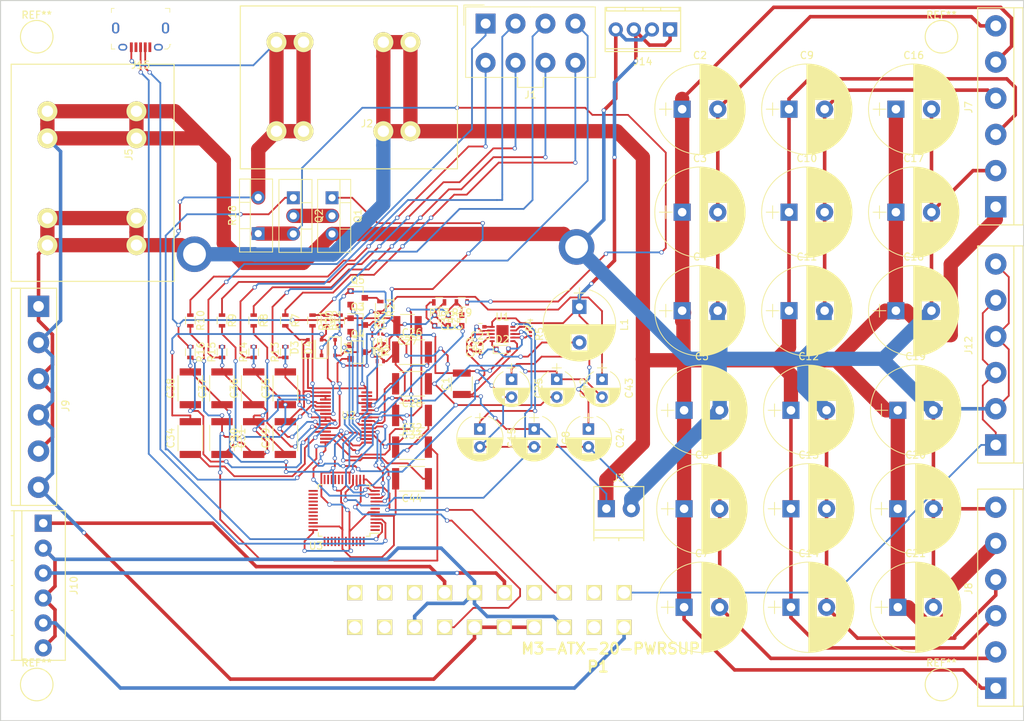
<source format=kicad_pcb>
(kicad_pcb (version 4) (host pcbnew 4.0.7)
  (layers (0 F.Cu signal) (31 B.Cu signal) (34 B.Paste user hide) (35 F.Paste user hide) (36 B.SilkS user hide) (37 F.SilkS user hide) (38 B.Mask user hide) (39 F.Mask user) (44 Edge.Cuts user))
  (net 0 "")
  (net 1 BATT+)
  (net 2 -12V)
  (net 3 "Net-(C15-Pad1)")
  (net 4 "Net-(C22-Pad1)")
  (net 5 "Net-(C22-Pad2)")
  (net 6 +9V)
  (net 7 "Net-(C23-Pad2)")
  (net 8 CAP2)
  (net 9 "Net-(C26-Pad2)")
  (net 10 VCC)
  (net 11 "Net-(C28-Pad2)")
  (net 12 "Net-(C29-Pad1)")
  (net 13 "Net-(C29-Pad2)")
  (net 14 "Net-(C30-Pad1)")
  (net 15 "Net-(C31-Pad1)")
  (net 16 "Net-(C33-Pad1)")
  (net 17 "Net-(C34-Pad1)")
  (net 18 "Net-(C34-Pad2)")
  (net 19 "Net-(C35-Pad1)")
  (net 20 BOOT_VC1)
  (net 21 "Net-(C38-Pad1)")
  (net 22 SRP)
  (net 23 SRN)
  (net 24 BAT1)
  (net 25 REGSRC)
  (net 26 "Net-(D1-Pad1)")
  (net 27 "Net-(D1-Pad2)")
  (net 28 CELL_1+)
  (net 29 CELL_2+)
  (net 30 CELL_3+)
  (net 31 A)
  (net 32 CELL_5+)
  (net 33 CELL_6+)
  (net 34 CELL_7+)
  (net 35 CELL_8+)
  (net 36 +12V)
  (net 37 -5V)
  (net 38 +5V_1)
  (net 39 +5V_2)
  (net 40 +5V_3)
  (net 41 -3.3V)
  (net 42 +3.3V_1)
  (net 43 +3.3V_2)
  (net 44 +3.3V_3)
  (net 45 USB_D+)
  (net 46 "Net-(J15-Pad4)")
  (net 47 USB_D-)
  (net 48 "Net-(J15-Pad1)")
  (net 49 "Net-(J15-Pad6)")
  (net 50 "Net-(P1-Pad4)")
  (net 51 "/Low Power Circuit /PG")
  (net 52 "Net-(P1-Pad13)")
  (net 53 /HighPowerCircuit/PG)
  (net 54 "Net-(P1-Pad17)")
  (net 55 "Net-(P1-Pad18)")
  (net 56 /HighPowerCircuit/CHG)
  (net 57 BOOT_MC)
  (net 58 BOOT_TS1)
  (net 59 "Net-(Q5-Pad3)")
  (net 60 /HighPowerCircuit/FB)
  (net 61 "Net-(R6-Pad1)")
  (net 62 /HighPowerCircuit/SENSE_R)
  (net 63 "Net-(TH2-Pad1)")
  (net 64 "/Low Power Circuit /9V_PGOOD")
  (net 65 /HighPowerCircuit/9V_EN)
  (net 66 /HighPowerCircuit/DSG)
  (net 67 SDA)
  (net 68 SCL)
  (net 69 ALERT)
  (net 70 "Net-(U3-Pad1)")
  (net 71 "Net-(U3-Pad2)")
  (net 72 "Net-(U3-Pad7)")
  (net 73 "Net-(U3-Pad8)")
  (net 74 "Net-(U3-Pad19)")
  (net 75 "Net-(U3-Pad20)")
  (net 76 "Net-(U3-Pad21)")
  (net 77 "Net-(U3-Pad22)")
  (net 78 "Net-(U3-Pad23)")
  (net 79 "Net-(U3-Pad24)")
  (net 80 "Net-(U3-Pad25)")
  (net 81 "Net-(U3-Pad26)")
  (net 82 "Net-(U3-Pad27)")
  (net 83 "Net-(U3-Pad28)")
  (net 84 "Net-(U3-Pad29)")
  (net 85 "Net-(U3-Pad30)")
  (net 86 "Net-(U3-Pad31)")
  (net 87 "Net-(U3-Pad32)")
  (net 88 "Net-(U3-Pad33)")
  (net 89 "Net-(U3-Pad34)")
  (net 90 "Net-(U3-Pad37)")
  (net 91 "Net-(U3-Pad38)")
  (net 92 "Net-(U3-Pad39)")
  (net 93 "Net-(U3-Pad40)")
  (net 94 "Net-(U3-Pad41)")
  (net 95 "Net-(U3-Pad43)")
  (net 96 "Net-(U3-Pad45)")
  (net 97 "Net-(U3-Pad46)")
  (net 98 "Net-(U3-Pad47)")
  (net 99 "Net-(U3-Pad48)")
  (net 100 /HighPowerCircuit/CHG_T)
  (net 101 Cell_1-)
  (module Resistors_SMD:R_0402 (layer F.Cu) (at 200.6346 65.1002)
    (fp_text reference TH1 (at 0 -1.35) (layer F.SilkS))
    (fp_text value 10k)
    (pad 1 smd rect (at -0.45 0) (size 0.4 0.6) (layers F.Cu F.Paste F.Mask) (net 61 "Net-(R6-Pad1)"))
    (pad 2 smd rect (at 0.45 0) (size 0.4 0.6) (layers F.Cu F.Paste F.Mask) (net 101 Cell_1-))
  )
  (module Capacitors_SMD:C_1812 (layer F.Cu) (at 187.2996 77.1652 90)
    (fp_text reference C29 (at 0 -2.75 90) (layer F.SilkS))
    (fp_text value "1 uF")
    (pad 1 smd rect (at -2.3 0 90) (size 1 3) (layers F.Cu F.Paste F.Mask) (net 12 "Net-(C29-Pad1)"))
    (pad 2 smd rect (at 2.3 0 90) (size 1 3) (layers F.Cu F.Paste F.Mask) (net 13 "Net-(C29-Pad2)"))
  )
  (module Connect:1pin (layer F.Cu) (at 152.4 20.828)
    (fp_text reference REF** (at 0 -3.048) (layer F.SilkS))
    (fp_text value 1pin)
    (pad "" np_thru_hole circle (at 0 0) (size 3.2 3.2) (drill 3.2) (layers *.Cu *.Mask))
  )
  (module Connect:1pin (layer F.Cu) (at 279.4 20.828)
    (fp_text reference REF** (at 0 -3.048) (layer F.SilkS))
    (fp_text value 1pin)
    (pad "" np_thru_hole circle (at 0 0) (size 3.2 3.2) (drill 3.2) (layers *.Cu *.Mask))
  )
  (module Connect:1pin (layer F.Cu) (at 279.4 111.76)
    (fp_text reference REF** (at 0 -3.048) (layer F.SilkS))
    (fp_text value 1pin)
    (pad "" np_thru_hole circle (at 0 0) (size 3.2 3.2) (drill 3.2) (layers *.Cu *.Mask))
  )
  (module USST-footprints:30-TSSOP (layer F.Cu) (at 193.6496 63.8302 180)
    (fp_text reference U2 (at -2.54 -10.16 180) (layer F.SilkS))
    (fp_text value bq76930)
    (pad 1 smd rect (at -5.08 -13.97 180) (size 1.5 0.3) (layers F.Cu F.Paste F.Mask) (net 66 /HighPowerCircuit/DSG))
    (pad 2 smd rect (at -5.08 -13.47 180) (size 1.5 0.3) (layers F.Cu F.Paste F.Mask) (net 56 /HighPowerCircuit/CHG))
    (pad 3 smd rect (at -5.08 -12.97 180) (size 1.5 0.3) (layers F.Cu F.Paste F.Mask) (net 101 Cell_1-))
    (pad 4 smd rect (at -5.08 -12.47 180) (size 1.5 0.3) (layers F.Cu F.Paste F.Mask) (net 67 SDA))
    (pad 5 smd rect (at -5.08 -11.97 180) (size 1.5 0.3) (layers F.Cu F.Paste F.Mask) (net 68 SCL))
    (pad 6 smd rect (at -5.08 -11.47 180) (size 1.5 0.3) (layers F.Cu F.Paste F.Mask) (net 61 "Net-(R6-Pad1)"))
    (pad 7 smd rect (at -5.08 -10.93 180) (size 1.5 0.3) (layers F.Cu F.Paste F.Mask) (net 11 "Net-(C28-Pad2)"))
    (pad 8 smd rect (at -5.08 -10.43 180) (size 1.5 0.3) (layers F.Cu F.Paste F.Mask) (net 10 VCC))
    (pad 9 smd rect (at -5.08 -9.93 180) (size 1.5 0.3) (layers F.Cu F.Paste F.Mask) (net 25 REGSRC))
    (pad 10 smd rect (at -5.08 -9.43 180) (size 1.5 0.3) (layers F.Cu F.Paste F.Mask) (net 8 CAP2))
    (pad 11 smd rect (at -5.08 -8.93 180) (size 1.5 0.3) (layers F.Cu F.Paste F.Mask) (net 9 "Net-(C26-Pad2)"))
    (pad 12 smd rect (at -5.08 -8.43 180) (size 1.5 0.3) (layers F.Cu F.Paste F.Mask) (net 9 "Net-(C26-Pad2)"))
    (pad 13 smd rect (at -5.08 -7.93 180) (size 1.5 0.3) (layers F.Cu F.Paste F.Mask) (net 63 "Net-(TH2-Pad1)"))
    (pad 14 smd rect (at -5.08 -7.43 180) (size 1.5 0.3) (layers F.Cu F.Paste F.Mask) (net 9 "Net-(C26-Pad2)"))
    (pad 15 smd rect (at -5.08 -6.93 180) (size 1.5 0.3) (layers F.Cu F.Paste F.Mask) (net 24 BAT1))
    (pad 16 smd rect (at 0.72 -6.93 180) (size 1.5 0.3) (layers F.Cu F.Paste F.Mask) (net 13 "Net-(C29-Pad2)"))
    (pad 17 smd rect (at 0.72 -7.43 180) (size 1.5 0.3) (layers F.Cu F.Paste F.Mask) (net 12 "Net-(C29-Pad1)"))
    (pad 18 smd rect (at 0.72 -7.93 180) (size 1.5 0.3) (layers F.Cu F.Paste F.Mask) (net 12 "Net-(C29-Pad1)"))
    (pad 19 smd rect (at 0.72 -8.43 180) (size 1.5 0.3) (layers F.Cu F.Paste F.Mask) (net 14 "Net-(C30-Pad1)"))
    (pad 20 smd rect (at 0.72 -8.93 180) (size 1.5 0.3) (layers F.Cu F.Paste F.Mask) (net 15 "Net-(C31-Pad1)"))
    (pad 21 smd rect (at 0.72 -9.43 180) (size 1.5 0.3) (layers F.Cu F.Paste F.Mask) (net 16 "Net-(C33-Pad1)"))
    (pad 22 smd rect (at 0.72 -9.93 180) (size 1.5 0.3) (layers F.Cu F.Paste F.Mask) (net 18 "Net-(C34-Pad2)"))
    (pad 23 smd rect (at 0.72 -10.43 180) (size 1.5 0.3) (layers F.Cu F.Paste F.Mask) (net 17 "Net-(C34-Pad1)"))
    (pad 24 smd rect (at 0.72 -10.93 180) (size 1.5 0.3) (layers F.Cu F.Paste F.Mask) (net 17 "Net-(C34-Pad1)"))
    (pad 25 smd rect (at 0.72 -11.43 180) (size 1.5 0.3) (layers F.Cu F.Paste F.Mask) (net 19 "Net-(C35-Pad1)"))
    (pad 26 smd rect (at 0.72 -11.93 180) (size 1.5 0.3) (layers F.Cu F.Paste F.Mask) (net 20 BOOT_VC1))
    (pad 27 smd rect (at 0.72 -12.43 180) (size 1.5 0.3) (layers F.Cu F.Paste F.Mask) (net 21 "Net-(C38-Pad1)"))
    (pad 28 smd rect (at 0.72 -12.93 180) (size 1.5 0.3) (layers F.Cu F.Paste F.Mask) (net 22 SRP))
    (pad 29 smd rect (at 0.72 -13.43 180) (size 1.5 0.3) (layers F.Cu F.Paste F.Mask) (net 23 SRN))
    (pad 30 smd rect (at 0.72 -13.93 180) (size 1.5 0.3) (layers F.Cu F.Paste F.Mask) (net 69 ALERT))
  )
  (module Capacitors_SMD:C_1210 (layer F.Cu) (at 212.0646 69.5452 90)
    (fp_text reference C1 (at 0 -2.25 90) (layer F.SilkS))
    (fp_text value 4.7uF)
    (pad 1 smd rect (at -1.5 0 90) (size 1 2.5) (layers F.Cu F.Paste F.Mask) (net 1 BATT+))
    (pad 2 smd rect (at 1.5 0 90) (size 1 2.5) (layers F.Cu F.Paste F.Mask) (net 2 -12V))
  )
  (module Capacitors_THT:CP_Radial_D12.5mm_P5.00mm (layer F.Cu) (at 243 31)
    (fp_text reference C2 (at 2.5 -7.56) (layer F.SilkS))
    (fp_text value 680uF)
    (pad 1 thru_hole rect (at 0 0) (size 2.4 2.4) (drill 1.2) (layers *.Cu *.Mask) (net 1 BATT+))
    (pad 2 thru_hole circle (at 5 0) (size 2.4 2.4) (drill 1.2) (layers *.Cu *.Mask) (net 2 -12V))
  )
  (module Capacitors_THT:CP_Radial_D12.5mm_P5.00mm (layer F.Cu) (at 243 45.46)
    (fp_text reference C3 (at 2.5 -7.56) (layer F.SilkS))
    (fp_text value 680uF)
    (pad 1 thru_hole rect (at 0 0) (size 2.4 2.4) (drill 1.2) (layers *.Cu *.Mask) (net 1 BATT+))
    (pad 2 thru_hole circle (at 5 0) (size 2.4 2.4) (drill 1.2) (layers *.Cu *.Mask) (net 2 -12V))
  )
  (module Capacitors_THT:CP_Radial_D12.5mm_P5.00mm (layer F.Cu) (at 243 59.285)
    (fp_text reference C4 (at 2.5 -7.56) (layer F.SilkS))
    (fp_text value 680uF)
    (pad 1 thru_hole rect (at 0 0) (size 2.4 2.4) (drill 1.2) (layers *.Cu *.Mask) (net 1 BATT+))
    (pad 2 thru_hole circle (at 5 0) (size 2.4 2.4) (drill 1.2) (layers *.Cu *.Mask) (net 2 -12V))
  )
  (module Capacitors_THT:CP_Radial_D12.5mm_P5.00mm (layer F.Cu) (at 243.27 73.265)
    (fp_text reference C5 (at 2.5 -7.56) (layer F.SilkS))
    (fp_text value 680uF)
    (pad 1 thru_hole rect (at 0 0) (size 2.4 2.4) (drill 1.2) (layers *.Cu *.Mask) (net 1 BATT+))
    (pad 2 thru_hole circle (at 5 0) (size 2.4 2.4) (drill 1.2) (layers *.Cu *.Mask) (net 2 -12V))
  )
  (module Capacitors_THT:CP_Radial_D12.5mm_P5.00mm (layer F.Cu) (at 243.27 87.09)
    (fp_text reference C6 (at 2.5 -7.56) (layer F.SilkS))
    (fp_text value 680uF)
    (pad 1 thru_hole rect (at 0 0) (size 2.4 2.4) (drill 1.2) (layers *.Cu *.Mask) (net 1 BATT+))
    (pad 2 thru_hole circle (at 5 0) (size 2.4 2.4) (drill 1.2) (layers *.Cu *.Mask) (net 2 -12V))
  )
  (module Capacitors_THT:CP_Radial_D12.5mm_P5.00mm (layer F.Cu) (at 243.27 100.915)
    (fp_text reference C7 (at 2.5 -7.56) (layer F.SilkS))
    (fp_text value 680uF)
    (pad 1 thru_hole rect (at 0 0) (size 2.4 2.4) (drill 1.2) (layers *.Cu *.Mask) (net 1 BATT+))
    (pad 2 thru_hole circle (at 5 0) (size 2.4 2.4) (drill 1.2) (layers *.Cu *.Mask) (net 2 -12V))
  )
  (module Capacitors_THT:CP_Radial_D6.3mm_P2.50mm (layer F.Cu) (at 222.2246 75.8952 270)
    (fp_text reference C8 (at 1.25 -4.46 270) (layer F.SilkS))
    (fp_text value 100uF)
    (pad 1 thru_hole rect (at 0 0 270) (size 1.6 1.6) (drill 0.8) (layers *.Cu *.Mask) (net 1 BATT+))
    (pad 2 thru_hole circle (at 2.5 0 270) (size 1.6 1.6) (drill 0.8) (layers *.Cu *.Mask) (net 2 -12V))
  )
  (module Capacitors_THT:CP_Radial_D12.5mm_P5.00mm (layer F.Cu) (at 258 31)
    (fp_text reference C9 (at 2.5 -7.56) (layer F.SilkS))
    (fp_text value 680uF)
    (pad 1 thru_hole rect (at 0 0) (size 2.4 2.4) (drill 1.2) (layers *.Cu *.Mask) (net 1 BATT+))
    (pad 2 thru_hole circle (at 5 0) (size 2.4 2.4) (drill 1.2) (layers *.Cu *.Mask) (net 2 -12V))
  )
  (module Capacitors_THT:CP_Radial_D12.5mm_P5.00mm (layer F.Cu) (at 258 45.46)
    (fp_text reference C10 (at 2.5 -7.56) (layer F.SilkS))
    (fp_text value 680uF)
    (pad 1 thru_hole rect (at 0 0) (size 2.4 2.4) (drill 1.2) (layers *.Cu *.Mask) (net 1 BATT+))
    (pad 2 thru_hole circle (at 5 0) (size 2.4 2.4) (drill 1.2) (layers *.Cu *.Mask) (net 2 -12V))
  )
  (module Capacitors_THT:CP_Radial_D12.5mm_P5.00mm (layer F.Cu) (at 258 59.285)
    (fp_text reference C11 (at 2.5 -7.56) (layer F.SilkS))
    (fp_text value 680uF)
    (pad 1 thru_hole rect (at 0 0) (size 2.4 2.4) (drill 1.2) (layers *.Cu *.Mask) (net 1 BATT+))
    (pad 2 thru_hole circle (at 5 0) (size 2.4 2.4) (drill 1.2) (layers *.Cu *.Mask) (net 2 -12V))
  )
  (module Capacitors_THT:CP_Radial_D12.5mm_P5.00mm (layer F.Cu) (at 258.27 73.265)
    (fp_text reference C12 (at 2.5 -7.56) (layer F.SilkS))
    (fp_text value 680uF)
    (pad 1 thru_hole rect (at 0 0) (size 2.4 2.4) (drill 1.2) (layers *.Cu *.Mask) (net 1 BATT+))
    (pad 2 thru_hole circle (at 5 0) (size 2.4 2.4) (drill 1.2) (layers *.Cu *.Mask) (net 2 -12V))
  )
  (module Capacitors_THT:CP_Radial_D12.5mm_P5.00mm (layer F.Cu) (at 258.27 87.09)
    (fp_text reference C13 (at 2.5 -7.56) (layer F.SilkS))
    (fp_text value 680uF)
    (pad 1 thru_hole rect (at 0 0) (size 2.4 2.4) (drill 1.2) (layers *.Cu *.Mask) (net 1 BATT+))
    (pad 2 thru_hole circle (at 5 0) (size 2.4 2.4) (drill 1.2) (layers *.Cu *.Mask) (net 2 -12V))
  )
  (module Capacitors_THT:CP_Radial_D12.5mm_P5.00mm (layer F.Cu) (at 258.27 100.915)
    (fp_text reference C14 (at 2.5 -7.56) (layer F.SilkS))
    (fp_text value 680uF)
    (pad 1 thru_hole rect (at 0 0) (size 2.4 2.4) (drill 1.2) (layers *.Cu *.Mask) (net 1 BATT+))
    (pad 2 thru_hole circle (at 5 0) (size 2.4 2.4) (drill 1.2) (layers *.Cu *.Mask) (net 2 -12V))
  )
  (module Capacitors_THT:CP_Radial_D6.3mm_P2.50mm (layer F.Cu) (at 214.6046 75.8952 270)
    (fp_text reference C15 (at 1.25 -4.46 270) (layer F.SilkS))
    (fp_text value 100uF)
    (pad 1 thru_hole rect (at 0 0 270) (size 1.6 1.6) (drill 0.8) (layers *.Cu *.Mask) (net 3 "Net-(C15-Pad1)"))
    (pad 2 thru_hole circle (at 2.5 0 270) (size 1.6 1.6) (drill 0.8) (layers *.Cu *.Mask) (net 2 -12V))
  )
  (module Capacitors_THT:CP_Radial_D12.5mm_P5.00mm (layer F.Cu) (at 273 31)
    (fp_text reference C16 (at 2.5 -7.56) (layer F.SilkS))
    (fp_text value 680uF)
    (pad 1 thru_hole rect (at 0 0) (size 2.4 2.4) (drill 1.2) (layers *.Cu *.Mask) (net 1 BATT+))
    (pad 2 thru_hole circle (at 5 0) (size 2.4 2.4) (drill 1.2) (layers *.Cu *.Mask) (net 2 -12V))
  )
  (module Capacitors_THT:CP_Radial_D12.5mm_P5.00mm (layer F.Cu) (at 273 45.46)
    (fp_text reference C17 (at 2.5 -7.56) (layer F.SilkS))
    (fp_text value 680uF)
    (pad 1 thru_hole rect (at 0 0) (size 2.4 2.4) (drill 1.2) (layers *.Cu *.Mask) (net 1 BATT+))
    (pad 2 thru_hole circle (at 5 0) (size 2.4 2.4) (drill 1.2) (layers *.Cu *.Mask) (net 2 -12V))
  )
  (module Capacitors_THT:CP_Radial_D12.5mm_P5.00mm (layer F.Cu) (at 273 59.285)
    (fp_text reference C18 (at 2.5 -7.56) (layer F.SilkS))
    (fp_text value 680uF)
    (pad 1 thru_hole rect (at 0 0) (size 2.4 2.4) (drill 1.2) (layers *.Cu *.Mask) (net 1 BATT+))
    (pad 2 thru_hole circle (at 5 0) (size 2.4 2.4) (drill 1.2) (layers *.Cu *.Mask) (net 2 -12V))
  )
  (module Capacitors_THT:CP_Radial_D12.5mm_P5.00mm (layer F.Cu) (at 273.27 73.265)
    (fp_text reference C19 (at 2.5 -7.56) (layer F.SilkS))
    (fp_text value 680uF)
    (pad 1 thru_hole rect (at 0 0) (size 2.4 2.4) (drill 1.2) (layers *.Cu *.Mask) (net 1 BATT+))
    (pad 2 thru_hole circle (at 5 0) (size 2.4 2.4) (drill 1.2) (layers *.Cu *.Mask) (net 2 -12V))
  )
  (module Capacitors_THT:CP_Radial_D12.5mm_P5.00mm (layer F.Cu) (at 273.27 87.09)
    (fp_text reference C20 (at 2.5 -7.56) (layer F.SilkS))
    (fp_text value 680uF)
    (pad 1 thru_hole rect (at 0 0) (size 2.4 2.4) (drill 1.2) (layers *.Cu *.Mask) (net 1 BATT+))
    (pad 2 thru_hole circle (at 5 0) (size 2.4 2.4) (drill 1.2) (layers *.Cu *.Mask) (net 2 -12V))
  )
  (module Capacitors_THT:CP_Radial_D12.5mm_P5.00mm (layer F.Cu) (at 273.27 100.915)
    (fp_text reference C21 (at 2.5 -7.56) (layer F.SilkS))
    (fp_text value 680uF)
    (pad 1 thru_hole rect (at 0 0) (size 2.4 2.4) (drill 1.2) (layers *.Cu *.Mask) (net 1 BATT+))
    (pad 2 thru_hole circle (at 5 0) (size 2.4 2.4) (drill 1.2) (layers *.Cu *.Mask) (net 2 -12V))
  )
  (module Capacitors_SMD:C_0402 (layer F.Cu) (at 214.6046 64.4652 90)
    (fp_text reference C22 (at 0 -1.27 90) (layer F.SilkS))
    (fp_text value 10nF)
    (pad 1 smd rect (at -0.55 0 90) (size 0.6 0.5) (layers F.Cu F.Paste F.Mask) (net 4 "Net-(C22-Pad1)"))
    (pad 2 smd rect (at 0.55 0 90) (size 0.6 0.5) (layers F.Cu F.Paste F.Mask) (net 5 "Net-(C22-Pad2)"))
  )
  (module Capacitors_SMD:C_0402 (layer F.Cu) (at 214.6896 61.5442 180)
    (fp_text reference C23 (at 0 -1.27 180) (layer F.SilkS))
    (fp_text value 10nF)
    (pad 1 smd rect (at -0.55 0 180) (size 0.6 0.5) (layers F.Cu F.Paste F.Mask) (net 6 +9V))
    (pad 2 smd rect (at 0.55 0 180) (size 0.6 0.5) (layers F.Cu F.Paste F.Mask) (net 7 "Net-(C23-Pad2)"))
  )
  (module Capacitors_THT:CP_Radial_D6.3mm_P2.50mm (layer F.Cu) (at 229.8446 75.8952 270)
    (fp_text reference C24 (at 1.25 -4.46 270) (layer F.SilkS))
    (fp_text value 68uF)
    (pad 1 thru_hole rect (at 0 0 270) (size 1.6 1.6) (drill 0.8) (layers *.Cu *.Mask) (net 6 +9V))
    (pad 2 thru_hole circle (at 2.5 0 270) (size 1.6 1.6) (drill 0.8) (layers *.Cu *.Mask) (net 2 -12V))
  )
  (module Capacitors_THT:CP_Radial_D5.0mm_P2.50mm (layer F.Cu) (at 219.0496 68.9102 270)
    (fp_text reference C25 (at 1.25 -3.81 270) (layer F.SilkS))
    (fp_text value 10uF)
    (pad 1 thru_hole rect (at 0 0 270) (size 1.6 1.6) (drill 0.8) (layers *.Cu *.Mask) (net 6 +9V))
    (pad 2 thru_hole circle (at 2.5 0 270) (size 1.6 1.6) (drill 0.8) (layers *.Cu *.Mask) (net 2 -12V))
  )
  (module Capacitors_SMD:C_1812 (layer F.Cu) (at 205.0796 65.1002)
    (fp_text reference C26 (at 0 -2.75) (layer F.SilkS))
    (fp_text value "1 uF")
    (pad 1 smd rect (at -2.3 0) (size 1 3) (layers F.Cu F.Paste F.Mask) (net 8 CAP2))
    (pad 2 smd rect (at 2.3 0) (size 1 3) (layers F.Cu F.Paste F.Mask) (net 9 "Net-(C26-Pad2)"))
  )
  (module Capacitors_SMD:C_1210 (layer F.Cu) (at 204.4446 61.2902 180)
    (fp_text reference C27 (at 0 -2.25 180) (layer F.SilkS))
    (fp_text value "4.7 uF")
    (pad 1 smd rect (at -1.5 0 180) (size 1 2.5) (layers F.Cu F.Paste F.Mask) (net 10 VCC))
    (pad 2 smd rect (at 1.5 0 180) (size 1 2.5) (layers F.Cu F.Paste F.Mask) (net 101 Cell_1-))
  )
  (module Capacitors_SMD:C_1812 (layer F.Cu) (at 205.0796 69.5452 180)
    (fp_text reference C28 (at 0 -2.75 180) (layer F.SilkS))
    (fp_text value "1 uF")
    (pad 1 smd rect (at -2.3 0 180) (size 1 3) (layers F.Cu F.Paste F.Mask) (net 101 Cell_1-))
    (pad 2 smd rect (at 2.3 0 180) (size 1 3) (layers F.Cu F.Paste F.Mask) (net 11 "Net-(C28-Pad2)"))
  )
  (module Capacitors_SMD:C_1812 (layer F.Cu) (at 182.8546 77.1652 90)
    (fp_text reference C30 (at 0 -2.75 90) (layer F.SilkS))
    (fp_text value "1 uF")
    (pad 1 smd rect (at -2.3 0 90) (size 1 3) (layers F.Cu F.Paste F.Mask) (net 14 "Net-(C30-Pad1)"))
    (pad 2 smd rect (at 2.3 0 90) (size 1 3) (layers F.Cu F.Paste F.Mask) (net 12 "Net-(C29-Pad1)"))
  )
  (module Capacitors_SMD:C_1812 (layer F.Cu) (at 178.4096 77.1652 270)
    (fp_text reference C31 (at 0 -2.75 270) (layer F.SilkS))
    (fp_text value "1 uF")
    (pad 1 smd rect (at -2.3 0 270) (size 1 3) (layers F.Cu F.Paste F.Mask) (net 15 "Net-(C31-Pad1)"))
    (pad 2 smd rect (at 2.3 0 270) (size 1 3) (layers F.Cu F.Paste F.Mask) (net 14 "Net-(C30-Pad1)"))
  )
  (module Capacitors_SMD:C_1812 (layer F.Cu) (at 205.0796 78.4352)
    (fp_text reference C32 (at 0 -2.75) (layer F.SilkS))
    (fp_text value "1 uF")
    (pad 1 smd rect (at -2.3 0) (size 1 3) (layers F.Cu F.Paste F.Mask) (net 8 CAP2))
    (pad 2 smd rect (at 2.3 0) (size 1 3) (layers F.Cu F.Paste F.Mask) (net 15 "Net-(C31-Pad1)"))
  )
  (module Capacitors_SMD:C_1812 (layer F.Cu) (at 205.0796 73.9902 180)
    (fp_text reference C33 (at 0 -2.75 180) (layer F.SilkS))
    (fp_text value "1 uF")
    (pad 1 smd rect (at -2.3 0 180) (size 1 3) (layers F.Cu F.Paste F.Mask) (net 16 "Net-(C33-Pad1)"))
    (pad 2 smd rect (at 2.3 0 180) (size 1 3) (layers F.Cu F.Paste F.Mask) (net 8 CAP2))
  )
  (module Capacitors_SMD:C_1812 (layer F.Cu) (at 173.9646 77.1652 90)
    (fp_text reference C34 (at 0 -2.75 90) (layer F.SilkS))
    (fp_text value "1 uF")
    (pad 1 smd rect (at -2.3 0 90) (size 1 3) (layers F.Cu F.Paste F.Mask) (net 17 "Net-(C34-Pad1)"))
    (pad 2 smd rect (at 2.3 0 90) (size 1 3) (layers F.Cu F.Paste F.Mask) (net 18 "Net-(C34-Pad2)"))
  )
  (module Capacitors_SMD:C_1812 (layer F.Cu) (at 187.2996 70.1802 90)
    (fp_text reference C35 (at 0 -2.75 90) (layer F.SilkS))
    (fp_text value "1 uF")
    (pad 1 smd rect (at -2.3 0 90) (size 1 3) (layers F.Cu F.Paste F.Mask) (net 19 "Net-(C35-Pad1)"))
    (pad 2 smd rect (at 2.3 0 90) (size 1 3) (layers F.Cu F.Paste F.Mask) (net 17 "Net-(C34-Pad1)"))
  )
  (module Capacitors_SMD:C_1812 (layer F.Cu) (at 182.8546 70.1802 90)
    (fp_text reference C36 (at 0 -2.75 90) (layer F.SilkS))
    (fp_text value "1 uF")
    (pad 1 smd rect (at -2.3 0 90) (size 1 3) (layers F.Cu F.Paste F.Mask) (net 20 BOOT_VC1))
    (pad 2 smd rect (at 2.3 0 90) (size 1 3) (layers F.Cu F.Paste F.Mask) (net 19 "Net-(C35-Pad1)"))
  )
  (module Capacitors_SMD:C_1812 (layer F.Cu) (at 178.4096 70.1802 90)
    (fp_text reference C37 (at 0 -2.75 90) (layer F.SilkS))
    (fp_text value "1 uF")
    (pad 1 smd rect (at -2.3 0 90) (size 1 3) (layers F.Cu F.Paste F.Mask) (net 101 Cell_1-))
    (pad 2 smd rect (at 2.3 0 90) (size 1 3) (layers F.Cu F.Paste F.Mask) (net 20 BOOT_VC1))
  )
  (module Capacitors_SMD:C_1812 (layer F.Cu) (at 173.9646 70.1802 90)
    (fp_text reference C38 (at 0 -2.75 90) (layer F.SilkS))
    (fp_text value "1 uF")
    (pad 1 smd rect (at -2.3 0 90) (size 1 3) (layers F.Cu F.Paste F.Mask) (net 21 "Net-(C38-Pad1)"))
    (pad 2 smd rect (at 2.3 0 90) (size 1 3) (layers F.Cu F.Paste F.Mask) (net 101 Cell_1-))
  )
  (module Capacitors_SMD:C_0603 (layer F.Cu) (at 208.2546 60.6552 270)
    (fp_text reference C39 (at 0 -1.5 270) (layer F.SilkS))
    (fp_text value 0.1uF)
    (pad 2 smd rect (at 0.75 0 270) (size 0.8 0.75) (layers F.Cu F.Paste F.Mask) (net 22 SRP))
    (pad 1 smd rect (at -0.75 0 270) (size 0.8 0.75) (layers F.Cu F.Paste F.Mask) (net 101 Cell_1-))
  )
  (module Capacitors_SMD:C_0603 (layer F.Cu) (at 212.0646 60.6552 90)
    (fp_text reference C40 (at 0 -1.5 90) (layer F.SilkS))
    (fp_text value 0.1uF)
    (pad 2 smd rect (at 0.75 0 90) (size 0.8 0.75) (layers F.Cu F.Paste F.Mask) (net 23 SRN))
    (pad 1 smd rect (at -0.75 0 90) (size 0.8 0.75) (layers F.Cu F.Paste F.Mask) (net 22 SRP))
  )
  (module Capacitors_SMD:C_0603 (layer F.Cu) (at 210.1596 60.6552 270)
    (fp_text reference C41 (at 0 -1.5 270) (layer F.SilkS))
    (fp_text value 0.1uF)
    (pad 2 smd rect (at 0.75 0 270) (size 0.8 0.75) (layers F.Cu F.Paste F.Mask) (net 101 Cell_1-))
    (pad 1 smd rect (at -0.75 0 270) (size 0.8 0.75) (layers F.Cu F.Paste F.Mask) (net 23 SRN))
  )
  (module Capacitors_THT:CP_Radial_D5.0mm_P2.50mm (layer F.Cu) (at 225.3996 68.9102 270)
    (fp_text reference C42 (at 1.25 -3.81 270) (layer F.SilkS))
    (fp_text value "10 uF")
    (pad 1 thru_hole rect (at 0 0 270) (size 1.6 1.6) (drill 0.8) (layers *.Cu *.Mask) (net 8 CAP2))
    (pad 2 thru_hole circle (at 2.5 0 270) (size 1.6 1.6) (drill 0.8) (layers *.Cu *.Mask) (net 101 Cell_1-))
  )
  (module Capacitors_THT:CP_Radial_D5.0mm_P2.50mm (layer F.Cu) (at 231.7496 68.9102 270)
    (fp_text reference C43 (at 1.25 -3.81 270) (layer F.SilkS))
    (fp_text value "10 uF")
    (pad 1 thru_hole rect (at 0 0 270) (size 1.6 1.6) (drill 0.8) (layers *.Cu *.Mask) (net 24 BAT1))
    (pad 2 thru_hole circle (at 2.5 0 270) (size 1.6 1.6) (drill 0.8) (layers *.Cu *.Mask) (net 8 CAP2))
  )
  (module Capacitors_SMD:C_1812 (layer F.Cu) (at 205.0796 82.8802 180)
    (fp_text reference C44 (at 0 -2.75 180) (layer F.SilkS))
    (fp_text value "1 uF")
    (pad 1 smd rect (at -2.3 0 180) (size 1 3) (layers F.Cu F.Paste F.Mask) (net 25 REGSRC))
    (pad 2 smd rect (at 2.3 0 180) (size 1 3) (layers F.Cu F.Paste F.Mask) (net 101 Cell_1-))
  )
  (module Diodes_SMD:D_SOD-323F (layer F.Cu) (at 194.2846 64.4652 270)
    (fp_text reference D1 (at 0 -1.85 270) (layer F.SilkS))
    (fp_text value D_Small_ALT)
    (pad 1 smd rect (at -1.1 0 270) (size 0.5 0.5) (layers F.Cu F.Paste F.Mask) (net 26 "Net-(D1-Pad1)"))
    (pad 2 smd rect (at 1.1 0 270) (size 0.5 0.5) (layers F.Cu F.Paste F.Mask) (net 27 "Net-(D1-Pad2)"))
  )
  (module Diodes_SMD:D_0603 (layer F.Cu) (at 217.7796 64.7192)
    (fp_text reference D2 (at 0 -1.4) (layer F.SilkS))
    (fp_text value D_Zener_Small_ALT)
    (pad 1 smd rect (at -0.85 0) (size 0.6 0.8) (layers F.Cu F.Paste F.Mask) (net 4 "Net-(C22-Pad1)"))
    (pad 2 smd rect (at 0.85 0) (size 0.6 0.8) (layers F.Cu F.Paste F.Mask) (net 2 -12V))
  )
  (module Diodes_SMD:D_SOD-323F (layer F.Cu) (at 190.4746 64.4652 90)
    (fp_text reference D3 (at 0 -1.85 90) (layer F.SilkS))
    (fp_text value D_Small)
    (pad 1 smd rect (at -1.1 0 90) (size 0.5 0.5) (layers F.Cu F.Paste F.Mask) (net 24 BAT1))
    (pad 2 smd rect (at 1.1 0 90) (size 0.5 0.5) (layers F.Cu F.Paste F.Mask) (net 13 "Net-(C29-Pad2)"))
  )
  (module Diodes_SMD:D_SOD-323F (layer F.Cu) (at 192.3796 64.4652 90)
    (fp_text reference D4 (at 0 -1.85 90) (layer F.SilkS))
    (fp_text value D_Small)
    (pad 1 smd rect (at -1.1 0 90) (size 0.5 0.5) (layers F.Cu F.Paste F.Mask) (net 8 CAP2))
    (pad 2 smd rect (at 1.1 0 90) (size 0.5 0.5) (layers F.Cu F.Paste F.Mask) (net 18 "Net-(C34-Pad2)"))
  )
  (module Connectors_Molex:Molex_MiniFit-JR-5556-08A_2x04x4.20mm_Straight (layer F.Cu) (at 215.4084 18.9856)
    (fp_text reference J1 (at 6.3 10) (layer F.SilkS))
    (fp_text value "Cell Voltage Sense")
    (pad 1 thru_hole rect (at 0 0) (size 2.8 2.8) (drill 1.4) (layers *.Cu *.Mask) (net 28 CELL_1+))
    (pad 2 thru_hole circle (at 4.2 0) (size 2.8 2.8) (drill 1.4) (layers *.Cu *.Mask) (net 29 CELL_2+))
    (pad 3 thru_hole circle (at 8.4 0) (size 2.8 2.8) (drill 1.4) (layers *.Cu *.Mask) (net 30 CELL_3+))
    (pad 4 thru_hole circle (at 12.6 0) (size 2.8 2.8) (drill 1.4) (layers *.Cu *.Mask) (net 31 A))
    (pad 5 thru_hole circle (at 0 5.5) (size 2.8 2.8) (drill 1.4) (layers *.Cu *.Mask) (net 32 CELL_5+))
    (pad 6 thru_hole circle (at 4.2 5.5) (size 2.8 2.8) (drill 1.4) (layers *.Cu *.Mask) (net 33 CELL_6+))
    (pad 7 thru_hole circle (at 8.4 5.5) (size 2.8 2.8) (drill 1.4) (layers *.Cu *.Mask) (net 34 CELL_7+))
    (pad 8 thru_hole circle (at 12.6 5.5) (size 2.8 2.8) (drill 1.4) (layers *.Cu *.Mask) (net 35 CELL_8+))
  )
  (module USST-footprints:Phoenix_Contact_1770539 (layer F.Cu) (at 186.055 21.59)
    (fp_text reference J2 (at 12.7 11.43) (layer F.SilkS))
    (fp_text value BATT_PWR)
    (pad 1 thru_hole circle (at 0 0) (size 2.8 2.8) (drill 1.6) (layers *.Cu *.Mask F.SilkS) (net 101 Cell_1-))
    (pad 1 thru_hole circle (at 3.8 0) (size 2.8 2.8) (drill 1.6) (layers *.Cu *.Mask F.SilkS) (net 101 Cell_1-))
    (pad 1 thru_hole circle (at 0 12.5) (size 2.8 2.8) (drill 1.6) (layers *.Cu *.Mask F.SilkS) (net 101 Cell_1-))
    (pad 1 thru_hole circle (at 3.8 12.5) (size 2.8 2.8) (drill 1.6) (layers *.Cu *.Mask F.SilkS) (net 101 Cell_1-))
    (pad 2 thru_hole circle (at 15 0) (size 2.8 2.8) (drill 1.6) (layers *.Cu *.Mask F.SilkS) (net 1 BATT+))
    (pad 2 thru_hole circle (at 18.8 0) (size 2.8 2.8) (drill 1.6) (layers *.Cu *.Mask F.SilkS) (net 1 BATT+))
    (pad 2 thru_hole circle (at 15 12.5) (size 2.8 2.8) (drill 1.6) (layers *.Cu *.Mask F.SilkS) (net 1 BATT+))
    (pad 2 thru_hole circle (at 18.8 12.5) (size 2.8 2.8) (drill 1.6) (layers *.Cu *.Mask F.SilkS) (net 1 BATT+))
  )
  (module TerminalBlocks_Phoenix:TerminalBlock_Phoenix_PT-3.5mm_2pol (layer F.Cu) (at 232.3592 87.0712)
    (fp_text reference J3 (at 1.75 -4.3) (layer F.SilkS))
    (fp_text value M3-ATX-20-PWR)
    (pad 2 thru_hole circle (at 3.5 0) (size 2.4 2.4) (drill 1.2) (layers *.Cu *.Mask) (net 2 -12V))
    (pad 1 thru_hole rect (at 0 0) (size 2.4 2.4) (drill 1.2) (layers *.Cu *.Mask) (net 1 BATT+))
  )
  (module USST-footprints:Phoenix_Contact_1770539 (layer F.Cu) (at 153.8986 50.0888 90)
    (fp_text reference J5 (at 12.7 11.43 90) (layer F.SilkS))
    (fp_text value BACK_EXT_24V)
    (pad 1 thru_hole circle (at 0 0 90) (size 2.8 2.8) (drill 1.6) (layers *.Cu *.Mask F.SilkS) (net 1 BATT+))
    (pad 1 thru_hole circle (at 3.8 0 90) (size 2.8 2.8) (drill 1.6) (layers *.Cu *.Mask F.SilkS) (net 1 BATT+))
    (pad 1 thru_hole circle (at 0 12.5 90) (size 2.8 2.8) (drill 1.6) (layers *.Cu *.Mask F.SilkS) (net 1 BATT+))
    (pad 1 thru_hole circle (at 3.8 12.5 90) (size 2.8 2.8) (drill 1.6) (layers *.Cu *.Mask F.SilkS) (net 1 BATT+))
    (pad 2 thru_hole circle (at 15 0 90) (size 2.8 2.8) (drill 1.6) (layers *.Cu *.Mask F.SilkS) (net 2 -12V))
    (pad 2 thru_hole circle (at 18.8 0 90) (size 2.8 2.8) (drill 1.6) (layers *.Cu *.Mask F.SilkS) (net 2 -12V))
    (pad 2 thru_hole circle (at 15 12.5 90) (size 2.8 2.8) (drill 1.6) (layers *.Cu *.Mask F.SilkS) (net 2 -12V))
    (pad 2 thru_hole circle (at 18.8 12.5 90) (size 2.8 2.8) (drill 1.6) (layers *.Cu *.Mask F.SilkS) (net 2 -12V))
  )
  (module USST-footprints:TerminalBlock_Pheonix_PT-5mm_6pol (layer F.Cu) (at 287.02 44.704 90)
    (fp_text reference J7 (at 13.97 -3.81 90) (layer F.SilkS))
    (fp_text value MC_STACK_1)
    (pad 1 thru_hole rect (at 0 0 90) (size 3 3) (drill 1.5) (layers *.Cu *.Mask) (net 1 BATT+))
    (pad 2 thru_hole circle (at 5.08 0 90) (size 3 3) (drill 1.5) (layers *.Cu *.Mask) (net 2 -12V))
    (pad 3 thru_hole circle (at 10.16 0 90) (size 3 3) (drill 1.5) (layers *.Cu *.Mask) (net 1 BATT+))
    (pad 4 thru_hole circle (at 15.24 0 90) (size 3 3) (drill 1.5) (layers *.Cu *.Mask) (net 2 -12V))
    (pad 5 thru_hole circle (at 20.32 0 90) (size 3 3) (drill 1.5) (layers *.Cu *.Mask) (net 1 BATT+))
    (pad 6 thru_hole circle (at 25.4 0 90) (size 3 3) (drill 1.5) (layers *.Cu *.Mask) (net 2 -12V))
  )
  (module USST-footprints:TerminalBlock_Pheonix_PT-5mm_6pol (layer F.Cu) (at 287.02 112.268 90)
    (fp_text reference J8 (at 13.97 -3.81 90) (layer F.SilkS))
    (fp_text value MC_STACK_2)
    (pad 1 thru_hole rect (at 0 0 90) (size 3 3) (drill 1.5) (layers *.Cu *.Mask) (net 1 BATT+))
    (pad 2 thru_hole circle (at 5.08 0 90) (size 3 3) (drill 1.5) (layers *.Cu *.Mask) (net 2 -12V))
    (pad 3 thru_hole circle (at 10.16 0 90) (size 3 3) (drill 1.5) (layers *.Cu *.Mask) (net 1 BATT+))
    (pad 4 thru_hole circle (at 15.24 0 90) (size 3 3) (drill 1.5) (layers *.Cu *.Mask) (net 2 -12V))
    (pad 5 thru_hole circle (at 20.32 0 90) (size 3 3) (drill 1.5) (layers *.Cu *.Mask) (net 1 BATT+))
    (pad 6 thru_hole circle (at 25.4 0 90) (size 3 3) (drill 1.5) (layers *.Cu *.Mask) (net 2 -12V))
  )
  (module USST-footprints:TerminalBlock_Pheonix_PT-5mm_6pol (layer F.Cu) (at 152.654 58.674 270)
    (fp_text reference J9 (at 13.97 -3.81 270) (layer F.SilkS))
    (fp_text value 24V_INT_PWR_BLK)
    (pad 1 thru_hole rect (at 0 0 270) (size 3 3) (drill 1.5) (layers *.Cu *.Mask) (net 1 BATT+))
    (pad 2 thru_hole circle (at 5.08 0 270) (size 3 3) (drill 1.5) (layers *.Cu *.Mask) (net 2 -12V))
    (pad 3 thru_hole circle (at 10.16 0 270) (size 3 3) (drill 1.5) (layers *.Cu *.Mask) (net 1 BATT+))
    (pad 4 thru_hole circle (at 15.24 0 270) (size 3 3) (drill 1.5) (layers *.Cu *.Mask) (net 2 -12V))
    (pad 5 thru_hole circle (at 20.32 0 270) (size 3 3) (drill 1.5) (layers *.Cu *.Mask) (net 1 BATT+))
    (pad 6 thru_hole circle (at 25.4 0 270) (size 3 3) (drill 1.5) (layers *.Cu *.Mask) (net 2 -12V))
  )
  (module TerminalBlocks_Phoenix:TerminalBlock_Phoenix_PT-3.5mm_6pol (layer F.Cu) (at 153.3144 89.1136 270)
    (fp_text reference J10 (at 8.75 -4.3 270) (layer F.SilkS))
    (fp_text value 5V_INT_PWR_BLK)
    (pad 2 thru_hole circle (at 3.5 0 270) (size 2.4 2.4) (drill 1.2) (layers *.Cu *.Mask) (net 37 -5V))
    (pad 1 thru_hole rect (at 0 0 270) (size 2.4 2.4) (drill 1.2) (layers *.Cu *.Mask) (net 38 +5V_1))
    (pad 3 thru_hole circle (at 7 0 270) (size 2.4 2.4) (drill 1.2) (layers *.Cu *.Mask) (net 39 +5V_2))
    (pad 4 thru_hole circle (at 10.5 0 270) (size 2.4 2.4) (drill 1.2) (layers *.Cu *.Mask) (net 37 -5V))
    (pad 5 thru_hole circle (at 14 0 270) (size 2.4 2.4) (drill 1.2) (layers *.Cu *.Mask) (net 40 +5V_3))
    (pad 6 thru_hole circle (at 17.5 0 270) (size 2.4 2.4) (drill 1.2) (layers *.Cu *.Mask) (net 37 -5V))
  )
  (module USST-footprints:TerminalBlock_Pheonix_PT-5mm_6pol (layer F.Cu) (at 287.02 78.1304 90)
    (fp_text reference J12 (at 13.97 -3.81 90) (layer F.SilkS))
    (fp_text value 12V_INT_PWR_BLK)
    (pad 1 thru_hole rect (at 0 0 90) (size 3 3) (drill 1.5) (layers *.Cu *.Mask) (net 36 +12V))
    (pad 2 thru_hole circle (at 5.08 0 90) (size 3 3) (drill 1.5) (layers *.Cu *.Mask) (net 2 -12V))
    (pad 3 thru_hole circle (at 10.16 0 90) (size 3 3) (drill 1.5) (layers *.Cu *.Mask) (net 36 +12V))
    (pad 4 thru_hole circle (at 15.24 0 90) (size 3 3) (drill 1.5) (layers *.Cu *.Mask) (net 2 -12V))
    (pad 5 thru_hole circle (at 20.32 0 90) (size 3 3) (drill 1.5) (layers *.Cu *.Mask) (net 36 +12V))
    (pad 6 thru_hole circle (at 25.4 0 90) (size 3 3) (drill 1.5) (layers *.Cu *.Mask) (net 2 -12V))
  )
  (module TerminalBlocks_Phoenix:TerminalBlock_Phoenix_MPT-2.54mm_4pol (layer F.Cu) (at 241.3 19.812 180)
    (fp_text reference J14 (at 3.81 -4.50088 180) (layer F.SilkS))
    (fp_text value 9V_PWR_TERMBLK)
    (pad 4 thru_hole oval (at 7.62 0) (size 1.99898 1.99898) (drill 1.09728) (layers *.Cu *.Mask) (net 2 -12V))
    (pad 1 thru_hole rect (at 0 0) (size 1.99898 1.99898) (drill 1.09728) (layers *.Cu *.Mask) (net 6 +9V))
    (pad 2 thru_hole oval (at 2.54 0) (size 1.99898 1.99898) (drill 1.09728) (layers *.Cu *.Mask) (net 2 -12V))
    (pad 3 thru_hole oval (at 5.08 0) (size 1.99898 1.99898) (drill 1.09728) (layers *.Cu *.Mask) (net 6 +9V))
  )
  (module digikey-footprints:USB_Micro_B_Female_10118194-0001LF (layer F.Cu) (at 166.9796 22.3012 180)
    (fp_text reference J15 (at 0 -2.5 180) (layer F.SilkS))
    (fp_text value USB_OTG)
    (pad 3 smd rect (at 0 0 180) (size 0.4 1.35) (layers F.Cu F.Paste F.Mask) (net 45 USB_D+))
    (pad 4 smd rect (at 0.65 0 180) (size 0.4 1.35) (layers F.Cu F.Paste F.Mask) (net 46 "Net-(J15-Pad4)"))
    (pad 5 smd rect (at 1.3 0 180) (size 0.4 1.35) (layers F.Cu F.Paste F.Mask) (net 101 Cell_1-))
    (pad 2 smd rect (at -0.65 0 180) (size 0.4 1.35) (layers F.Cu F.Paste F.Mask) (net 47 USB_D-))
    (pad 1 smd rect (at -1.3 0 180) (size 0.4 1.35) (layers F.Cu F.Paste F.Mask) (net 48 "Net-(J15-Pad1)"))
    (pad 6 thru_hole oval (at 2.5 0 180) (size 1.25 0.95) (drill oval 0.85 0.55) (layers *.Cu *.Mask) (net 49 "Net-(J15-Pad6)"))
    (pad 6 thru_hole oval (at -2.5 0 180) (size 1.25 0.95) (drill oval 0.85 0.55) (layers *.Cu *.Mask) (net 49 "Net-(J15-Pad6)"))
    (pad 6 thru_hole oval (at -3.5 2.7 180) (size 1 1.55) (drill oval 0.5 1.15) (layers *.Cu *.Mask) (net 49 "Net-(J15-Pad6)"))
    (pad 6 thru_hole oval (at 3.5 2.7 180) (size 1 1.55) (drill oval 0.5 1.15) (layers *.Cu *.Mask) (net 49 "Net-(J15-Pad6)"))
  )
  (module Capacitors_THT:CP_Radial_D10.0mm_P5.00mm (layer F.Cu) (at 228.5746 58.7502 270)
    (fp_text reference L1 (at 2.5 -6.31 270) (layer F.SilkS))
    (fp_text value 39uH)
    (pad 1 thru_hole rect (at 0 0 270) (size 2 2) (drill 1) (layers *.Cu *.Mask) (net 6 +9V))
    (pad 2 thru_hole circle (at 5 0 270) (size 2 2) (drill 1) (layers *.Cu *.Mask) (net 4 "Net-(C22-Pad1)"))
  )
  (module USST-footprints:ATX20 (layer F.Cu) (at 215.94572 94.02064 180)
    (fp_text reference P1 (at -15.24 -15.24 180) (layer F.SilkS) (effects (font (thickness 0.3048))))
    (fp_text value M3-ATX-20-PWRSUPP (at -17.78 -12.7 180) (layer F.SilkS) (effects (font (thickness 0.3048))))
    (pad 1 thru_hole rect (at 18.89506 -4.83616 180) (size 2.12598 2.12598) (drill 1.69926) (layers *.Cu *.Mask F.SilkS) (net 42 +3.3V_1))
    (pad 2 thru_hole rect (at 18.89506 -9.70026 180) (size 2.12598 2.12598) (drill 1.69926) (layers *.Cu *.Mask F.SilkS) (net 43 +3.3V_2))
    (pad 3 thru_hole rect (at 14.6939 -4.83616 180) (size 2.12598 2.12598) (drill 1.69926) (layers *.Cu *.Mask F.SilkS) (net 44 +3.3V_3))
    (pad 4 thru_hole rect (at 14.6939 -9.70026 180) (size 2.12598 2.12598) (drill 1.69926) (layers *.Cu *.Mask F.SilkS) (net 50 "Net-(P1-Pad4)"))
    (pad 5 thru_hole rect (at 10.49528 -4.83616 180) (size 2.12598 2.12598) (drill 1.69926) (layers *.Cu *.Mask F.SilkS) (net 41 -3.3V))
    (pad 6 thru_hole rect (at 10.49528 -9.70026 180) (size 2.12598 2.12598) (drill 1.69926) (layers *.Cu *.Mask F.SilkS) (net 37 -5V))
    (pad 7 thru_hole rect (at 6.29412 -4.83616 180) (size 2.12598 2.12598) (drill 1.69926) (layers *.Cu *.Mask F.SilkS) (net 38 +5V_1))
    (pad 8 thru_hole rect (at 6.29412 -9.70026 180) (size 2.12598 2.12598) (drill 1.69926) (layers *.Cu *.Mask F.SilkS) (net 51 "/Low Power Circuit /PG"))
    (pad 9 thru_hole rect (at 2.0955 -4.83616 180) (size 2.12598 2.12598) (drill 1.69926) (layers *.Cu *.Mask F.SilkS) (net 37 -5V))
    (pad 10 thru_hole rect (at 2.0955 -9.70026 180) (size 2.12598 2.12598) (drill 1.69926) (layers *.Cu *.Mask F.SilkS) (net 2 -12V))
    (pad 11 thru_hole rect (at -2.10566 -4.83616 180) (size 2.12598 2.12598) (drill 1.69926) (layers *.Cu *.Mask F.SilkS) (net 39 +5V_2))
    (pad 12 thru_hole rect (at -2.10566 -9.70026 180) (size 2.12598 2.12598) (drill 1.69926) (layers *.Cu *.Mask F.SilkS) (net 2 -12V))
    (pad 13 thru_hole rect (at -6.30428 -4.83616 180) (size 2.12598 2.12598) (drill 1.69926) (layers *.Cu *.Mask F.SilkS) (net 52 "Net-(P1-Pad13)"))
    (pad 14 thru_hole rect (at -6.30428 -9.70026 180) (size 2.12598 2.12598) (drill 1.69926) (layers *.Cu *.Mask F.SilkS) (net 2 -12V))
    (pad 15 thru_hole rect (at -10.50544 -4.83616 180) (size 2.12598 2.12598) (drill 1.69926) (layers *.Cu *.Mask F.SilkS) (net 53 /HighPowerCircuit/PG))
    (pad 16 thru_hole rect (at -10.50544 -9.70026 180) (size 2.12598 2.12598) (drill 1.69926) (layers *.Cu *.Mask F.SilkS) (net 37 -5V))
    (pad 17 thru_hole rect (at -14.70406 -4.83616 180) (size 2.12598 2.12598) (drill 1.69926) (layers *.Cu *.Mask F.SilkS) (net 54 "Net-(P1-Pad17)"))
    (pad 18 thru_hole rect (at -14.70406 -9.70026 180) (size 2.12598 2.12598) (drill 1.69926) (layers *.Cu *.Mask F.SilkS) (net 55 "Net-(P1-Pad18)"))
    (pad 19 thru_hole rect (at -18.90522 -4.83616 180) (size 2.12598 2.12598) (drill 1.69926) (layers *.Cu *.Mask F.SilkS) (net 36 +12V))
    (pad 20 thru_hole rect (at -18.90014 -9.70026 180) (size 2.12598 2.12598) (drill 1.69926) (layers *.Cu *.Mask F.SilkS) (net 40 +5V_3))
  )
  (module TO_SOT_Packages_SMD:SOT-23 (layer F.Cu) (at 197.4596 61.2902)
    (fp_text reference Q3 (at 0 -2.5) (layer F.SilkS))
    (fp_text value BSS84)
    (pad 1 smd rect (at -1 -0.95) (size 0.9 0.8) (layers F.Cu F.Paste F.Mask) (net 101 Cell_1-))
    (pad 2 smd rect (at -1 0.95) (size 0.9 0.8) (layers F.Cu F.Paste F.Mask) (net 56 /HighPowerCircuit/CHG))
    (pad 3 smd rect (at 1 0) (size 0.9 0.8) (layers F.Cu F.Paste F.Mask) (net 27 "Net-(D1-Pad2)"))
  )
  (module TO_SOT_Packages_SMD:SOT-23 (layer F.Cu) (at 197.4596 65.1002)
    (fp_text reference Q4 (at 0 -2.5) (layer F.SilkS))
    (fp_text value BSS83P)
    (pad 1 smd rect (at -1 -0.95) (size 0.9 0.8) (layers F.Cu F.Paste F.Mask) (net 57 BOOT_MC))
    (pad 2 smd rect (at -1 0.95) (size 0.9 0.8) (layers F.Cu F.Paste F.Mask) (net 20 BOOT_VC1))
    (pad 3 smd rect (at 1 0) (size 0.9 0.8) (layers F.Cu F.Paste F.Mask) (net 58 BOOT_TS1))
  )
  (module TO_SOT_Packages_SMD:SOT-23 (layer F.Cu) (at 197.4596 57.4802)
    (fp_text reference Q5 (at 0 -2.5) (layer F.SilkS))
    (fp_text value BSS138)
    (pad 1 smd rect (at -1 -0.95) (size 0.9 0.8) (layers F.Cu F.Paste F.Mask) (net 8 CAP2))
    (pad 2 smd rect (at -1 0.95) (size 0.9 0.8) (layers F.Cu F.Paste F.Mask) (net 25 REGSRC))
    (pad 3 smd rect (at 1 0) (size 0.9 0.8) (layers F.Cu F.Paste F.Mask) (net 59 "Net-(Q5-Pad3)"))
  )
  (module Resistors_SMD:R_0201 (layer F.Cu) (at 200.6346 62.5602)
    (fp_text reference R1 (at 0 -1.25) (layer F.SilkS))
    (fp_text value 1M)
    (pad 1 smd rect (at -0.26 0) (size 0.28 0.43) (layers F.Cu F.Paste F.Mask) (net 26 "Net-(D1-Pad1)"))
    (pad 2 smd rect (at 0.26 0) (size 0.28 0.43) (layers F.Cu F.Paste F.Mask) (net 2 -12V))
  )
  (module Resistors_SMD:R_0201 (layer F.Cu) (at 200.6346 61.2902)
    (fp_text reference R2 (at 0 -1.25) (layer F.SilkS))
    (fp_text value 1M)
    (pad 1 smd rect (at -0.26 0) (size 0.28 0.43) (layers F.Cu F.Paste F.Mask) (net 27 "Net-(D1-Pad2)"))
    (pad 2 smd rect (at 0.26 0) (size 0.28 0.43) (layers F.Cu F.Paste F.Mask) (net 26 "Net-(D1-Pad1)"))
  )
  (module Resistors_SMD:R_0201 (layer F.Cu) (at 213.3346 64.4652 270)
    (fp_text reference R3 (at 0 -1.25 270) (layer F.SilkS))
    (fp_text value 20k)
    (pad 1 smd rect (at -0.26 0 270) (size 0.28 0.43) (layers F.Cu F.Paste F.Mask) (net 7 "Net-(C23-Pad2)"))
    (pad 2 smd rect (at 0.26 0 270) (size 0.28 0.43) (layers F.Cu F.Paste F.Mask) (net 4 "Net-(C22-Pad1)"))
  )
  (module Resistors_SMD:R_0201 (layer F.Cu) (at 220.3196 61.2902 270)
    (fp_text reference R4 (at 0 -1.25 270) (layer F.SilkS))
    (fp_text value 300k)
    (pad 1 smd rect (at -0.26 0 270) (size 0.28 0.43) (layers F.Cu F.Paste F.Mask) (net 6 +9V))
    (pad 2 smd rect (at 0.26 0 270) (size 0.28 0.43) (layers F.Cu F.Paste F.Mask) (net 60 /HighPowerCircuit/FB))
  )
  (module Resistors_SMD:R_0201 (layer F.Cu) (at 221.7166 62.5602 270)
    (fp_text reference R5 (at 0 -1.25 270) (layer F.SilkS))
    (fp_text value 30k)
    (pad 1 smd rect (at -0.26 0 270) (size 0.28 0.43) (layers F.Cu F.Paste F.Mask) (net 60 /HighPowerCircuit/FB))
    (pad 2 smd rect (at 0.26 0 270) (size 0.28 0.43) (layers F.Cu F.Paste F.Mask) (net 2 -12V))
  )
  (module Resistors_SMD:R_0201 (layer F.Cu) (at 200.6346 63.8302 180)
    (fp_text reference R6 (at 0 -1.25 180) (layer F.SilkS))
    (fp_text value 10k)
    (pad 1 smd rect (at -0.26 0 180) (size 0.28 0.43) (layers F.Cu F.Paste F.Mask) (net 61 "Net-(R6-Pad1)"))
    (pad 2 smd rect (at 0.26 0 180) (size 0.28 0.43) (layers F.Cu F.Paste F.Mask) (net 58 BOOT_TS1))
  )
  (module Resistors_SMD:R_0603 (layer F.Cu) (at 187.2996 60.6552 270)
    (fp_text reference R7 (at 0 -1.45 270) (layer F.SilkS))
    (fp_text value 1k)
    (pad 1 smd rect (at -0.75 0 270) (size 0.5 0.9) (layers F.Cu F.Paste F.Mask) (net 35 CELL_8+))
    (pad 2 smd rect (at 0.75 0 270) (size 0.5 0.9) (layers F.Cu F.Paste F.Mask) (net 13 "Net-(C29-Pad2)"))
  )
  (module Resistors_SMD:R_0603 (layer F.Cu) (at 182.8546 60.6552 270)
    (fp_text reference R8 (at 0 -1.45 270) (layer F.SilkS))
    (fp_text value 1k)
    (pad 1 smd rect (at -0.75 0 270) (size 0.5 0.9) (layers F.Cu F.Paste F.Mask) (net 34 CELL_7+))
    (pad 2 smd rect (at 0.75 0 270) (size 0.5 0.9) (layers F.Cu F.Paste F.Mask) (net 12 "Net-(C29-Pad1)"))
  )
  (module Resistors_SMD:R_0603 (layer F.Cu) (at 178.4096 60.6552 270)
    (fp_text reference R9 (at 0 -1.45 270) (layer F.SilkS))
    (fp_text value 1k)
    (pad 1 smd rect (at -0.75 0 270) (size 0.5 0.9) (layers F.Cu F.Paste F.Mask) (net 33 CELL_6+))
    (pad 2 smd rect (at 0.75 0 270) (size 0.5 0.9) (layers F.Cu F.Paste F.Mask) (net 14 "Net-(C30-Pad1)"))
  )
  (module Resistors_SMD:R_0603 (layer F.Cu) (at 173.9646 60.6552 270)
    (fp_text reference R10 (at 0 -1.45 270) (layer F.SilkS))
    (fp_text value 1k)
    (pad 1 smd rect (at -0.75 0 270) (size 0.5 0.9) (layers F.Cu F.Paste F.Mask) (net 32 CELL_5+))
    (pad 2 smd rect (at 0.75 0 270) (size 0.5 0.9) (layers F.Cu F.Paste F.Mask) (net 15 "Net-(C31-Pad1)"))
  )
  (module Resistors_SMD:R_0603 (layer F.Cu) (at 191.1096 60.6552 270)
    (fp_text reference R11 (at 0 -1.45 270) (layer F.SilkS))
    (fp_text value 1k)
    (pad 1 smd rect (at -0.75 0 270) (size 0.5 0.9) (layers F.Cu F.Paste F.Mask) (net 31 A))
    (pad 2 smd rect (at 0.75 0 270) (size 0.5 0.9) (layers F.Cu F.Paste F.Mask) (net 16 "Net-(C33-Pad1)"))
  )
  (module Resistors_SMD:R_0603 (layer F.Cu) (at 193.0146 60.6552 270)
    (fp_text reference R12 (at 0 -1.45 270) (layer F.SilkS))
    (fp_text value 1k)
    (pad 1 smd rect (at -0.75 0 270) (size 0.5 0.9) (layers F.Cu F.Paste F.Mask) (net 31 A))
    (pad 2 smd rect (at 0.75 0 270) (size 0.5 0.9) (layers F.Cu F.Paste F.Mask) (net 18 "Net-(C34-Pad2)"))
  )
  (module Resistors_SMD:R_0603 (layer F.Cu) (at 187.2996 65.1002 90)
    (fp_text reference R13 (at 0 -1.45 90) (layer F.SilkS))
    (fp_text value 1k)
    (pad 1 smd rect (at -0.75 0 90) (size 0.5 0.9) (layers F.Cu F.Paste F.Mask) (net 30 CELL_3+))
    (pad 2 smd rect (at 0.75 0 90) (size 0.5 0.9) (layers F.Cu F.Paste F.Mask) (net 17 "Net-(C34-Pad1)"))
  )
  (module Resistors_SMD:R_0603 (layer F.Cu) (at 182.8546 65.1002 90)
    (fp_text reference R14 (at 0 -1.45 90) (layer F.SilkS))
    (fp_text value 1k)
    (pad 1 smd rect (at -0.75 0 90) (size 0.5 0.9) (layers F.Cu F.Paste F.Mask) (net 29 CELL_2+))
    (pad 2 smd rect (at 0.75 0 90) (size 0.5 0.9) (layers F.Cu F.Paste F.Mask) (net 19 "Net-(C35-Pad1)"))
  )
  (module Resistors_SMD:R_0603 (layer F.Cu) (at 178.4096 65.1002 90)
    (fp_text reference R15 (at 0 -1.45 90) (layer F.SilkS))
    (fp_text value 1k)
    (pad 1 smd rect (at -0.75 0 90) (size 0.5 0.9) (layers F.Cu F.Paste F.Mask) (net 28 CELL_1+))
    (pad 2 smd rect (at 0.75 0 90) (size 0.5 0.9) (layers F.Cu F.Paste F.Mask) (net 20 BOOT_VC1))
  )
  (module Resistors_SMD:R_0603 (layer F.Cu) (at 173.9646 65.1002 270)
    (fp_text reference R16 (at 0 -1.45 270) (layer F.SilkS))
    (fp_text value 1k)
    (pad 1 smd rect (at -0.75 0 270) (size 0.5 0.9) (layers F.Cu F.Paste F.Mask) (net 101 Cell_1-))
    (pad 2 smd rect (at 0.75 0 270) (size 0.5 0.9) (layers F.Cu F.Paste F.Mask) (net 21 "Net-(C38-Pad1)"))
  )
  (module Resistors_SMD:R_0603 (layer F.Cu) (at 208.8896 58.1152 180)
    (fp_text reference R17 (at 0 -1.45 180) (layer F.SilkS))
    (fp_text value 100)
    (pad 1 smd rect (at -0.75 0 180) (size 0.5 0.9) (layers F.Cu F.Paste F.Mask) (net 101 Cell_1-))
    (pad 2 smd rect (at 0.75 0 180) (size 0.5 0.9) (layers F.Cu F.Paste F.Mask) (net 22 SRP))
  )
  (module Resistors_SMD:R_0603 (layer F.Cu) (at 212.0646 58.1152 180)
    (fp_text reference R19 (at 0 -1.45 180) (layer F.SilkS))
    (fp_text value 100)
    (pad 1 smd rect (at -0.75 0 180) (size 0.5 0.9) (layers F.Cu F.Paste F.Mask) (net 62 /HighPowerCircuit/SENSE_R))
    (pad 2 smd rect (at 0.75 0 180) (size 0.5 0.9) (layers F.Cu F.Paste F.Mask) (net 23 SRN))
  )
  (module Resistors_SMD:R_0603 (layer F.Cu) (at 194.9196 60.6552 90)
    (fp_text reference R20 (at 0 -1.45 90) (layer F.SilkS))
    (fp_text value 100)
    (pad 1 smd rect (at -0.75 0 90) (size 0.5 0.9) (layers F.Cu F.Paste F.Mask) (net 8 CAP2))
    (pad 2 smd rect (at 0.75 0 90) (size 0.5 0.9) (layers F.Cu F.Paste F.Mask) (net 31 A))
  )
  (module Resistors_SMD:R_0603 (layer F.Cu) (at 200.6346 58.7502 270)
    (fp_text reference R21 (at 0 -1.45 270) (layer F.SilkS))
    (fp_text value 100)
    (pad 1 smd rect (at -0.75 0 270) (size 0.5 0.9) (layers F.Cu F.Paste F.Mask) (net 59 "Net-(Q5-Pad3)"))
    (pad 2 smd rect (at 0.75 0 270) (size 0.5 0.9) (layers F.Cu F.Paste F.Mask) (net 24 BAT1))
  )
  (module Resistors_SMD:R_0402 (layer F.Cu) (at 200.6346 66.3702)
    (fp_text reference TH2 (at 0 -1.35) (layer F.SilkS))
    (fp_text value 10k)
    (pad 1 smd rect (at -0.45 0) (size 0.4 0.6) (layers F.Cu F.Paste F.Mask) (net 63 "Net-(TH2-Pad1)"))
    (pad 2 smd rect (at 0.45 0) (size 0.4 0.6) (layers F.Cu F.Paste F.Mask) (net 8 CAP2))
  )
  (module USST-footprints:QFN_10 (layer F.Cu) (at 217.7796 60.6552 180)
    (fp_text reference U1 (at 0 0.5 180) (layer F.SilkS))
    (fp_text value MP2492)
    (pad GND smd rect (at 0 -1.905 180) (size 1.7 2.5) (layers F.Cu F.Paste F.Mask))
    (pad 7 smd rect (at 1.45 -1.405 180) (size 0.7 0.25) (layers F.Cu F.Paste F.Mask) (net 7 "Net-(C23-Pad2)"))
    (pad 8 smd rect (at 1.45 -1.905 180) (size 0.7 0.25) (layers F.Cu F.Paste F.Mask) (net 64 "/Low Power Circuit /9V_PGOOD"))
    (pad 6 smd rect (at 1.45 -0.905 180) (size 0.7 0.25) (layers F.Cu F.Paste F.Mask) (net 6 +9V))
    (pad 10 smd rect (at 1.45 -2.905 180) (size 0.7 0.25) (layers F.Cu F.Paste F.Mask) (net 4 "Net-(C22-Pad1)"))
    (pad 9 smd rect (at 1.45 -2.405 180) (size 0.7 0.25) (layers F.Cu F.Paste F.Mask) (net 5 "Net-(C22-Pad2)"))
    (pad 1 smd rect (at -1.45 -2.905 180) (size 0.7 0.25) (layers F.Cu F.Paste F.Mask) (net 1 BATT+))
    (pad 2 smd rect (at -1.45 -2.405 180) (size 0.7 0.25) (layers F.Cu F.Paste F.Mask) (net 2 -12V))
    (pad 3 smd rect (at -1.45 -1.905 180) (size 0.7 0.25) (layers F.Cu F.Paste F.Mask) (net 65 /HighPowerCircuit/9V_EN))
    (pad 4 smd rect (at -1.45 -1.405 180) (size 0.7 0.25) (layers F.Cu F.Paste F.Mask) (net 60 /HighPowerCircuit/FB))
    (pad 5 smd rect (at -1.45 -0.905 180) (size 0.7 0.25) (layers F.Cu F.Paste F.Mask) (net 3 "Net-(C15-Pad1)"))
  )
  (module USST-footprints:TQFP-48_7x7mm_Pitch0.5mm (layer F.Cu) (at 195.5546 87.3252 180)
    (fp_text reference U3 (at 3.95 -4.968892 180) (layer F.SilkS))
    (fp_text value SAMD21)
    (pad 1 smd rect (at -4.35 -2.75 180) (size 1.3 0.25) (layers F.Cu F.Paste F.Mask) (net 70 "Net-(U3-Pad1)"))
    (pad 2 smd rect (at -4.35 -2.25 180) (size 1.3 0.25) (layers F.Cu F.Paste F.Mask) (net 71 "Net-(U3-Pad2)"))
    (pad 3 smd rect (at -4.35 -1.75 180) (size 1.3 0.25) (layers F.Cu F.Paste F.Mask) (net 47 USB_D-))
    (pad 4 smd rect (at -4.35 -1.25 180) (size 1.3 0.25) (layers F.Cu F.Paste F.Mask) (net 45 USB_D+))
    (pad 5 smd rect (at -4.35 -0.75 180) (size 1.3 0.25) (layers F.Cu F.Paste F.Mask) (net 101 Cell_1-))
    (pad 6 smd rect (at -4.35 -0.25 180) (size 1.3 0.25) (layers F.Cu F.Paste F.Mask) (net 10 VCC))
    (pad 7 smd rect (at -4.35 0.25 180) (size 1.3 0.25) (layers F.Cu F.Paste F.Mask) (net 72 "Net-(U3-Pad7)"))
    (pad 8 smd rect (at -4.35 0.75 180) (size 1.3 0.25) (layers F.Cu F.Paste F.Mask) (net 73 "Net-(U3-Pad8)"))
    (pad 9 smd rect (at -4.35 1.25 180) (size 1.3 0.25) (layers F.Cu F.Paste F.Mask) (net 68 SCL))
    (pad 10 smd rect (at -4.35 1.75 180) (size 1.3 0.25) (layers F.Cu F.Paste F.Mask) (net 67 SDA))
    (pad 11 smd rect (at -4.35 2.25 180) (size 1.3 0.25) (layers F.Cu F.Paste F.Mask) (net 69 ALERT))
    (pad 12 smd rect (at -4.35 2.75 180) (size 1.3 0.25) (layers F.Cu F.Paste F.Mask) (net 57 BOOT_MC))
    (pad 13 smd rect (at -2.75 4.35 270) (size 1.3 0.25) (layers F.Cu F.Paste F.Mask) (net 53 /HighPowerCircuit/PG))
    (pad 14 smd rect (at -2.25 4.35 270) (size 1.3 0.25) (layers F.Cu F.Paste F.Mask) (net 51 "/Low Power Circuit /PG"))
    (pad 15 smd rect (at -1.75 4.35 270) (size 1.3 0.25) (layers F.Cu F.Paste F.Mask) (net 64 "/Low Power Circuit /9V_PGOOD"))
    (pad 16 smd rect (at -1.25 4.35 270) (size 1.3 0.25) (layers F.Cu F.Paste F.Mask) (net 65 /HighPowerCircuit/9V_EN))
    (pad 17 smd rect (at -0.75 4.35 270) (size 1.3 0.25) (layers F.Cu F.Paste F.Mask) (net 10 VCC))
    (pad 18 smd rect (at -0.25 4.35 270) (size 1.3 0.25) (layers F.Cu F.Paste F.Mask) (net 101 Cell_1-))
    (pad 19 smd rect (at 0.25 4.35 270) (size 1.3 0.25) (layers F.Cu F.Paste F.Mask) (net 74 "Net-(U3-Pad19)"))
    (pad 20 smd rect (at 0.75 4.35 270) (size 1.3 0.25) (layers F.Cu F.Paste F.Mask) (net 75 "Net-(U3-Pad20)"))
    (pad 21 smd rect (at 1.25 4.35 270) (size 1.3 0.25) (layers F.Cu F.Paste F.Mask) (net 76 "Net-(U3-Pad21)"))
    (pad 22 smd rect (at 1.75 4.35 270) (size 1.3 0.25) (layers F.Cu F.Paste F.Mask) (net 77 "Net-(U3-Pad22)"))
    (pad 23 smd rect (at 2.25 4.35 270) (size 1.3 0.25) (layers F.Cu F.Paste F.Mask) (net 78 "Net-(U3-Pad23)"))
    (pad 24 smd rect (at 2.75 4.35 270) (size 1.3 0.25) (layers F.Cu F.Paste F.Mask) (net 79 "Net-(U3-Pad24)"))
    (pad 25 smd rect (at 4.35 2.75 180) (size 1.3 0.25) (layers F.Cu F.Paste F.Mask) (net 80 "Net-(U3-Pad25)"))
    (pad 26 smd rect (at 4.35 2.25 180) (size 1.3 0.25) (layers F.Cu F.Paste F.Mask) (net 81 "Net-(U3-Pad26)"))
    (pad 27 smd rect (at 4.35 1.75 180) (size 1.3 0.25) (layers F.Cu F.Paste F.Mask) (net 82 "Net-(U3-Pad27)"))
    (pad 28 smd rect (at 4.35 1.25 180) (size 1.3 0.25) (layers F.Cu F.Paste F.Mask) (net 83 "Net-(U3-Pad28)"))
    (pad 29 smd rect (at 4.35 0.75 180) (size 1.3 0.25) (layers F.Cu F.Paste F.Mask) (net 84 "Net-(U3-Pad29)"))
    (pad 30 smd rect (at 4.35 0.25 180) (size 1.3 0.25) (layers F.Cu F.Paste F.Mask) (net 85 "Net-(U3-Pad30)"))
    (pad 31 smd rect (at 4.35 -0.25 180) (size 1.3 0.25) (layers F.Cu F.Paste F.Mask) (net 86 "Net-(U3-Pad31)"))
    (pad 32 smd rect (at 4.35 -0.75 180) (size 1.3 0.25) (layers F.Cu F.Paste F.Mask) (net 87 "Net-(U3-Pad32)"))
    (pad 33 smd rect (at 4.35 -1.25 180) (size 1.3 0.25) (layers F.Cu F.Paste F.Mask) (net 88 "Net-(U3-Pad33)"))
    (pad 34 smd rect (at 4.35 -1.75 180) (size 1.3 0.25) (layers F.Cu F.Paste F.Mask) (net 89 "Net-(U3-Pad34)"))
    (pad 35 smd rect (at 4.35 -2.25 180) (size 1.3 0.25) (layers F.Cu F.Paste F.Mask) (net 101 Cell_1-))
    (pad 36 smd rect (at 4.35 -2.75 180) (size 1.3 0.25) (layers F.Cu F.Paste F.Mask) (net 10 VCC))
    (pad 37 smd rect (at 2.75 -4.35 270) (size 1.3 0.25) (layers F.Cu F.Paste F.Mask) (net 90 "Net-(U3-Pad37)"))
    (pad 38 smd rect (at 2.25 -4.35 270) (size 1.3 0.25) (layers F.Cu F.Paste F.Mask) (net 91 "Net-(U3-Pad38)"))
    (pad 39 smd rect (at 1.75 -4.35 270) (size 1.3 0.25) (layers F.Cu F.Paste F.Mask) (net 92 "Net-(U3-Pad39)"))
    (pad 40 smd rect (at 1.25 -4.35 270) (size 1.3 0.25) (layers F.Cu F.Paste F.Mask) (net 93 "Net-(U3-Pad40)"))
    (pad 41 smd rect (at 0.75 -4.35 270) (size 1.3 0.25) (layers F.Cu F.Paste F.Mask) (net 94 "Net-(U3-Pad41)"))
    (pad 42 smd rect (at 0.25 -4.35 270) (size 1.3 0.25) (layers F.Cu F.Paste F.Mask) (net 101 Cell_1-))
    (pad 43 smd rect (at -0.25 -4.35 270) (size 1.3 0.25) (layers F.Cu F.Paste F.Mask) (net 95 "Net-(U3-Pad43)"))
    (pad 44 smd rect (at -0.75 -4.35 270) (size 1.3 0.25) (layers F.Cu F.Paste F.Mask) (net 10 VCC))
    (pad 45 smd rect (at -1.25 -4.35 270) (size 1.3 0.25) (layers F.Cu F.Paste F.Mask) (net 96 "Net-(U3-Pad45)"))
    (pad 46 smd rect (at -1.75 -4.35 270) (size 1.3 0.25) (layers F.Cu F.Paste F.Mask) (net 97 "Net-(U3-Pad46)"))
    (pad 47 smd rect (at -2.25 -4.35 270) (size 1.3 0.25) (layers F.Cu F.Paste F.Mask) (net 98 "Net-(U3-Pad47)"))
    (pad 48 smd rect (at -2.75 -4.35 270) (size 1.3 0.25) (layers F.Cu F.Paste F.Mask) (net 99 "Net-(U3-Pad48)"))
  )
  (module TO_SOT_Packages_THT:TO-220-3_Vertical (layer F.Cu) (at 193.8528 43.434 270)
    (fp_text reference Q1 (at 2.54 -3.62 270) (layer F.SilkS))
    (fp_text value IRF3205)
    (pad 1 thru_hole rect (at 0 0 270) (size 1.8 1.8) (drill 1) (layers *.Cu *.Mask) (net 26 "Net-(D1-Pad1)"))
    (pad 2 thru_hole oval (at 2.54 0 270) (size 1.8 1.8) (drill 1) (layers *.Cu *.Mask) (net 100 /HighPowerCircuit/CHG_T))
    (pad 3 thru_hole oval (at 5.08 0 270) (size 1.8 1.8) (drill 1) (layers *.Cu *.Mask) (net 2 -12V))
  )
  (module TO_SOT_Packages_THT:TO-220-3_Vertical (layer F.Cu) (at 188.4172 43.434 270)
    (fp_text reference Q2 (at 2.54 -3.62 270) (layer F.SilkS))
    (fp_text value IRF3205)
    (pad 1 thru_hole rect (at 0 0 270) (size 1.8 1.8) (drill 1) (layers *.Cu *.Mask) (net 66 /HighPowerCircuit/DSG))
    (pad 2 thru_hole oval (at 2.54 0 270) (size 1.8 1.8) (drill 1) (layers *.Cu *.Mask) (net 100 /HighPowerCircuit/CHG_T))
    (pad 3 thru_hole oval (at 5.08 0 270) (size 1.8 1.8) (drill 1) (layers *.Cu *.Mask) (net 62 /HighPowerCircuit/SENSE_R))
  )
  (module TO_SOT_Packages_THT:TO-220-2_Vertical (layer F.Cu) (at 183.4896 48.4632 90)
    (fp_text reference R18 (at 2.54 -3.62 90) (layer F.SilkS))
    (fp_text value 5m)
    (pad 1 thru_hole rect (at 0 0 90) (size 1.8 1.8) (drill 1) (layers *.Cu *.Mask) (net 62 /HighPowerCircuit/SENSE_R))
    (pad 2 thru_hole oval (at 5.08 0 90) (size 1.8 1.8) (drill 1) (layers *.Cu *.Mask) (net 101 Cell_1-))
  )
  (module Connect:1pin (layer F.Cu) (at 152.4 111.76)
    (fp_text reference REF** (at 0 -3.048) (layer F.SilkS))
    (fp_text value 1pin)
    (pad "" np_thru_hole circle (at 0 0) (size 3.2 3.2) (drill 3.2) (layers *.Cu *.Mask))
  )
  (gr_line (start 147.32 116.84) (end 290.9316 116.84) (layer Edge.Cuts) (width 0.15))
  (gr_line (start 290.9316 15.748) (end 290.9316 116.84) (layer Edge.Cuts) (width 0.15))
  (gr_line (start 147.32 15.748) (end 290.9316 15.748) (layer Edge.Cuts) (width 0.15))
  (gr_line (start 147.32 116.84) (end 147.32 15.748) (layer Edge.Cuts) (width 0.15))
  (segment (start 258 31) (end 258 29.55) (width 0.5) (layer F.Cu) (net 1))
  (segment (start 288.519999 33.044001) (end 287.02 34.544) (width 0.5) (layer F.Cu) (net 1))
  (segment (start 258 29.55) (end 260.80626 26.74374) (width 0.5) (layer F.Cu) (net 1))
  (segment (start 289.757482 31.806518) (end 288.519999 33.044001) (width 0.5) (layer F.Cu) (net 1))
  (segment (start 260.80626 26.74374) (end 288.571517 26.74374) (width 0.5) (layer F.Cu) (net 1))
  (segment (start 288.571517 26.74374) (end 289.757482 27.929705) (width 0.5) (layer F.Cu) (net 1))
  (segment (start 289.757482 27.929705) (end 289.757482 31.806518) (width 0.5) (layer F.Cu) (net 1))
  (segment (start 243 29.55) (end 255.848443 16.701557) (width 0.5) (layer F.Cu) (net 1))
  (segment (start 255.848443 16.701557) (end 287.700702 16.701557) (width 0.5) (layer F.Cu) (net 1))
  (segment (start 287.700702 16.701557) (end 289.245377 18.246232) (width 0.5) (layer F.Cu) (net 1))
  (segment (start 289.245377 18.246232) (end 289.245377 22.158623) (width 0.5) (layer F.Cu) (net 1))
  (segment (start 289.245377 22.158623) (end 288.519999 22.884001) (width 0.5) (layer F.Cu) (net 1))
  (segment (start 288.519999 22.884001) (end 287.02 24.384) (width 0.5) (layer F.Cu) (net 1))
  (segment (start 273 59.285) (end 274.45 59.285) (width 2) (layer F.Cu) (net 1))
  (segment (start 274.45 59.285) (end 277.876324 62.711324) (width 2) (layer F.Cu) (net 1))
  (segment (start 277.876324 62.711324) (end 280.700932 62.711324) (width 2) (layer F.Cu) (net 1))
  (segment (start 280.700932 62.711324) (end 280.700932 52.773068) (width 2) (layer F.Cu) (net 1))
  (segment (start 280.700932 52.773068) (end 287.02 46.454) (width 2) (layer F.Cu) (net 1))
  (segment (start 287.02 46.454) (end 287.02 44.704) (width 2) (layer F.Cu) (net 1))
  (segment (start 258.27 100.915) (end 258.27 102.365) (width 0.5) (layer F.Cu) (net 1))
  (segment (start 262.525909 106.620909) (end 282.507091 106.620909) (width 0.5) (layer F.Cu) (net 1))
  (segment (start 258.27 102.365) (end 262.525909 106.620909) (width 0.5) (layer F.Cu) (net 1))
  (segment (start 282.507091 106.620909) (end 285.520001 103.607999) (width 0.5) (layer F.Cu) (net 1))
  (segment (start 285.520001 103.607999) (end 287.02 102.108) (width 0.5) (layer F.Cu) (net 1))
  (segment (start 285.520001 93.447999) (end 287.02 91.948) (width 2) (layer F.Cu) (net 1))
  (segment (start 280.670001 98.297999) (end 285.520001 93.447999) (width 2) (layer F.Cu) (net 1))
  (segment (start 280.670001 102.067001) (end 280.670001 98.297999) (width 2) (layer F.Cu) (net 1))
  (segment (start 279.422001 103.315001) (end 280.670001 102.067001) (width 2) (layer F.Cu) (net 1))
  (segment (start 277.117999 103.315001) (end 279.422001 103.315001) (width 2) (layer F.Cu) (net 1))
  (segment (start 274.717998 100.915) (end 277.117999 103.315001) (width 2) (layer F.Cu) (net 1))
  (segment (start 273.27 100.915) (end 274.717998 100.915) (width 2) (layer F.Cu) (net 1))
  (segment (start 194.001732 51.4096) (end 201.055 44.356332) (width 2) (layer B.Cu) (net 1))
  (segment (start 182.979002 51.3588) (end 183.029802 51.4096) (width 2) (layer B.Cu) (net 1))
  (segment (start 201.055 36.069898) (end 201.055 34.09) (width 2) (layer B.Cu) (net 1))
  (segment (start 174.5488 51.3588) (end 182.979002 51.3588) (width 2) (layer B.Cu) (net 1))
  (segment (start 183.029802 51.4096) (end 194.001732 51.4096) (width 2) (layer B.Cu) (net 1))
  (segment (start 201.055 44.356332) (end 201.055 36.069898) (width 2) (layer B.Cu) (net 1))
  (segment (start 243.27 100.915) (end 243.27 102.615) (width 0.5) (layer F.Cu) (net 1))
  (segment (start 243.27 102.615) (end 250.364999 109.709999) (width 0.5) (layer F.Cu) (net 1))
  (segment (start 282.461999 109.709999) (end 285.02 112.268) (width 0.5) (layer F.Cu) (net 1))
  (segment (start 250.364999 109.709999) (end 282.461999 109.709999) (width 0.5) (layer F.Cu) (net 1))
  (segment (start 285.02 112.268) (end 287.02 112.268) (width 0.5) (layer F.Cu) (net 1))
  (segment (start 256.1844 66.2432) (end 264.5918 66.2432) (width 2) (layer F.Cu) (net 1))
  (segment (start 243.1796 66.2432) (end 256.1844 66.2432) (width 2) (layer F.Cu) (net 1))
  (segment (start 256.1844 66.2432) (end 256.194172 66.233428) (width 2) (layer F.Cu) (net 1))
  (segment (start 264.5918 66.2432) (end 271.6136 73.265) (width 2) (layer F.Cu) (net 1))
  (segment (start 271.6136 73.265) (end 273.27 73.265) (width 2) (layer F.Cu) (net 1))
  (segment (start 222.2246 75.8952) (end 223.2746 75.8952) (width 0.25) (layer B.Cu) (net 1))
  (segment (start 223.2746 75.8952) (end 232.3592 84.9798) (width 0.25) (layer B.Cu) (net 1))
  (segment (start 232.3592 84.9798) (end 232.3592 85.6212) (width 0.25) (layer B.Cu) (net 1))
  (segment (start 232.3592 85.6212) (end 232.3592 87.0712) (width 0.25) (layer B.Cu) (net 1))
  (segment (start 152.654 68.834) (end 154.604001 70.784001) (width 0.5) (layer F.Cu) (net 1))
  (segment (start 154.604001 77.043999) (end 154.153999 77.494001) (width 0.5) (layer F.Cu) (net 1))
  (segment (start 154.604001 70.784001) (end 154.604001 77.043999) (width 0.5) (layer F.Cu) (net 1))
  (segment (start 154.153999 77.494001) (end 152.654 78.994) (width 0.5) (layer F.Cu) (net 1))
  (segment (start 152.654 58.674) (end 152.654 60.674) (width 0.5) (layer F.Cu) (net 1))
  (segment (start 152.654 60.674) (end 154.604001 62.624001) (width 0.5) (layer F.Cu) (net 1))
  (segment (start 154.604001 62.624001) (end 154.604001 66.883999) (width 0.5) (layer F.Cu) (net 1))
  (segment (start 154.604001 66.883999) (end 154.153999 67.334001) (width 0.5) (layer F.Cu) (net 1))
  (segment (start 154.153999 67.334001) (end 152.654 68.834) (width 0.5) (layer F.Cu) (net 1))
  (segment (start 152.654 58.674) (end 152.654 51.3334) (width 0.5) (layer F.Cu) (net 1))
  (segment (start 152.654 51.3334) (end 153.8986 50.0888) (width 0.5) (layer F.Cu) (net 1))
  (segment (start 172.6692 50.0888) (end 173.9392 51.3588) (width 2) (layer F.Cu) (net 1))
  (segment (start 173.9392 51.3588) (end 174.5488 51.3588) (width 2) (layer F.Cu) (net 1))
  (via (at 174.5488 51.3588) (size 5) (drill 3.2) (layers F.Cu B.Cu) (net 1))
  (segment (start 166.3986 50.0888) (end 172.6692 50.0888) (width 2) (layer F.Cu) (net 1))
  (segment (start 237.49 77.8764) (end 232.3592 83.0072) (width 2) (layer F.Cu) (net 1))
  (segment (start 232.3592 83.0072) (end 232.3592 87.0712) (width 2) (layer F.Cu) (net 1))
  (segment (start 237.49 66.0908) (end 237.49 77.8764) (width 2) (layer F.Cu) (net 1))
  (segment (start 258 59.285) (end 258 64.4276) (width 2) (layer F.Cu) (net 1))
  (segment (start 258.27 68.309257) (end 258.27 73.265) (width 2) (layer F.Cu) (net 1))
  (segment (start 258 64.4276) (end 256.194172 66.233428) (width 2) (layer F.Cu) (net 1))
  (segment (start 256.194172 66.233428) (end 258.27 68.309257) (width 2) (layer F.Cu) (net 1))
  (segment (start 243.27 73.265) (end 243.27 66.3336) (width 2) (layer F.Cu) (net 1))
  (segment (start 243.27 66.3336) (end 243.1796 66.2432) (width 2) (layer F.Cu) (net 1))
  (segment (start 237.6424 66.2432) (end 243.1796 66.2432) (width 2) (layer F.Cu) (net 1))
  (segment (start 243 59.285) (end 243 60.735) (width 2) (layer F.Cu) (net 1))
  (segment (start 243 60.735) (end 243.1796 60.9146) (width 2) (layer F.Cu) (net 1))
  (segment (start 243.1796 60.9146) (end 243.1796 66.2432) (width 2) (layer F.Cu) (net 1))
  (segment (start 264.5918 66.2432) (end 271.55 59.285) (width 2) (layer F.Cu) (net 1))
  (segment (start 271.55 59.285) (end 273 59.285) (width 2) (layer F.Cu) (net 1))
  (segment (start 237.49 66.0908) (end 237.6424 66.2432) (width 2) (layer F.Cu) (net 1))
  (segment (start 237.49 37.7444) (end 237.49 66.0908) (width 2) (layer F.Cu) (net 1))
  (segment (start 233.8356 34.09) (end 237.49 37.7444) (width 2) (layer F.Cu) (net 1))
  (segment (start 204.855 34.09) (end 233.8356 34.09) (width 2) (layer F.Cu) (net 1))
  (segment (start 243 32.45) (end 243 31) (width 2) (layer F.Cu) (net 1))
  (segment (start 273.27 59.555) (end 273 59.285) (width 2) (layer F.Cu) (net 1))
  (segment (start 258.27 59.555) (end 258 59.285) (width 0.25) (layer F.Cu) (net 1))
  (segment (start 243.27 59.555) (end 243 59.285) (width 2) (layer F.Cu) (net 1))
  (segment (start 166.3986 46.2888) (end 166.3986 48.268698) (width 2) (layer F.Cu) (net 1))
  (segment (start 166.3986 48.268698) (end 166.3986 50.0888) (width 2) (layer F.Cu) (net 1))
  (segment (start 153.8986 50.0888) (end 166.3986 50.0888) (width 2) (layer F.Cu) (net 1))
  (segment (start 153.8986 46.2888) (end 153.8986 50.0888) (width 2) (layer F.Cu) (net 1))
  (segment (start 166.3986 46.2888) (end 153.8986 46.2888) (width 2) (layer F.Cu) (net 1))
  (segment (start 201.055 34.09) (end 204.855 34.09) (width 2) (layer F.Cu) (net 1))
  (segment (start 201.055 21.59) (end 204.855 21.59) (width 2) (layer F.Cu) (net 1))
  (segment (start 204.855 21.59) (end 204.855 34.09) (width 2) (layer F.Cu) (net 1))
  (segment (start 201.055 21.59) (end 201.055 23.569898) (width 2) (layer F.Cu) (net 1))
  (segment (start 201.055 23.569898) (end 201.055 34.09) (width 2) (layer F.Cu) (net 1))
  (segment (start 243.27 87.09) (end 243.27 73.265) (width 2) (layer F.Cu) (net 1))
  (segment (start 243.27 100.915) (end 243.27 87.09) (width 2) (layer F.Cu) (net 1))
  (segment (start 243 31) (end 243 29.55) (width 2) (layer F.Cu) (net 1))
  (segment (start 214.7316 71.3232) (end 212.3426 71.3232) (width 0.25) (layer F.Cu) (net 1))
  (segment (start 212.3426 71.3232) (end 212.0646 71.0452) (width 0.25) (layer F.Cu) (net 1))
  (segment (start 216.7636 74.3712) (end 214.7316 72.3392) (width 0.25) (layer B.Cu) (net 1))
  (segment (start 214.7316 72.3392) (end 214.7316 71.3232) (width 0.25) (layer B.Cu) (net 1))
  (via (at 214.7316 71.3232) (size 0.6) (drill 0.4) (layers F.Cu B.Cu) (net 1))
  (segment (start 222.2246 75.8952) (end 218.2876 75.8952) (width 0.25) (layer F.Cu) (net 1))
  (segment (start 218.2876 75.8952) (end 216.7636 74.3712) (width 0.25) (layer F.Cu) (net 1))
  (via (at 216.7636 74.3712) (size 0.6) (drill 0.4) (layers F.Cu B.Cu) (net 1))
  (segment (start 219.4546 63.5602) (end 219.2296 63.5602) (width 0.25) (layer F.Cu) (net 1))
  (segment (start 219.8296 64.7802) (end 219.8296 63.9352) (width 0.25) (layer F.Cu) (net 1))
  (segment (start 213.5646 71.0452) (end 219.8296 64.7802) (width 0.25) (layer F.Cu) (net 1))
  (segment (start 212.0646 71.0452) (end 213.5646 71.0452) (width 0.25) (layer F.Cu) (net 1))
  (segment (start 219.8296 63.9352) (end 219.4546 63.5602) (width 0.25) (layer F.Cu) (net 1))
  (segment (start 273 59.285) (end 273 45.46) (width 2) (layer F.Cu) (net 1))
  (segment (start 273 45.46) (end 273 31) (width 2) (layer F.Cu) (net 1))
  (segment (start 258 59.285) (end 258 45.46) (width 0.5) (layer F.Cu) (net 1))
  (segment (start 258 45.46) (end 258 31) (width 0.5) (layer F.Cu) (net 1))
  (segment (start 258 31) (end 257.525 30.525) (width 0.5) (layer F.Cu) (net 1))
  (segment (start 243 59.285) (end 243 45.46) (width 2) (layer F.Cu) (net 1))
  (segment (start 243 45.46) (end 243 31) (width 2) (layer F.Cu) (net 1))
  (segment (start 273.27 73.265) (end 273.27 87.09) (width 2) (layer F.Cu) (net 1))
  (segment (start 273.27 87.09) (end 273.27 100.915) (width 2) (layer F.Cu) (net 1))
  (segment (start 258.27 73.265) (end 258.27 87.09) (width 0.5) (layer F.Cu) (net 1))
  (segment (start 258.27 87.09) (end 258.27 100.915) (width 0.5) (layer F.Cu) (net 1))
  (segment (start 258.27 100.915) (end 258.43 101.075) (width 0.5) (layer F.Cu) (net 1))
  (segment (start 263.27 100.915) (end 267.599544 105.244544) (width 0.5) (layer F.Cu) (net 2))
  (segment (start 267.599544 105.244544) (end 281.255456 105.244544) (width 0.5) (layer F.Cu) (net 2))
  (segment (start 281.255456 105.244544) (end 281.255456 104.986542) (width 0.5) (layer F.Cu) (net 2))
  (segment (start 281.255456 104.986542) (end 287.02 99.221998) (width 0.5) (layer F.Cu) (net 2))
  (segment (start 287.02 99.14932) (end 287.02 97.028) (width 0.5) (layer F.Cu) (net 2))
  (segment (start 287.02 99.221998) (end 287.02 99.14932) (width 0.5) (layer F.Cu) (net 2))
  (segment (start 287.02 107.188) (end 286.118968 108.089032) (width 0.5) (layer F.Cu) (net 2))
  (segment (start 286.118968 108.089032) (end 255.444032 108.089032) (width 0.5) (layer F.Cu) (net 2))
  (segment (start 255.444032 108.089032) (end 248.27 100.915) (width 0.5) (layer F.Cu) (net 2))
  (segment (start 220.5 63.0602) (end 219.2296 63.0602) (width 0.25) (layer F.Cu) (net 2))
  (segment (start 221.2516 62.8202) (end 221.0116 63.0602) (width 0.25) (layer F.Cu) (net 2))
  (segment (start 221.0116 63.0602) (end 220.5 63.0602) (width 0.25) (layer F.Cu) (net 2))
  (segment (start 218.5896 64.6052) (end 219.965593 64.6052) (width 0.25) (layer B.Cu) (net 2))
  (segment (start 219.965593 64.6052) (end 220.5 64.070793) (width 0.25) (layer B.Cu) (net 2))
  (segment (start 220.5 64.070793) (end 220.5 63.0602) (width 0.25) (layer B.Cu) (net 2))
  (segment (start 229.8446 78.3952) (end 235.8592 84.4098) (width 0.25) (layer B.Cu) (net 2))
  (segment (start 235.8592 84.4098) (end 235.8592 87.0712) (width 0.25) (layer B.Cu) (net 2))
  (segment (start 287.02 73.0504) (end 278.4846 73.0504) (width 0.5) (layer B.Cu) (net 2))
  (segment (start 278.4846 73.0504) (end 278.27 73.265) (width 0.5) (layer B.Cu) (net 2))
  (via (at 220.5 63.0602) (size 0.6) (drill 0.4) (layers F.Cu B.Cu) (net 2))
  (segment (start 216 67.7) (end 214.2908 67.7) (width 0.25) (layer B.Cu) (net 2))
  (segment (start 214.2908 67.7) (end 214.2236 67.7672) (width 0.25) (layer B.Cu) (net 2))
  (segment (start 218.5896 64.6052) (end 218.5896 65.1104) (width 0.25) (layer F.Cu) (net 2))
  (segment (start 218.5896 65.1104) (end 216 67.7) (width 0.25) (layer F.Cu) (net 2))
  (via (at 216 67.7) (size 0.6) (drill 0.4) (layers F.Cu B.Cu) (net 2))
  (segment (start 232.299999 30.874991) (end 232 31.17499) (width 0.5) (layer F.Cu) (net 2))
  (segment (start 233.68 29.49499) (end 232.299999 30.874991) (width 0.5) (layer F.Cu) (net 2))
  (segment (start 232 31.599254) (end 232 31.17499) (width 0.5) (layer B.Cu) (net 2))
  (segment (start 232 46.521522) (end 232 31.599254) (width 0.5) (layer B.Cu) (net 2))
  (segment (start 228.181826 50.339696) (end 232 46.521522) (width 0.5) (layer B.Cu) (net 2))
  (segment (start 233.68 19.812) (end 233.68 29.49499) (width 0.5) (layer F.Cu) (net 2))
  (via (at 232 31.17499) (size 0.6) (drill 0.4) (layers F.Cu B.Cu) (net 2))
  (segment (start 217.8666 71.4102) (end 217.8666 75.1332) (width 0.25) (layer B.Cu) (net 2))
  (segment (start 217.8666 75.1332) (end 214.6046 78.3952) (width 0.25) (layer B.Cu) (net 2))
  (via (at 217.8666 71.4102) (size 0.6) (drill 0.4) (layers F.Cu B.Cu) (net 2))
  (segment (start 222.25 103.7209) (end 218.05138 103.7209) (width 0.5) (layer F.Cu) (net 2))
  (segment (start 218.05138 103.7209) (end 213.85022 103.7209) (width 0.5) (layer F.Cu) (net 2))
  (segment (start 159.32419 90.74607) (end 159.024191 90.446071) (width 0.5) (layer F.Cu) (net 2))
  (segment (start 179.57812 111) (end 159.32419 90.74607) (width 0.5) (layer F.Cu) (net 2))
  (segment (start 213.85022 105.28389) (end 208.13411 111) (width 0.5) (layer F.Cu) (net 2))
  (segment (start 213.85022 103.7209) (end 213.85022 105.28389) (width 0.5) (layer F.Cu) (net 2))
  (segment (start 152.654 84.074) (end 159.024191 90.444191) (width 0.5) (layer B.Cu) (net 2))
  (segment (start 159.024191 90.444191) (end 159.024191 90.446071) (width 0.5) (layer B.Cu) (net 2))
  (segment (start 208.13411 111) (end 179.57812 111) (width 0.5) (layer F.Cu) (net 2))
  (via (at 159.024191 90.446071) (size 0.6) (drill 0.4) (layers F.Cu B.Cu) (net 2))
  (segment (start 152.654 73.914) (end 154.604001 75.864001) (width 0.5) (layer B.Cu) (net 2))
  (segment (start 154.604001 75.864001) (end 154.604001 82.123999) (width 0.5) (layer B.Cu) (net 2))
  (segment (start 154.604001 82.123999) (end 154.153999 82.574001) (width 0.5) (layer B.Cu) (net 2))
  (segment (start 154.153999 82.574001) (end 152.654 84.074) (width 0.5) (layer B.Cu) (net 2))
  (segment (start 152.654 63.754) (end 154.604001 65.704001) (width 0.5) (layer B.Cu) (net 2))
  (segment (start 154.604001 65.704001) (end 154.604001 71.963999) (width 0.5) (layer B.Cu) (net 2))
  (segment (start 154.153999 72.414001) (end 152.654 73.914) (width 0.5) (layer B.Cu) (net 2))
  (segment (start 154.604001 71.963999) (end 154.153999 72.414001) (width 0.5) (layer B.Cu) (net 2))
  (segment (start 152.654 63.754) (end 155.748601 60.659399) (width 0.5) (layer B.Cu) (net 2))
  (segment (start 155.298599 36.488799) (end 153.8986 35.0888) (width 0.5) (layer B.Cu) (net 2))
  (segment (start 155.748601 60.659399) (end 155.748601 36.938801) (width 0.5) (layer B.Cu) (net 2))
  (segment (start 155.748601 36.938801) (end 155.298599 36.488799) (width 0.5) (layer B.Cu) (net 2))
  (segment (start 238.76 19.812) (end 237.310509 21.261491) (width 0.5) (layer B.Cu) (net 2))
  (segment (start 237.310509 21.261491) (end 235.129491 21.261491) (width 0.5) (layer B.Cu) (net 2))
  (segment (start 235.129491 21.261491) (end 234.679489 20.811489) (width 0.5) (layer B.Cu) (net 2))
  (segment (start 234.679489 20.811489) (end 233.68 19.812) (width 0.5) (layer B.Cu) (net 2))
  (via (at 228.181826 50.339696) (size 5) (drill 3.2) (layers F.Cu B.Cu) (net 2))
  (segment (start 248.27 73.265) (end 235.8592 85.6758) (width 2) (layer B.Cu) (net 2))
  (segment (start 235.8592 85.6758) (end 235.8592 87.0712) (width 2) (layer B.Cu) (net 2))
  (segment (start 228.2444 50.3936) (end 243.8908 66.04) (width 2) (layer B.Cu) (net 2))
  (segment (start 243.8908 66.04) (end 247.9548 66.04) (width 2) (layer B.Cu) (net 2))
  (segment (start 247.9548 66.04) (end 248.3612 66.04) (width 2) (layer B.Cu) (net 2))
  (segment (start 248.3612 66.04) (end 259.9436 66.04) (width 2) (layer B.Cu) (net 2))
  (segment (start 248 59.285) (end 248 60.982056) (width 2) (layer B.Cu) (net 2))
  (segment (start 248 60.982056) (end 248.3612 61.343256) (width 2) (layer B.Cu) (net 2))
  (segment (start 248.3612 61.343256) (end 248.3612 66.04) (width 2) (layer B.Cu) (net 2))
  (segment (start 248.27 73.265) (end 248.27 66.3552) (width 2) (layer B.Cu) (net 2))
  (segment (start 248.27 66.3552) (end 247.9548 66.04) (width 2) (layer B.Cu) (net 2))
  (segment (start 260.1468 66.04) (end 271.245 66.04) (width 2) (layer B.Cu) (net 2))
  (segment (start 259.9436 66.04) (end 260.1468 66.04) (width 0.25) (layer B.Cu) (net 2))
  (segment (start 260.1468 66.04) (end 260.1468 70.1418) (width 2) (layer B.Cu) (net 2))
  (segment (start 260.1468 70.1418) (end 263.27 73.265) (width 2) (layer B.Cu) (net 2))
  (segment (start 263 62.9836) (end 259.9436 66.04) (width 2) (layer B.Cu) (net 2))
  (segment (start 263 59.285) (end 263 62.9836) (width 2) (layer B.Cu) (net 2))
  (segment (start 271.245 66.04) (end 271.245 66.24) (width 0.25) (layer B.Cu) (net 2))
  (segment (start 271.245 66.24) (end 278.27 73.265) (width 2) (layer B.Cu) (net 2))
  (segment (start 271.245 66.04) (end 278 59.285) (width 2) (layer B.Cu) (net 2))
  (segment (start 193.8528 48.514) (end 226.3648 48.514) (width 2) (layer F.Cu) (net 2))
  (segment (start 226.3648 48.514) (end 228.2444 50.3936) (width 2) (layer F.Cu) (net 2))
  (segment (start 193.8528 48.514) (end 189.7888 52.578) (width 2) (layer F.Cu) (net 2))
  (segment (start 189.7888 52.578) (end 181.401549 52.578) (width 2) (layer F.Cu) (net 2))
  (segment (start 181.401549 52.578) (end 178.6636 49.840051) (width 2) (layer F.Cu) (net 2))
  (segment (start 178.6636 49.840051) (end 178.6636 38.1508) (width 2) (layer F.Cu) (net 2))
  (segment (start 178.6636 38.1508) (end 175.6016 35.0888) (width 2) (layer F.Cu) (net 2))
  (segment (start 166.3986 31.2888) (end 171.8016 31.2888) (width 2) (layer F.Cu) (net 2))
  (segment (start 171.8016 31.2888) (end 175.6016 35.0888) (width 2) (layer F.Cu) (net 2))
  (segment (start 175.6016 35.0888) (end 166.3986 35.0888) (width 2) (layer F.Cu) (net 2))
  (segment (start 166.3986 35.0888) (end 166.3986 31.2888) (width 2) (layer F.Cu) (net 2))
  (segment (start 153.8986 35.0888) (end 166.3986 35.0888) (width 2) (layer F.Cu) (net 2))
  (segment (start 153.8986 35.0888) (end 153.8986 33.108902) (width 2) (layer F.Cu) (net 2))
  (segment (start 153.8986 33.108902) (end 153.8986 31.2888) (width 2) (layer F.Cu) (net 2))
  (segment (start 166.3986 31.2888) (end 153.8986 31.2888) (width 2) (layer F.Cu) (net 2))
  (segment (start 287.02 62.8904) (end 288.845001 64.715401) (width 0.25) (layer F.Cu) (net 2))
  (segment (start 288.845001 64.715401) (end 288.845001 71.225399) (width 0.25) (layer F.Cu) (net 2))
  (segment (start 288.845001 71.225399) (end 288.519999 71.550401) (width 0.25) (layer F.Cu) (net 2))
  (segment (start 288.519999 71.550401) (end 287.02 73.0504) (width 0.25) (layer F.Cu) (net 2))
  (segment (start 287.02 52.7304) (end 288.845001 54.555401) (width 0.25) (layer F.Cu) (net 2))
  (segment (start 288.845001 54.555401) (end 288.845001 61.065399) (width 0.25) (layer F.Cu) (net 2))
  (segment (start 288.845001 61.065399) (end 288.519999 61.390401) (width 0.25) (layer F.Cu) (net 2))
  (segment (start 288.519999 61.390401) (end 287.02 62.8904) (width 0.25) (layer F.Cu) (net 2))
  (segment (start 248 31) (end 260.985456 18.014544) (width 0.5) (layer F.Cu) (net 2))
  (segment (start 260.985456 18.014544) (end 283.609224 18.014544) (width 0.5) (layer F.Cu) (net 2))
  (segment (start 283.609224 18.014544) (end 284.89868 19.304) (width 0.5) (layer F.Cu) (net 2))
  (segment (start 284.89868 19.304) (end 287.02 19.304) (width 0.5) (layer F.Cu) (net 2))
  (segment (start 263 31) (end 265.673566 28.326434) (width 0.5) (layer F.Cu) (net 2))
  (segment (start 265.673566 28.326434) (end 285.882434 28.326434) (width 0.5) (layer F.Cu) (net 2))
  (segment (start 285.882434 28.326434) (end 287.02 29.464) (width 0.5) (layer F.Cu) (net 2))
  (segment (start 278 45.46) (end 283.836 39.624) (width 0.5) (layer F.Cu) (net 2))
  (segment (start 283.836 39.624) (end 287.02 39.624) (width 0.5) (layer F.Cu) (net 2))
  (segment (start 278.27 87.09) (end 286.798 87.09) (width 0.5) (layer F.Cu) (net 2))
  (segment (start 286.798 87.09) (end 287.02 86.868) (width 0.5) (layer F.Cu) (net 2))
  (segment (start 221.7166 62.8202) (end 221.2516 62.8202) (width 0.25) (layer F.Cu) (net 2))
  (segment (start 201.5236 62.6872) (end 201.0216 62.6872) (width 0.25) (layer F.Cu) (net 2))
  (segment (start 201.0216 62.6872) (end 200.8946 62.5602) (width 0.25) (layer F.Cu) (net 2))
  (segment (start 208.1276 62.6872) (end 201.5236 62.6872) (width 0.25) (layer B.Cu) (net 2))
  (via (at 201.5236 62.6872) (size 0.6) (drill 0.4) (layers F.Cu B.Cu) (net 2))
  (segment (start 208.3576 68.0452) (end 208.3576 62.9172) (width 0.25) (layer F.Cu) (net 2))
  (segment (start 208.3576 62.9172) (end 208.1276 62.6872) (width 0.25) (layer F.Cu) (net 2))
  (via (at 208.1276 62.6872) (size 0.6) (drill 0.4) (layers F.Cu B.Cu) (net 2))
  (segment (start 222.2246 78.3952) (end 223.35597 78.3952) (width 0.25) (layer F.Cu) (net 2))
  (segment (start 223.35597 78.3952) (end 229.8446 78.3952) (width 0.25) (layer F.Cu) (net 2))
  (segment (start 214.6046 78.3952) (end 222.2246 78.3952) (width 0.25) (layer F.Cu) (net 2))
  (segment (start 214.2236 67.7672) (end 212.3426 67.7672) (width 0.25) (layer F.Cu) (net 2))
  (segment (start 212.3426 67.7672) (end 212.0646 68.0452) (width 0.25) (layer F.Cu) (net 2))
  (segment (start 216.2556 69.7992) (end 214.2236 67.7672) (width 0.25) (layer B.Cu) (net 2))
  (via (at 214.2236 67.7672) (size 0.6) (drill 0.4) (layers F.Cu B.Cu) (net 2))
  (segment (start 217.8666 71.4102) (end 216.2556 69.7992) (width 0.25) (layer F.Cu) (net 2))
  (via (at 216.2556 69.7992) (size 0.6) (drill 0.4) (layers F.Cu B.Cu) (net 2))
  (segment (start 219.0496 71.4102) (end 217.8666 71.4102) (width 0.25) (layer F.Cu) (net 2))
  (segment (start 278 59.285) (end 278 45.46) (width 0.5) (layer F.Cu) (net 2))
  (segment (start 278 45.46) (end 278 31) (width 0.5) (layer F.Cu) (net 2))
  (segment (start 263 59.285) (end 263 45.46) (width 0.5) (layer F.Cu) (net 2))
  (segment (start 263 45.46) (end 263 31) (width 0.5) (layer F.Cu) (net 2))
  (segment (start 263 31) (end 262.605 30.605) (width 0.5) (layer F.Cu) (net 2))
  (segment (start 248 59.285) (end 248 45.46) (width 0.5) (layer F.Cu) (net 2))
  (segment (start 248 45.46) (end 248 31) (width 0.5) (layer F.Cu) (net 2))
  (segment (start 278.27 73.265) (end 278.27 87.09) (width 0.5) (layer F.Cu) (net 2))
  (segment (start 278.27 87.09) (end 278.27 100.915) (width 0.5) (layer F.Cu) (net 2))
  (segment (start 263.27 73.265) (end 263.27 87.09) (width 0.5) (layer F.Cu) (net 2))
  (segment (start 263.27 87.09) (end 263.27 100.915) (width 0.5) (layer F.Cu) (net 2))
  (segment (start 263.27 100.915) (end 263.51 101.155) (width 0.5) (layer F.Cu) (net 2))
  (segment (start 248.27 73.265) (end 248.27 87.09) (width 0.5) (layer F.Cu) (net 2))
  (segment (start 248.27 87.09) (end 248.27 100.915) (width 0.5) (layer F.Cu) (net 2))
  (segment (start 248.27 100.915) (end 248.25 100.935) (width 0.5) (layer F.Cu) (net 2))
  (segment (start 218.5896 64.6052) (end 218.6296 64.6452) (width 0.25) (layer F.Cu) (net 2))
  (via (at 218.5896 64.6052) (size 0.6) (drill 0.4) (layers F.Cu B.Cu) (net 2))
  (segment (start 218.6296 64.6452) (end 218.6296 64.7192) (width 0.25) (layer F.Cu) (net 2))
  (segment (start 208.3576 68.0452) (end 212.0646 68.0452) (width 0.25) (layer F.Cu) (net 2))
  (segment (start 219.3036 61.1632) (end 219.3036 61.4862) (width 0.25) (layer F.Cu) (net 3))
  (segment (start 219.3036 61.4862) (end 219.2296 61.5602) (width 0.25) (layer F.Cu) (net 3))
  (segment (start 221.3356 61.1632) (end 219.3036 61.1632) (width 0.25) (layer B.Cu) (net 3))
  (via (at 219.3036 61.1632) (size 0.6) (drill 0.4) (layers F.Cu B.Cu) (net 3))
  (segment (start 222.3516 62.1792) (end 221.3356 61.1632) (width 0.25) (layer B.Cu) (net 3))
  (segment (start 222.3516 73.3552) (end 222.3516 62.1792) (width 0.25) (layer B.Cu) (net 3))
  (segment (start 216.0946 73.3552) (end 222.3516 73.3552) (width 0.25) (layer F.Cu) (net 3))
  (via (at 222.3516 73.3552) (size 0.6) (drill 0.4) (layers F.Cu B.Cu) (net 3))
  (segment (start 214.6046 75.8952) (end 214.6046 74.8452) (width 0.25) (layer F.Cu) (net 3))
  (segment (start 214.6046 74.8452) (end 216.0946 73.3552) (width 0.25) (layer F.Cu) (net 3))
  (segment (start 216.9296 64.7192) (end 216.3296 64.1192) (width 0.25) (layer F.Cu) (net 4))
  (segment (start 216.3296 64.1192) (end 216.3296 63.5602) (width 0.25) (layer F.Cu) (net 4))
  (segment (start 214.7316 65.7352) (end 215.7476 64.7192) (width 0.25) (layer B.Cu) (net 4))
  (segment (start 215.7476 64.7192) (end 216.9296 64.7192) (width 0.25) (layer B.Cu) (net 4))
  (segment (start 214.6046 65.0152) (end 214.6046 65.6082) (width 0.25) (layer F.Cu) (net 4))
  (segment (start 214.6046 65.6082) (end 214.7316 65.7352) (width 0.25) (layer F.Cu) (net 4))
  (via (at 214.7316 65.7352) (size 0.6) (drill 0.4) (layers F.Cu B.Cu) (net 4))
  (segment (start 214.6046 65.0152) (end 213.6246 65.0152) (width 0.25) (layer F.Cu) (net 4))
  (segment (start 213.6246 65.0152) (end 213.3346 64.7252) (width 0.25) (layer F.Cu) (net 4))
  (segment (start 220.3196 65.7352) (end 217.9456 65.7352) (width 0.25) (layer B.Cu) (net 4))
  (segment (start 217.9456 65.7352) (end 216.9296 64.7192) (width 0.25) (layer B.Cu) (net 4))
  (via (at 216.9296 64.7192) (size 0.6) (drill 0.4) (layers F.Cu B.Cu) (net 4))
  (segment (start 221.3356 65.7352) (end 220.3196 65.7352) (width 0.25) (layer F.Cu) (net 4))
  (segment (start 223.3206 63.7502) (end 221.3356 65.7352) (width 0.25) (layer F.Cu) (net 4))
  (via (at 220.3196 65.7352) (size 0.6) (drill 0.4) (layers F.Cu B.Cu) (net 4))
  (segment (start 228.5746 63.7502) (end 223.3206 63.7502) (width 0.25) (layer F.Cu) (net 4))
  (segment (start 214.6046 63.9152) (end 214.9006 63.9152) (width 0.25) (layer F.Cu) (net 5))
  (segment (start 214.9006 63.9152) (end 215.690592 63.125208) (width 0.25) (layer F.Cu) (net 5))
  (segment (start 215.690592 63.125208) (end 215.841 63.125208) (width 0.25) (layer F.Cu) (net 5))
  (segment (start 215.841 63.125208) (end 215.906008 63.0602) (width 0.25) (layer F.Cu) (net 5))
  (segment (start 215.906008 63.0602) (end 216.3296 63.0602) (width 0.25) (layer F.Cu) (net 5))
  (segment (start 236.5 24.25) (end 236.5 20.092) (width 0.5) (layer F.Cu) (net 6))
  (segment (start 236.5 20.092) (end 236.22 19.812) (width 0.5) (layer F.Cu) (net 6))
  (segment (start 233.5 37.75) (end 233.5 27.25) (width 0.5) (layer B.Cu) (net 6))
  (segment (start 233.5 27.25) (end 236.5 24.25) (width 0.5) (layer B.Cu) (net 6))
  (via (at 236.5 24.25) (size 0.6) (drill 0.4) (layers F.Cu B.Cu) (net 6))
  (segment (start 230.549999 55.200001) (end 233.5 52.25) (width 0.5) (layer F.Cu) (net 6))
  (segment (start 233.5 52.25) (end 233.5 37.75) (width 0.5) (layer F.Cu) (net 6))
  (via (at 233.5 37.75) (size 0.6) (drill 0.4) (layers F.Cu B.Cu) (net 6))
  (segment (start 230.25 55.5) (end 230.549999 55.200001) (width 0.5) (layer F.Cu) (net 6))
  (segment (start 228.5746 58.7502) (end 228.5746 57.1754) (width 0.5) (layer B.Cu) (net 6))
  (segment (start 228.5746 57.1754) (end 230.25 55.5) (width 0.5) (layer B.Cu) (net 6))
  (via (at 230.25 55.5) (size 0.6) (drill 0.4) (layers F.Cu B.Cu) (net 6))
  (segment (start 240.61149 22) (end 238.408 22) (width 0.5) (layer F.Cu) (net 6))
  (segment (start 238.408 22) (end 236.22 19.812) (width 0.5) (layer F.Cu) (net 6))
  (segment (start 241.3 19.812) (end 241.3 21.31149) (width 0.5) (layer F.Cu) (net 6))
  (segment (start 241.3 21.31149) (end 240.61149 22) (width 0.5) (layer F.Cu) (net 6))
  (segment (start 236 20.032) (end 236.22 19.812) (width 0.25) (layer F.Cu) (net 6))
  (segment (start 215.2396 61.5442) (end 216.3136 61.5442) (width 0.25) (layer F.Cu) (net 6))
  (segment (start 216.3136 61.5442) (end 216.3296 61.5602) (width 0.25) (layer F.Cu) (net 6))
  (segment (start 229.9716 67.2592) (end 229.9716 65.7352) (width 0.25) (layer F.Cu) (net 6))
  (segment (start 228.4476 70.3072) (end 229.9716 68.7832) (width 0.25) (layer B.Cu) (net 6))
  (segment (start 229.9716 68.7832) (end 229.9716 67.2592) (width 0.25) (layer B.Cu) (net 6))
  (via (at 229.9716 67.2592) (size 0.6) (drill 0.4) (layers F.Cu B.Cu) (net 6))
  (segment (start 229.8446 75.8952) (end 229.8446 71.7042) (width 0.25) (layer F.Cu) (net 6))
  (segment (start 229.8446 71.7042) (end 228.4476 70.3072) (width 0.25) (layer F.Cu) (net 6))
  (via (at 228.4476 70.3072) (size 0.6) (drill 0.4) (layers F.Cu B.Cu) (net 6))
  (segment (start 228.5746 58.7502) (end 228.5746 60.0002) (width 0.25) (layer F.Cu) (net 6))
  (segment (start 228.5746 60.0002) (end 229.9716 61.3972) (width 0.25) (layer F.Cu) (net 6))
  (segment (start 229.9716 61.3972) (end 229.9716 65.7352) (width 0.25) (layer F.Cu) (net 6))
  (segment (start 229.9716 65.7352) (end 223.2746 65.7352) (width 0.25) (layer F.Cu) (net 6))
  (segment (start 223.2746 65.7352) (end 222.2586 66.7512) (width 0.25) (layer F.Cu) (net 6))
  (segment (start 222.2586 66.7512) (end 219.8116 66.7512) (width 0.25) (layer F.Cu) (net 6))
  (segment (start 219.8116 66.7512) (end 219.0496 67.5132) (width 0.25) (layer F.Cu) (net 6))
  (segment (start 219.0496 67.5132) (end 219.0496 68.9102) (width 0.25) (layer F.Cu) (net 6))
  (segment (start 220.3196 61.0302) (end 226.2946 61.0302) (width 0.25) (layer F.Cu) (net 6))
  (segment (start 226.2946 61.0302) (end 228.5746 58.7502) (width 0.25) (layer F.Cu) (net 6))
  (segment (start 216.3296 61.5602) (end 216.3296 60.8652) (width 0.25) (layer F.Cu) (net 6))
  (segment (start 219.6446 60.3552) (end 220.3196 61.0302) (width 0.25) (layer F.Cu) (net 6))
  (segment (start 216.8396 60.3552) (end 219.6446 60.3552) (width 0.25) (layer F.Cu) (net 6))
  (segment (start 216.3296 60.8652) (end 216.8396 60.3552) (width 0.25) (layer F.Cu) (net 6))
  (segment (start 213.927155 63.355792) (end 213.927155 61.756645) (width 0.25) (layer B.Cu) (net 7))
  (segment (start 213.927155 61.756645) (end 214.1396 61.5442) (width 0.25) (layer B.Cu) (net 7))
  (via (at 214.1396 61.5442) (size 0.6) (drill 0.4) (layers F.Cu B.Cu) (net 7))
  (segment (start 213.3346 64.2052) (end 213.3346 63.948347) (width 0.25) (layer F.Cu) (net 7))
  (segment (start 213.3346 63.948347) (end 213.927155 63.355792) (width 0.25) (layer F.Cu) (net 7))
  (via (at 213.927155 63.355792) (size 0.6) (drill 0.4) (layers F.Cu B.Cu) (net 7))
  (segment (start 214.1396 61.5442) (end 214.1896 61.5442) (width 0.25) (layer F.Cu) (net 7))
  (segment (start 214.1896 61.5442) (end 214.764601 62.119201) (width 0.25) (layer F.Cu) (net 7))
  (segment (start 214.764601 62.119201) (end 215.670599 62.119201) (width 0.25) (layer F.Cu) (net 7))
  (segment (start 215.670599 62.119201) (end 215.7296 62.0602) (width 0.25) (layer F.Cu) (net 7))
  (segment (start 215.7296 62.0602) (end 216.3296 62.0602) (width 0.25) (layer F.Cu) (net 7))
  (segment (start 201.2 56.6) (end 196.5294 56.6) (width 0.25) (layer B.Cu) (net 8))
  (segment (start 196.5294 56.6) (end 196.4596 56.5302) (width 0.25) (layer B.Cu) (net 8))
  (via (at 196.4596 56.5302) (size 0.6) (drill 0.4) (layers F.Cu B.Cu) (net 8))
  (segment (start 201.375736 56.775736) (end 201.2 56.6) (width 0.25) (layer B.Cu) (net 8))
  (segment (start 201.375736 59.6) (end 201.375736 56.775736) (width 0.25) (layer B.Cu) (net 8))
  (segment (start 199.5 61.9) (end 199.5 61.475736) (width 0.25) (layer B.Cu) (net 8))
  (segment (start 199.5 61.475736) (end 201.375736 59.6) (width 0.25) (layer B.Cu) (net 8))
  (segment (start 199.5 63.3) (end 199.5 61.9) (width 0.25) (layer F.Cu) (net 8))
  (via (at 199.5 61.9) (size 0.6) (drill 0.4) (layers F.Cu B.Cu) (net 8))
  (segment (start 199.5 65.6) (end 199.5 63.3) (width 0.25) (layer B.Cu) (net 8))
  (via (at 199.5 63.3) (size 0.6) (drill 0.4) (layers F.Cu B.Cu) (net 8))
  (segment (start 201.0846 66.3702) (end 201.0846 66.2702) (width 0.25) (layer F.Cu) (net 8))
  (segment (start 201.0846 66.2702) (end 200.559599 65.745199) (width 0.25) (layer F.Cu) (net 8))
  (segment (start 200.559599 65.745199) (end 199.645199 65.745199) (width 0.25) (layer F.Cu) (net 8))
  (segment (start 199.645199 65.745199) (end 199.5 65.6) (width 0.25) (layer F.Cu) (net 8))
  (via (at 199.5 65.6) (size 0.6) (drill 0.4) (layers F.Cu B.Cu) (net 8))
  (segment (start 221 67.8) (end 225.3394 67.8) (width 0.25) (layer F.Cu) (net 8))
  (segment (start 225.3394 67.8) (end 225.3996 67.8602) (width 0.25) (layer F.Cu) (net 8))
  (segment (start 225.3996 67.8602) (end 225.3996 68.9102) (width 0.25) (layer F.Cu) (net 8))
  (segment (start 213.2 67) (end 220.2 67) (width 0.25) (layer B.Cu) (net 8))
  (segment (start 220.2 67) (end 221 67.8) (width 0.25) (layer B.Cu) (net 8))
  (via (at 221 67.8) (size 0.6) (drill 0.4) (layers F.Cu B.Cu) (net 8))
  (segment (start 208.3 71.9) (end 213.2 67) (width 0.25) (layer B.Cu) (net 8))
  (segment (start 205.6 71.9) (end 208.3 71.9) (width 0.25) (layer B.Cu) (net 8))
  (segment (start 203.475286 71.575286) (end 203.8 71.9) (width 0.25) (layer F.Cu) (net 8))
  (segment (start 203.8 71.9) (end 205.6 71.9) (width 0.25) (layer F.Cu) (net 8))
  (via (at 205.6 71.9) (size 0.6) (drill 0.4) (layers F.Cu B.Cu) (net 8))
  (segment (start 203.475286 71.4) (end 203.675286 71.2) (width 0.25) (layer F.Cu) (net 8))
  (segment (start 202.7796 72.095686) (end 203.475286 71.4) (width 0.25) (layer F.Cu) (net 8))
  (segment (start 203.475286 71.4) (end 203.475286 71.575286) (width 0.25) (layer F.Cu) (net 8))
  (segment (start 200.1 73.2) (end 200.0398 73.2602) (width 0.25) (layer F.Cu) (net 8))
  (segment (start 200.0398 73.2602) (end 198.7296 73.2602) (width 0.25) (layer F.Cu) (net 8))
  (segment (start 202.3 71.545202) (end 201.754798 71.545202) (width 0.25) (layer B.Cu) (net 8))
  (segment (start 201.754798 71.545202) (end 200.1 73.2) (width 0.25) (layer B.Cu) (net 8))
  (via (at 200.1 73.2) (size 0.6) (drill 0.4) (layers F.Cu B.Cu) (net 8))
  (segment (start 203.675286 71.2) (end 204.0636 70.811686) (width 0.25) (layer F.Cu) (net 8))
  (segment (start 203.675286 71.2) (end 203.330084 71.545202) (width 0.25) (layer F.Cu) (net 8))
  (segment (start 203.330084 71.545202) (end 202.3 71.545202) (width 0.25) (layer F.Cu) (net 8))
  (via (at 202.3 71.545202) (size 0.6) (drill 0.4) (layers F.Cu B.Cu) (net 8))
  (segment (start 204.0636 68.1342) (end 202.7796 66.8502) (width 0.25) (layer F.Cu) (net 8))
  (segment (start 202.7796 66.8502) (end 202.7796 65.1002) (width 0.25) (layer F.Cu) (net 8))
  (segment (start 202.7796 73.9902) (end 202.7796 72.095686) (width 0.25) (layer F.Cu) (net 8))
  (segment (start 204.0636 70.811686) (end 204.0636 68.1342) (width 0.25) (layer F.Cu) (net 8))
  (segment (start 194.9196 62.5602) (end 194.9196 57.8304) (width 0.25) (layer B.Cu) (net 8))
  (segment (start 195.5 57.25) (end 196.2198 56.5302) (width 0.25) (layer F.Cu) (net 8))
  (via (at 195.5 57.25) (size 0.6) (drill 0.4) (layers F.Cu B.Cu) (net 8))
  (segment (start 194.9196 57.8304) (end 195.5 57.25) (width 0.25) (layer B.Cu) (net 8))
  (segment (start 196.2198 56.5302) (end 196.4596 56.5302) (width 0.25) (layer F.Cu) (net 8))
  (segment (start 225.3996 68.9102) (end 229.2496 68.9102) (width 0.25) (layer F.Cu) (net 8))
  (segment (start 229.2496 68.9102) (end 231.7496 71.4102) (width 0.25) (layer F.Cu) (net 8))
  (segment (start 202.7796 73.9902) (end 203.1746 73.9902) (width 0.25) (layer F.Cu) (net 8))
  (segment (start 203.1746 73.9902) (end 204.0636 74.8792) (width 0.25) (layer F.Cu) (net 8))
  (segment (start 204.0636 76.9112) (end 202.7796 78.1952) (width 0.25) (layer F.Cu) (net 8))
  (via (at 204.0636 76.9112) (size 0.6) (drill 0.4) (layers F.Cu B.Cu) (net 8))
  (segment (start 204.0636 74.8792) (end 204.0636 76.9112) (width 0.25) (layer B.Cu) (net 8))
  (via (at 204.0636 74.8792) (size 0.6) (drill 0.4) (layers F.Cu B.Cu) (net 8))
  (segment (start 202.7796 78.1952) (end 202.7796 78.4352) (width 0.25) (layer F.Cu) (net 8))
  (segment (start 201.0846 66.3702) (end 201.5096 66.3702) (width 0.25) (layer F.Cu) (net 8))
  (segment (start 201.5096 66.3702) (end 202.7796 65.1002) (width 0.25) (layer F.Cu) (net 8))
  (segment (start 192.3796 65.5652) (end 192.3796 64.4652) (width 0.25) (layer F.Cu) (net 8))
  (segment (start 194.9196 62.5602) (end 194.9196 61.4052) (width 0.25) (layer F.Cu) (net 8))
  (via (at 194.9196 62.5602) (size 0.6) (drill 0.4) (layers F.Cu B.Cu) (net 8))
  (segment (start 194.2846 62.5602) (end 194.9196 62.5602) (width 0.25) (layer B.Cu) (net 8))
  (segment (start 192.3796 64.4652) (end 194.2846 62.5602) (width 0.25) (layer B.Cu) (net 8))
  (via (at 192.3796 64.4652) (size 0.6) (drill 0.4) (layers F.Cu B.Cu) (net 8))
  (segment (start 205.17859 67.0052) (end 199.934246 72.249544) (width 0.25) (layer B.Cu) (net 9))
  (segment (start 207.149937 67.0052) (end 205.17859 67.0052) (width 0.25) (layer B.Cu) (net 9))
  (segment (start 198.940257 72.549543) (end 199.209983 72.549543) (width 0.25) (layer F.Cu) (net 9))
  (segment (start 199.209983 72.549543) (end 199.634247 72.549543) (width 0.25) (layer F.Cu) (net 9))
  (segment (start 198.7296 72.7602) (end 198.940257 72.549543) (width 0.25) (layer F.Cu) (net 9))
  (via (at 199.634247 72.549543) (size 0.6) (drill 0.4) (layers F.Cu B.Cu) (net 9))
  (segment (start 199.934246 72.249544) (end 199.634247 72.549543) (width 0.25) (layer B.Cu) (net 9))
  (segment (start 207.3796 66.8502) (end 207.2246 67.0052) (width 0.25) (layer F.Cu) (net 9))
  (segment (start 207.3796 65.1002) (end 207.3796 66.8502) (width 0.25) (layer F.Cu) (net 9))
  (segment (start 207.2246 67.0052) (end 207.149937 67.0052) (width 0.25) (layer F.Cu) (net 9))
  (via (at 207.149937 67.0052) (size 0.6) (drill 0.4) (layers F.Cu B.Cu) (net 9))
  (segment (start 198.7296 72.2602) (end 197.6346 72.2602) (width 0.25) (layer F.Cu) (net 9))
  (segment (start 197.5226 71.2602) (end 198.7296 71.2602) (width 0.25) (layer F.Cu) (net 9))
  (segment (start 197.4596 71.3232) (end 197.5226 71.2602) (width 0.25) (layer F.Cu) (net 9))
  (segment (start 197.4596 72.0852) (end 197.4596 71.3232) (width 0.25) (layer F.Cu) (net 9))
  (segment (start 197.6346 72.2602) (end 197.4596 72.0852) (width 0.25) (layer F.Cu) (net 9))
  (segment (start 198.7296 72.7602) (end 198.7296 72.2602) (width 0.25) (layer F.Cu) (net 9))
  (segment (start 199.574977 75.478098) (end 200.313444 74.739631) (width 0.25) (layer B.Cu) (net 10))
  (segment (start 196.75 81.825198) (end 196.75 80.938587) (width 0.25) (layer B.Cu) (net 10))
  (segment (start 199.574977 78.11361) (end 199.574977 75.478098) (width 0.25) (layer B.Cu) (net 10))
  (segment (start 196.75 80.938587) (end 199.574977 78.11361) (width 0.25) (layer B.Cu) (net 10))
  (segment (start 200.313444 74.739631) (end 200.613443 74.439632) (width 0.25) (layer B.Cu) (net 10))
  (via (at 200.613443 74.439632) (size 0.6) (drill 0.4) (layers F.Cu B.Cu) (net 10))
  (segment (start 200.434011 74.2602) (end 200.613443 74.439632) (width 0.25) (layer F.Cu) (net 10))
  (segment (start 204.340292 73.9902) (end 201.062875 73.9902) (width 0.25) (layer B.Cu) (net 10))
  (segment (start 198.7296 74.2602) (end 200.434011 74.2602) (width 0.25) (layer F.Cu) (net 10))
  (segment (start 201.062875 73.9902) (end 200.913442 74.139633) (width 0.25) (layer B.Cu) (net 10))
  (segment (start 200.913442 74.139633) (end 200.613443 74.439632) (width 0.25) (layer B.Cu) (net 10))
  (segment (start 205.9446 61.2902) (end 206.39418 61.73978) (width 0.25) (layer F.Cu) (net 10))
  (segment (start 206.39418 61.73978) (end 206.39418 72.796191) (width 0.25) (layer F.Cu) (net 10))
  (segment (start 206.39418 72.796191) (end 205.208118 73.982253) (width 0.25) (layer F.Cu) (net 10))
  (segment (start 205.208118 73.982253) (end 204.348239 73.982253) (width 0.25) (layer F.Cu) (net 10))
  (segment (start 204.348239 73.982253) (end 204.340292 73.9902) (width 0.25) (layer F.Cu) (net 10))
  (via (at 204.340292 73.9902) (size 0.6) (drill 0.4) (layers F.Cu B.Cu) (net 10))
  (segment (start 196.229599 82.000199) (end 196.3046 82.0752) (width 0.25) (layer F.Cu) (net 10))
  (segment (start 192.419599 82.000199) (end 196.229599 82.000199) (width 0.25) (layer F.Cu) (net 10))
  (segment (start 193.5 86.5) (end 192.354599 85.354599) (width 0.25) (layer F.Cu) (net 10))
  (segment (start 192.354599 82.065199) (end 192.419599 82.000199) (width 0.25) (layer F.Cu) (net 10))
  (segment (start 192.354599 85.354599) (end 192.354599 82.065199) (width 0.25) (layer F.Cu) (net 10))
  (via (at 196.75 81.825198) (size 0.6) (drill 0.4) (layers F.Cu B.Cu) (net 10))
  (segment (start 196.3046 82.0752) (end 196.554602 81.825198) (width 0.25) (layer F.Cu) (net 10))
  (segment (start 196.554602 81.825198) (end 196.75 81.825198) (width 0.25) (layer F.Cu) (net 10))
  (segment (start 196.3046 82.0752) (end 196.3046 82.9752) (width 0.25) (layer F.Cu) (net 10))
  (segment (start 196 87.25) (end 195.25 86.5) (width 0.25) (layer B.Cu) (net 10))
  (segment (start 195.25 86.5) (end 193.5 86.5) (width 0.25) (layer B.Cu) (net 10))
  (via (at 193.5 86.5) (size 0.6) (drill 0.4) (layers F.Cu B.Cu) (net 10))
  (segment (start 196.3046 91.6752) (end 196.3046 87.5546) (width 0.25) (layer F.Cu) (net 10))
  (segment (start 196.3046 87.5546) (end 196 87.25) (width 0.25) (layer F.Cu) (net 10))
  (via (at 196 87.25) (size 0.6) (drill 0.4) (layers F.Cu B.Cu) (net 10))
  (segment (start 196.3046 91.6752) (end 196.3046 90.2752) (width 0.25) (layer F.Cu) (net 10))
  (segment (start 196.3046 90.2752) (end 199.0046 87.5752) (width 0.25) (layer F.Cu) (net 10))
  (segment (start 199.0046 87.5752) (end 199.9046 87.5752) (width 0.25) (layer F.Cu) (net 10))
  (segment (start 196.5 93) (end 196.3046 92.8046) (width 0.25) (layer F.Cu) (net 10))
  (segment (start 196.3046 92.8046) (end 196.3046 91.6752) (width 0.25) (layer F.Cu) (net 10))
  (segment (start 190 93) (end 196.5 93) (width 0.25) (layer B.Cu) (net 10))
  (via (at 196.5 93) (size 0.6) (drill 0.4) (layers F.Cu B.Cu) (net 10))
  (segment (start 190 91.6548) (end 190 93) (width 0.25) (layer F.Cu) (net 10))
  (via (at 190 93) (size 0.6) (drill 0.4) (layers F.Cu B.Cu) (net 10))
  (segment (start 191.2046 90.0752) (end 191.2046 90.4502) (width 0.25) (layer F.Cu) (net 10))
  (segment (start 191.2046 90.4502) (end 190 91.6548) (width 0.25) (layer F.Cu) (net 10))
  (segment (start 202.7796 69.5452) (end 202.0296 69.5452) (width 0.25) (layer F.Cu) (net 11))
  (segment (start 199.7296 74.7602) (end 198.7296 74.7602) (width 0.25) (layer F.Cu) (net 11))
  (segment (start 201.238444 70.336356) (end 201.238444 74.739633) (width 0.25) (layer F.Cu) (net 11))
  (segment (start 202.0296 69.5452) (end 201.238444 70.336356) (width 0.25) (layer F.Cu) (net 11))
  (segment (start 200.913444 75.064633) (end 200.034033 75.064633) (width 0.25) (layer F.Cu) (net 11))
  (segment (start 201.238444 74.739633) (end 200.913444 75.064633) (width 0.25) (layer F.Cu) (net 11))
  (segment (start 200.034033 75.064633) (end 199.7296 74.7602) (width 0.25) (layer F.Cu) (net 11))
  (segment (start 192.9296 71.2602) (end 190.570973 71.2602) (width 0.25) (layer F.Cu) (net 12))
  (segment (start 185.297813 71.211787) (end 190.098296 71.211787) (width 0.25) (layer B.Cu) (net 12))
  (segment (start 190.098296 71.211787) (end 190.52256 71.211787) (width 0.25) (layer B.Cu) (net 12))
  (segment (start 184.7596 71.75) (end 185.297813 71.211787) (width 0.25) (layer B.Cu) (net 12))
  (via (at 190.52256 71.211787) (size 0.6) (drill 0.4) (layers F.Cu B.Cu) (net 12))
  (segment (start 190.570973 71.2602) (end 190.52256 71.211787) (width 0.25) (layer F.Cu) (net 12))
  (segment (start 183.711585 73.9902) (end 184.135849 73.9902) (width 0.25) (layer F.Cu) (net 12))
  (segment (start 182.9796 73.9902) (end 183.711585 73.9902) (width 0.25) (layer F.Cu) (net 12))
  (segment (start 182.8546 74.8652) (end 182.8546 74.1152) (width 0.25) (layer F.Cu) (net 12))
  (segment (start 182.8546 74.1152) (end 182.9796 73.9902) (width 0.25) (layer F.Cu) (net 12))
  (segment (start 184.435848 73.690201) (end 184.135849 73.9902) (width 0.25) (layer B.Cu) (net 12))
  (segment (start 184.7596 73.366449) (end 184.435848 73.690201) (width 0.25) (layer B.Cu) (net 12))
  (segment (start 184.7596 71.75) (end 184.7596 73.366449) (width 0.25) (layer B.Cu) (net 12))
  (via (at 184.135849 73.9902) (size 0.6) (drill 0.4) (layers F.Cu B.Cu) (net 12))
  (segment (start 184.7596 66.3702) (end 184.7596 71.75) (width 0.25) (layer B.Cu) (net 12))
  (segment (start 192.9296 71.7602) (end 192.9296 71.2602) (width 0.25) (layer F.Cu) (net 12))
  (segment (start 187.2996 79.4652) (end 187.2996 79.3102) (width 0.25) (layer F.Cu) (net 12))
  (segment (start 187.2996 79.3102) (end 182.8546 74.8652) (width 0.25) (layer F.Cu) (net 12))
  (segment (start 182.8546 61.4052) (end 182.8546 62.5602) (width 0.25) (layer F.Cu) (net 12))
  (via (at 184.7596 66.3702) (size 0.6) (drill 0.4) (layers F.Cu B.Cu) (net 12))
  (segment (start 184.7596 64.4652) (end 184.7596 66.3702) (width 0.25) (layer F.Cu) (net 12))
  (segment (start 182.8546 62.5602) (end 184.7596 64.4652) (width 0.25) (layer F.Cu) (net 12))
  (segment (start 189.924604 71.4996) (end 189.8396 71.414596) (width 0.25) (layer F.Cu) (net 13))
  (segment (start 189.924604 72.800002) (end 189.924604 71.4996) (width 0.25) (layer F.Cu) (net 13))
  (segment (start 189.599604 73.125002) (end 189.924604 72.800002) (width 0.25) (layer F.Cu) (net 13))
  (segment (start 189.349604 73.125002) (end 189.599604 73.125002) (width 0.25) (layer F.Cu) (net 13))
  (segment (start 187.609406 74.8652) (end 189.349604 73.125002) (width 0.25) (layer F.Cu) (net 13))
  (segment (start 189.8396 71.414596) (end 189.8396 70.8152) (width 0.25) (layer F.Cu) (net 13))
  (segment (start 187.2996 74.8652) (end 187.609406 74.8652) (width 0.25) (layer F.Cu) (net 13))
  (segment (start 190.995977 70.7602) (end 191.9296 70.7602) (width 0.25) (layer F.Cu) (net 13))
  (segment (start 190.822562 70.586785) (end 190.995977 70.7602) (width 0.25) (layer F.Cu) (net 13))
  (segment (start 189.8396 70.8152) (end 190.068015 70.586785) (width 0.25) (layer F.Cu) (net 13))
  (segment (start 191.9296 70.7602) (end 192.9296 70.7602) (width 0.25) (layer F.Cu) (net 13))
  (segment (start 190.068015 70.586785) (end 190.822562 70.586785) (width 0.25) (layer F.Cu) (net 13))
  (segment (start 190.4746 63.3652) (end 189.2596 63.3652) (width 0.25) (layer F.Cu) (net 13))
  (segment (start 189.2596 63.3652) (end 187.2996 61.4052) (width 0.25) (layer F.Cu) (net 13))
  (segment (start 189.8396 70.8152) (end 189.8396 64.0002) (width 0.25) (layer F.Cu) (net 13))
  (segment (start 189.8396 64.0002) (end 190.4746 63.3652) (width 0.25) (layer F.Cu) (net 13))
  (segment (start 186.25 71.75) (end 190.204809 71.75) (width 0.25) (layer B.Cu) (net 14))
  (segment (start 190.204809 71.75) (end 190.549614 72.094805) (width 0.25) (layer B.Cu) (net 14))
  (segment (start 186.25 73.25) (end 186.25 71.75) (width 0.25) (layer B.Cu) (net 14))
  (segment (start 184.75 74.75) (end 186.25 73.25) (width 0.25) (layer B.Cu) (net 14))
  (segment (start 184.25 74.75) (end 184.75 74.75) (width 0.25) (layer B.Cu) (net 14))
  (segment (start 183 76) (end 184.25 74.75) (width 0.25) (layer B.Cu) (net 14))
  (segment (start 184.7596 79.0702) (end 184.7596 77.7596) (width 0.25) (layer F.Cu) (net 14))
  (segment (start 184.7596 77.7596) (end 183 76) (width 0.25) (layer F.Cu) (net 14))
  (via (at 183 76) (size 0.6) (drill 0.4) (layers F.Cu B.Cu) (net 14))
  (segment (start 192.9296 72.2602) (end 191.772087 72.2602) (width 0.25) (layer F.Cu) (net 14))
  (segment (start 191.606692 72.094805) (end 190.973878 72.094805) (width 0.25) (layer F.Cu) (net 14))
  (segment (start 191.772087 72.2602) (end 191.606692 72.094805) (width 0.25) (layer F.Cu) (net 14))
  (via (at 190.549614 72.094805) (size 0.6) (drill 0.4) (layers F.Cu B.Cu) (net 14))
  (segment (start 190.973878 72.094805) (end 190.549614 72.094805) (width 0.25) (layer F.Cu) (net 14))
  (segment (start 182.8546 79.4652) (end 184.3646 79.4652) (width 0.25) (layer F.Cu) (net 14))
  (via (at 184.7596 79.0702) (size 0.6) (drill 0.4) (layers F.Cu B.Cu) (net 14))
  (segment (start 184.3646 79.4652) (end 184.7596 79.0702) (width 0.25) (layer F.Cu) (net 14))
  (segment (start 180.3146 77.8002) (end 181.1896 77.8002) (width 0.25) (layer F.Cu) (net 14))
  (segment (start 181.1896 77.8002) (end 182.8546 79.4652) (width 0.25) (layer F.Cu) (net 14))
  (segment (start 178.4096 61.4052) (end 178.4096 62.5602) (width 0.25) (layer F.Cu) (net 14))
  (segment (start 180.3146 77.8002) (end 178.6496 79.4652) (width 0.25) (layer F.Cu) (net 14))
  (via (at 180.3146 77.8002) (size 0.6) (drill 0.4) (layers F.Cu B.Cu) (net 14))
  (segment (start 180.3146 66.3702) (end 180.3146 77.8002) (width 0.25) (layer B.Cu) (net 14))
  (via (at 180.3146 66.3702) (size 0.6) (drill 0.4) (layers F.Cu B.Cu) (net 14))
  (segment (start 180.3146 64.4652) (end 180.3146 66.3702) (width 0.25) (layer F.Cu) (net 14))
  (segment (start 178.4096 62.5602) (end 180.3146 64.4652) (width 0.25) (layer F.Cu) (net 14))
  (segment (start 178.6496 79.4652) (end 178.4096 79.4652) (width 0.25) (layer F.Cu) (net 14))
  (segment (start 207.3796 78.4352) (end 207.6196 78.4352) (width 0.25) (layer F.Cu) (net 15))
  (segment (start 207.6196 78.4352) (end 208.6356 79.4512) (width 0.25) (layer F.Cu) (net 15))
  (segment (start 208.6356 79.4512) (end 208.6356 94.360799) (width 0.25) (layer F.Cu) (net 15))
  (segment (start 183.7436 94.1832) (end 178.1556 88.5952) (width 0.25) (layer F.Cu) (net 15))
  (segment (start 208.6356 94.360799) (end 194.171255 94.360799) (width 0.25) (layer F.Cu) (net 15))
  (segment (start 194.171255 94.360799) (end 193.993656 94.1832) (width 0.25) (layer F.Cu) (net 15))
  (segment (start 193.993656 94.1832) (end 183.7436 94.1832) (width 0.25) (layer F.Cu) (net 15))
  (segment (start 178.1556 88.5952) (end 178.1556 81.9912) (width 0.25) (layer F.Cu) (net 15))
  (segment (start 178.4096 74.8652) (end 178.4096 76.552538) (width 0.25) (layer F.Cu) (net 15))
  (segment (start 178.1556 81.9912) (end 178.1556 76.806538) (width 0.25) (layer B.Cu) (net 15))
  (segment (start 178.838506 77) (end 178.700321 76.861815) (width 0.25) (layer F.Cu) (net 15))
  (segment (start 178.4096 76.552538) (end 178.400322 76.561816) (width 0.25) (layer F.Cu) (net 15))
  (segment (start 178.1556 76.806538) (end 178.400322 76.561816) (width 0.25) (layer B.Cu) (net 15))
  (segment (start 181.25 77) (end 178.838506 77) (width 0.25) (layer F.Cu) (net 15))
  (segment (start 178.700321 76.861815) (end 178.400322 76.561816) (width 0.25) (layer F.Cu) (net 15))
  (via (at 178.400322 76.561816) (size 0.6) (drill 0.4) (layers F.Cu B.Cu) (net 15))
  (segment (start 189.663828 73.861929) (end 189.363829 74.161928) (width 0.25) (layer F.Cu) (net 15))
  (segment (start 189.06383 74.461927) (end 189.363829 74.161928) (width 0.25) (layer B.Cu) (net 15))
  (segment (start 191.635676 72.7602) (end 191.468384 72.592908) (width 0.25) (layer F.Cu) (net 15))
  (segment (start 181.25 77) (end 186.525757 77) (width 0.25) (layer B.Cu) (net 15))
  (segment (start 191.468384 72.592908) (end 190.932849 72.592908) (width 0.25) (layer F.Cu) (net 15))
  (via (at 189.363829 74.161928) (size 0.6) (drill 0.4) (layers F.Cu B.Cu) (net 15))
  (segment (start 192.9296 72.7602) (end 191.635676 72.7602) (width 0.25) (layer F.Cu) (net 15))
  (segment (start 190.932849 72.592908) (end 189.663828 73.861929) (width 0.25) (layer F.Cu) (net 15))
  (segment (start 186.525757 77) (end 189.06383 74.461927) (width 0.25) (layer B.Cu) (net 15))
  (via (at 181.25 77) (size 0.6) (drill 0.4) (layers F.Cu B.Cu) (net 15))
  (via (at 178.1556 81.9912) (size 0.6) (drill 0.4) (layers F.Cu B.Cu) (net 15))
  (segment (start 173.9646 61.4052) (end 173.9646 62.5602) (width 0.25) (layer F.Cu) (net 15))
  (segment (start 178.4096 73.9902) (end 178.4096 74.8652) (width 0.25) (layer F.Cu) (net 15))
  (via (at 178.4096 73.9902) (size 0.6) (drill 0.4) (layers F.Cu B.Cu) (net 15))
  (segment (start 176.5046 73.9902) (end 178.4096 73.9902) (width 0.25) (layer B.Cu) (net 15))
  (segment (start 175.8696 73.3552) (end 176.5046 73.9902) (width 0.25) (layer B.Cu) (net 15))
  (segment (start 175.8696 66.3702) (end 175.8696 73.3552) (width 0.25) (layer B.Cu) (net 15))
  (via (at 175.8696 66.3702) (size 0.6) (drill 0.4) (layers F.Cu B.Cu) (net 15))
  (segment (start 175.8696 64.4652) (end 175.8696 66.3702) (width 0.25) (layer F.Cu) (net 15))
  (segment (start 173.9646 62.5602) (end 175.8696 64.4652) (width 0.25) (layer F.Cu) (net 15))
  (segment (start 203.874994 78.873553) (end 203.978611 78.873553) (width 0.25) (layer B.Cu) (net 16))
  (segment (start 197.520338 81.514494) (end 197.820337 81.814493) (width 0.25) (layer B.Cu) (net 16))
  (via (at 204.402875 78.873553) (size 0.6) (drill 0.4) (layers F.Cu B.Cu) (net 16))
  (segment (start 207.3796 73.9902) (end 207.3796 75.896828) (width 0.25) (layer F.Cu) (net 16))
  (segment (start 207.3796 75.896828) (end 204.702874 78.573554) (width 0.25) (layer F.Cu) (net 16))
  (segment (start 200.934054 81.814493) (end 203.874994 78.873553) (width 0.25) (layer B.Cu) (net 16))
  (segment (start 203.978611 78.873553) (end 204.402875 78.873553) (width 0.25) (layer B.Cu) (net 16))
  (segment (start 197.820337 81.814493) (end 200.934054 81.814493) (width 0.25) (layer B.Cu) (net 16))
  (segment (start 204.702874 78.573554) (end 204.402875 78.873553) (width 0.25) (layer F.Cu) (net 16))
  (segment (start 195.423967 81.09252) (end 194.999703 81.09252) (width 0.25) (layer B.Cu) (net 16))
  (segment (start 194.999703 81.09252) (end 194.657359 80.750176) (width 0.25) (layer B.Cu) (net 16))
  (segment (start 192.125001 75.46168) (end 192.125001 74.184735) (width 0.25) (layer B.Cu) (net 16))
  (segment (start 194.657359 80.750176) (end 192.862272 80.750176) (width 0.25) (layer B.Cu) (net 16))
  (segment (start 192.862272 80.750176) (end 192.550002 81.062446) (width 0.25) (layer B.Cu) (net 16))
  (segment (start 192.550002 81.062446) (end 191.949998 81.062446) (width 0.25) (layer B.Cu) (net 16))
  (segment (start 191.949998 81.062446) (end 190.554977 79.667425) (width 0.25) (layer B.Cu) (net 16))
  (segment (start 190.554977 77.031704) (end 192.125001 75.46168) (width 0.25) (layer B.Cu) (net 16))
  (segment (start 190.554977 79.667425) (end 190.554977 77.031704) (width 0.25) (layer B.Cu) (net 16))
  (segment (start 192.125001 74.184735) (end 191.486511 73.546245) (width 0.25) (layer B.Cu) (net 16))
  (segment (start 191.486511 73.546245) (end 191.186512 73.246246) (width 0.25) (layer B.Cu) (net 16))
  (segment (start 191.186512 69.593346) (end 191.113782 69.520616) (width 0.25) (layer B.Cu) (net 16))
  (segment (start 191.186512 73.246246) (end 191.186512 69.593346) (width 0.25) (layer B.Cu) (net 16))
  (segment (start 191.1096 61.4052) (end 191.1096 69.516434) (width 0.25) (layer F.Cu) (net 16))
  (segment (start 191.1096 69.516434) (end 191.113782 69.520616) (width 0.25) (layer F.Cu) (net 16))
  (via (at 191.113782 69.520616) (size 0.6) (drill 0.4) (layers F.Cu B.Cu) (net 16))
  (segment (start 192.9296 73.2602) (end 191.200466 73.2602) (width 0.25) (layer F.Cu) (net 16))
  (segment (start 191.200466 73.2602) (end 191.186512 73.246246) (width 0.25) (layer F.Cu) (net 16))
  (via (at 191.186512 73.246246) (size 0.6) (drill 0.4) (layers F.Cu B.Cu) (net 16))
  (segment (start 197.520338 81.514494) (end 197.098364 81.09252) (width 0.25) (layer F.Cu) (net 16))
  (segment (start 195.848231 81.09252) (end 195.423967 81.09252) (width 0.25) (layer F.Cu) (net 16))
  (via (at 195.423967 81.09252) (size 0.6) (drill 0.4) (layers F.Cu B.Cu) (net 16))
  (segment (start 197.098364 81.09252) (end 195.848231 81.09252) (width 0.25) (layer F.Cu) (net 16))
  (via (at 197.520338 81.514494) (size 0.6) (drill 0.4) (layers F.Cu B.Cu) (net 16))
  (segment (start 173.9646 79.4652) (end 174.9646 79.4652) (width 0.25) (layer F.Cu) (net 17))
  (segment (start 178.756244 81.146448) (end 180.134798 82.525002) (width 0.25) (layer F.Cu) (net 17))
  (segment (start 174.9646 79.4652) (end 176.645848 81.146448) (width 0.25) (layer F.Cu) (net 17))
  (segment (start 176.645848 81.146448) (end 178.756244 81.146448) (width 0.25) (layer F.Cu) (net 17))
  (segment (start 190.033761 80.785854) (end 190.033761 78.566239) (width 0.25) (layer F.Cu) (net 17))
  (segment (start 180.134798 82.525002) (end 188.294613 82.525002) (width 0.25) (layer F.Cu) (net 17))
  (segment (start 188.294613 82.525002) (end 190.033761 80.785854) (width 0.25) (layer F.Cu) (net 17))
  (segment (start 190.033761 78.566239) (end 191.200001 77.399999) (width 0.25) (layer F.Cu) (net 17))
  (segment (start 191.200001 77.399999) (end 191.5 77.1) (width 0.25) (layer F.Cu) (net 17))
  (segment (start 173.9646 79.4652) (end 173.965901 79.466501) (width 0.25) (layer F.Cu) (net 17))
  (segment (start 191.012214 74.262214) (end 191.014228 74.2602) (width 0.25) (layer F.Cu) (net 17))
  (segment (start 191.014228 74.2602) (end 192.9296 74.2602) (width 0.25) (layer F.Cu) (net 17))
  (segment (start 192.430066 74.262214) (end 192.43084 74.26144) (width 0.25) (layer F.Cu) (net 17))
  (segment (start 190.75 74) (end 191.012214 74.262214) (width 0.25) (layer F.Cu) (net 17))
  (segment (start 192.9296 74.7602) (end 192.93772 74.75208) (width 0.25) (layer F.Cu) (net 17))
  (segment (start 192.93772 74.75208) (end 192.93772 74.26832) (width 0.25) (layer F.Cu) (net 17))
  (segment (start 192.93772 74.26832) (end 192.9296 74.2602) (width 0.25) (layer F.Cu) (net 17))
  (segment (start 194.3 74.675736) (end 193.945136 74.675736) (width 0.25) (layer F.Cu) (net 17))
  (segment (start 193.5296 74.2602) (end 192.9296 74.2602) (width 0.25) (layer F.Cu) (net 17))
  (segment (start 193.945136 74.675736) (end 193.5296 74.2602) (width 0.25) (layer F.Cu) (net 17))
  (segment (start 194.3 75.1) (end 194.3 74.675736) (width 0.25) (layer F.Cu) (net 17))
  (segment (start 193.5 75.1) (end 194.3 75.1) (width 0.25) (layer B.Cu) (net 17))
  (segment (start 191.5 77.1) (end 193.5 75.1) (width 0.25) (layer B.Cu) (net 17))
  (via (at 194.3 75.1) (size 0.6) (drill 0.4) (layers F.Cu B.Cu) (net 17))
  (via (at 191.5 77.1) (size 0.6) (drill 0.4) (layers F.Cu B.Cu) (net 17))
  (segment (start 189.299602 72.5) (end 189.299602 72.549602) (width 0.25) (layer B.Cu) (net 17))
  (segment (start 189.299602 72.549602) (end 190.75 74) (width 0.25) (layer B.Cu) (net 17))
  (via (at 190.75 74) (size 0.6) (drill 0.4) (layers F.Cu B.Cu) (net 17))
  (segment (start 187.2996 68.6302) (end 189.299602 70.630202) (width 0.25) (layer F.Cu) (net 17))
  (segment (start 187.2996 67.8802) (end 187.2996 68.6302) (width 0.25) (layer F.Cu) (net 17))
  (segment (start 189.299602 70.630202) (end 189.299602 72.5) (width 0.25) (layer F.Cu) (net 17))
  (via (at 189.299602 72.5) (size 0.6) (drill 0.4) (layers F.Cu B.Cu) (net 17))
  (via (at 187.2996 64.3502) (size 0.6) (drill 0.4) (layers F.Cu B.Cu) (net 17))
  (segment (start 187.2996 67.8802) (end 187.2996 67.0052) (width 0.25) (layer F.Cu) (net 17))
  (via (at 187.2996 67.0052) (size 0.6) (drill 0.4) (layers F.Cu B.Cu) (net 17))
  (segment (start 187.2996 67.0052) (end 187.2996 64.3502) (width 0.25) (layer B.Cu) (net 17))
  (segment (start 194.036678 73.760205) (end 192.929605 73.760205) (width 0.25) (layer F.Cu) (net 18))
  (segment (start 192.929605 73.760205) (end 192.9296 73.7602) (width 0.25) (layer F.Cu) (net 18))
  (segment (start 194 69.5) (end 194 73.723527) (width 0.25) (layer B.Cu) (net 18))
  (via (at 194.036678 73.760205) (size 0.6) (drill 0.4) (layers F.Cu B.Cu) (net 18))
  (segment (start 194 73.723527) (end 194.036678 73.760205) (width 0.25) (layer B.Cu) (net 18))
  (segment (start 193.25 63.7356) (end 193.25 68.75) (width 0.25) (layer F.Cu) (net 18))
  (segment (start 193.25 68.75) (end 194 69.5) (width 0.25) (layer F.Cu) (net 18))
  (via (at 194 69.5) (size 0.6) (drill 0.4) (layers F.Cu B.Cu) (net 18))
  (segment (start 192.3796 63.3652) (end 192.8796 63.3652) (width 0.25) (layer F.Cu) (net 18))
  (segment (start 192.8796 63.3652) (end 193.25 63.7356) (width 0.25) (layer F.Cu) (net 18))
  (via (at 171.423707 65.117284) (size 0.6) (drill 0.4) (layers F.Cu B.Cu) (net 18))
  (segment (start 173.9646 74.8652) (end 173.9646 73.9902) (width 0.25) (layer F.Cu) (net 18))
  (segment (start 192.3796 62.5602) (end 192.3796 63.3652) (width 0.25) (layer F.Cu) (net 18))
  (via (at 192.3796 62.5602) (size 0.6) (drill 0.4) (layers F.Cu B.Cu) (net 18))
  (segment (start 172.0596 62.5602) (end 192.3796 62.5602) (width 0.25) (layer B.Cu) (net 18))
  (segment (start 171.4246 63.1952) (end 172.0596 62.5602) (width 0.25) (layer B.Cu) (net 18))
  (segment (start 171.4246 65.1002) (end 171.4246 63.1952) (width 0.25) (layer B.Cu) (net 18))
  (segment (start 171.4246 73.9902) (end 171.4246 65.1002) (width 0.25) (layer F.Cu) (net 18))
  (segment (start 173.9646 73.9902) (end 171.4246 73.9902) (width 0.25) (layer F.Cu) (net 18))
  (segment (start 192.3796 63.3652) (end 192.3796 63.1952) (width 0.25) (layer F.Cu) (net 18))
  (segment (start 192.3796 63.1952) (end 193.0146 62.5602) (width 0.25) (layer F.Cu) (net 18))
  (segment (start 193.0146 62.5602) (end 193.0146 61.4052) (width 0.25) (layer F.Cu) (net 18))
  (segment (start 191.872967 75.2602) (end 191.79999 75.187223) (width 0.25) (layer F.Cu) (net 19))
  (segment (start 192.9296 75.2602) (end 191.872967 75.2602) (width 0.25) (layer F.Cu) (net 19))
  (segment (start 190.362776 74.887224) (end 191.075727 74.887224) (width 0.25) (layer B.Cu) (net 19))
  (segment (start 188.25 77) (end 190.362776 74.887224) (width 0.25) (layer B.Cu) (net 19))
  (via (at 191.499991 74.887224) (size 0.6) (drill 0.4) (layers F.Cu B.Cu) (net 19))
  (segment (start 191.79999 75.187223) (end 191.499991 74.887224) (width 0.25) (layer F.Cu) (net 19))
  (segment (start 191.075727 74.887224) (end 191.499991 74.887224) (width 0.25) (layer B.Cu) (net 19))
  (segment (start 186.5 75.865202) (end 187.2996 75.065602) (width 0.25) (layer B.Cu) (net 19))
  (segment (start 187.2996 75.065602) (end 187.2996 72.4802) (width 0.25) (layer B.Cu) (net 19))
  (via (at 187.2996 72.4802) (size 0.6) (drill 0.4) (layers F.Cu B.Cu) (net 19))
  (segment (start 188.25 77) (end 187.634798 77) (width 0.25) (layer F.Cu) (net 19))
  (segment (start 187.634798 77) (end 186.5 75.865202) (width 0.25) (layer F.Cu) (net 19))
  (via (at 186.5 75.865202) (size 0.6) (drill 0.4) (layers F.Cu B.Cu) (net 19))
  (via (at 188.25 77) (size 0.6) (drill 0.4) (layers F.Cu B.Cu) (net 19))
  (segment (start 187.2996 72.4802) (end 187.2996 72.3252) (width 0.25) (layer F.Cu) (net 19))
  (segment (start 187.2996 72.3252) (end 182.8546 67.8802) (width 0.25) (layer F.Cu) (net 19))
  (via (at 182.8546 64.3502) (size 0.6) (drill 0.4) (layers F.Cu B.Cu) (net 19))
  (segment (start 182.8546 67.8802) (end 182.8546 67.0052) (width 0.25) (layer F.Cu) (net 19))
  (via (at 182.8546 67.0052) (size 0.6) (drill 0.4) (layers F.Cu B.Cu) (net 19))
  (segment (start 182.8546 67.0052) (end 182.8546 64.3502) (width 0.25) (layer B.Cu) (net 19))
  (segment (start 192.7398 75.7602) (end 191.695423 75.7602) (width 0.25) (layer F.Cu) (net 20))
  (segment (start 191.695423 75.7602) (end 191.50186 75.566637) (width 0.25) (layer F.Cu) (net 20))
  (segment (start 188.679955 78.362879) (end 188.979954 78.06288) (width 0.25) (layer B.Cu) (net 20))
  (segment (start 190.777597 75.866636) (end 191.077596 75.566637) (width 0.25) (layer B.Cu) (net 20))
  (via (at 191.077596 75.566637) (size 0.6) (drill 0.4) (layers F.Cu B.Cu) (net 20))
  (segment (start 188.979954 77.664279) (end 190.777597 75.866636) (width 0.25) (layer B.Cu) (net 20))
  (segment (start 188.979954 78.06288) (end 188.979954 77.664279) (width 0.25) (layer B.Cu) (net 20))
  (segment (start 191.50186 75.566637) (end 191.077596 75.566637) (width 0.25) (layer F.Cu) (net 20))
  (segment (start 194.9196 71.239464) (end 194.9196 70.8152) (width 0.25) (layer F.Cu) (net 20))
  (segment (start 194.925001 75.400001) (end 194.925001 74.599999) (width 0.25) (layer F.Cu) (net 20))
  (segment (start 194.564802 75.7602) (end 194.925001 75.400001) (width 0.25) (layer F.Cu) (net 20))
  (segment (start 194.9196 74.594598) (end 194.9196 71.239464) (width 0.25) (layer F.Cu) (net 20))
  (segment (start 194.925001 74.599999) (end 194.9196 74.594598) (width 0.25) (layer F.Cu) (net 20))
  (segment (start 192.9296 75.7602) (end 194.564802 75.7602) (width 0.25) (layer F.Cu) (net 20))
  (segment (start 188.255691 78.362879) (end 188.679955 78.362879) (width 0.25) (layer F.Cu) (net 20))
  (via (at 188.679955 78.362879) (size 0.6) (drill 0.4) (layers F.Cu B.Cu) (net 20))
  (segment (start 184.760859 73.386459) (end 184.760859 75.051065) (width 0.25) (layer F.Cu) (net 20))
  (segment (start 188.072673 78.362879) (end 188.255691 78.362879) (width 0.25) (layer F.Cu) (net 20))
  (segment (start 183.8546 72.4802) (end 184.760859 73.386459) (width 0.25) (layer F.Cu) (net 20))
  (segment (start 184.760859 75.051065) (end 188.072673 78.362879) (width 0.25) (layer F.Cu) (net 20))
  (segment (start 182.8546 72.4802) (end 183.8546 72.4802) (width 0.25) (layer F.Cu) (net 20))
  (segment (start 194.619601 66.670199) (end 195.2396 66.0502) (width 0.25) (layer F.Cu) (net 20))
  (segment (start 194.9196 69.5452) (end 194.619601 69.245201) (width 0.25) (layer F.Cu) (net 20))
  (segment (start 195.7596 66.0502) (end 196.4596 66.0502) (width 0.25) (layer F.Cu) (net 20))
  (segment (start 194.619601 69.245201) (end 194.619601 66.670199) (width 0.25) (layer F.Cu) (net 20))
  (segment (start 195.2396 66.0502) (end 195.7596 66.0502) (width 0.25) (layer F.Cu) (net 20))
  (segment (start 178.4096 67.8802) (end 178.4096 66.9752) (width 0.25) (layer F.Cu) (net 20))
  (segment (start 178.4296 64.3552) (end 178.4246 64.3502) (width 0.25) (layer F.Cu) (net 20))
  (via (at 178.4296 64.3552) (size 0.6) (drill 0.4) (layers F.Cu B.Cu) (net 20))
  (segment (start 178.4296 66.9552) (end 178.4296 64.3552) (width 0.25) (layer B.Cu) (net 20))
  (via (at 178.4296 66.9552) (size 0.6) (drill 0.4) (layers F.Cu B.Cu) (net 20))
  (segment (start 178.4096 66.9752) (end 178.4296 66.9552) (width 0.25) (layer F.Cu) (net 20))
  (segment (start 178.4246 64.3502) (end 178.4096 64.3502) (width 0.25) (layer F.Cu) (net 20))
  (via (at 194.9196 69.5452) (size 0.6) (drill 0.4) (layers F.Cu B.Cu) (net 20))
  (segment (start 194.9196 70.8152) (end 194.9196 69.5452) (width 0.25) (layer B.Cu) (net 20))
  (via (at 194.9196 70.8152) (size 0.6) (drill 0.4) (layers F.Cu B.Cu) (net 20))
  (segment (start 182.8546 72.4802) (end 182.8546 72.3252) (width 0.25) (layer F.Cu) (net 20))
  (segment (start 182.8546 72.3252) (end 178.4096 67.8802) (width 0.25) (layer F.Cu) (net 20))
  (segment (start 189.8 77.8) (end 189.500001 78.099999) (width 0.25) (layer B.Cu) (net 21))
  (segment (start 189.500001 78.099999) (end 189.500001 80.638545) (width 0.25) (layer B.Cu) (net 21))
  (segment (start 189.500001 80.638545) (end 188.872626 81.26592) (width 0.25) (layer B.Cu) (net 21))
  (segment (start 188.872626 81.26592) (end 179.800718 81.26592) (width 0.25) (layer B.Cu) (net 21))
  (segment (start 179.800718 81.26592) (end 179 80.465202) (width 0.25) (layer B.Cu) (net 21))
  (segment (start 179 80.465202) (end 176.8246 80.465202) (width 0.25) (layer F.Cu) (net 21))
  (segment (start 176.8246 80.465202) (end 175.789601 79.430203) (width 0.25) (layer F.Cu) (net 21))
  (segment (start 175.789601 79.430203) (end 175.789601 74.105199) (width 0.25) (layer F.Cu) (net 21))
  (segment (start 175.789601 74.105199) (end 175.039602 73.3552) (width 0.25) (layer F.Cu) (net 21))
  (segment (start 175.039602 73.3552) (end 174.388864 73.3552) (width 0.25) (layer F.Cu) (net 21))
  (segment (start 174.388864 73.3552) (end 173.9646 73.3552) (width 0.25) (layer F.Cu) (net 21))
  (via (at 179 80.465202) (size 0.6) (drill 0.4) (layers F.Cu B.Cu) (net 21))
  (segment (start 191.8898 76.3) (end 191.3 76.3) (width 0.25) (layer F.Cu) (net 21))
  (segment (start 191.3 76.3) (end 189.8 77.8) (width 0.25) (layer F.Cu) (net 21))
  (via (at 189.8 77.8) (size 0.6) (drill 0.4) (layers F.Cu B.Cu) (net 21))
  (segment (start 192.9296 76.2602) (end 191.9296 76.2602) (width 0.25) (layer F.Cu) (net 21))
  (segment (start 191.9296 76.2602) (end 191.8898 76.3) (width 0.25) (layer F.Cu) (net 21))
  (segment (start 174.5996 66.3702) (end 174.5996 73.017551) (width 0.25) (layer B.Cu) (net 21))
  (segment (start 174.5996 73.017551) (end 174.261951 73.3552) (width 0.25) (layer B.Cu) (net 21))
  (segment (start 174.261951 73.3552) (end 173.9646 73.3552) (width 0.25) (layer B.Cu) (net 21))
  (segment (start 173.9646 65.8502) (end 174.0796 65.8502) (width 0.25) (layer F.Cu) (net 21))
  (segment (start 174.0796 65.8502) (end 174.5996 66.3702) (width 0.25) (layer F.Cu) (net 21))
  (via (at 174.5996 66.3702) (size 0.6) (drill 0.4) (layers F.Cu B.Cu) (net 21))
  (via (at 173.9646 73.3552) (size 0.6) (drill 0.4) (layers F.Cu B.Cu) (net 21))
  (segment (start 173.9646 73.3552) (end 173.9646 72.4802) (width 0.25) (layer F.Cu) (net 21))
  (segment (start 207.412582 67.630201) (end 207.248599 67.630201) (width 0.25) (layer B.Cu) (net 22))
  (segment (start 207.248599 67.630201) (end 201.353798 73.525002) (width 0.25) (layer B.Cu) (net 22))
  (segment (start 212.1916 62.1792) (end 212.1916 62.851183) (width 0.25) (layer B.Cu) (net 22))
  (segment (start 212.1916 62.851183) (end 207.412582 67.630201) (width 0.25) (layer B.Cu) (net 22))
  (segment (start 199.211408 73.825002) (end 198.4756 74.56081) (width 0.25) (layer B.Cu) (net 22))
  (segment (start 198.4756 74.56081) (end 198.4756 78.068423) (width 0.25) (layer B.Cu) (net 22))
  (segment (start 201.353798 73.525002) (end 200.800002 73.525002) (width 0.25) (layer B.Cu) (net 22))
  (segment (start 197.695222 78.848801) (end 197.395223 79.1488) (width 0.25) (layer B.Cu) (net 22))
  (segment (start 200.800002 73.525002) (end 200.500002 73.825002) (width 0.25) (layer B.Cu) (net 22))
  (segment (start 200.500002 73.825002) (end 199.211408 73.825002) (width 0.25) (layer B.Cu) (net 22))
  (segment (start 198.4756 78.068423) (end 197.695222 78.848801) (width 0.25) (layer B.Cu) (net 22))
  (segment (start 197.095224 78.848801) (end 197.395223 79.1488) (width 0.25) (layer F.Cu) (net 22))
  (segment (start 194.696662 76.7602) (end 196.785263 78.848801) (width 0.25) (layer F.Cu) (net 22))
  (segment (start 196.785263 78.848801) (end 197.095224 78.848801) (width 0.25) (layer F.Cu) (net 22))
  (segment (start 192.9296 76.7602) (end 194.696662 76.7602) (width 0.25) (layer F.Cu) (net 22))
  (via (at 197.395223 79.1488) (size 0.6) (drill 0.4) (layers F.Cu B.Cu) (net 22))
  (segment (start 212.0646 61.4052) (end 212.0646 62.0522) (width 0.25) (layer F.Cu) (net 22))
  (via (at 212.1916 62.1792) (size 0.6) (drill 0.4) (layers F.Cu B.Cu) (net 22))
  (segment (start 212.0646 62.0522) (end 212.1916 62.1792) (width 0.25) (layer F.Cu) (net 22))
  (via (at 208.2546 61.4052) (size 0.6) (drill 0.4) (layers F.Cu B.Cu) (net 22))
  (segment (start 207.6196 58.1152) (end 207.1116 58.6232) (width 0.25) (layer F.Cu) (net 22))
  (segment (start 207.1116 58.6232) (end 207.1116 60.2622) (width 0.25) (layer F.Cu) (net 22))
  (segment (start 207.1116 60.2622) (end 208.2546 61.4052) (width 0.25) (layer F.Cu) (net 22))
  (segment (start 208.1396 58.1152) (end 207.6196 58.1152) (width 0.25) (layer F.Cu) (net 22))
  (segment (start 211.6836 61.6712) (end 211.9496 61.4052) (width 0.25) (layer F.Cu) (net 22))
  (via (at 211.6836 61.6712) (size 0.6) (drill 0.4) (layers F.Cu B.Cu) (net 22))
  (segment (start 208.5206 61.6712) (end 211.6836 61.6712) (width 0.25) (layer B.Cu) (net 22))
  (segment (start 208.2546 61.4052) (end 208.5206 61.6712) (width 0.25) (layer B.Cu) (net 22))
  (segment (start 211.9496 61.4052) (end 212.0646 61.4052) (width 0.25) (layer F.Cu) (net 22))
  (segment (start 201.954599 76.675199) (end 201.954599 78.770405) (width 0.25) (layer F.Cu) (net 23))
  (segment (start 196.443202 79.773802) (end 193.9296 77.2602) (width 0.25) (layer F.Cu) (net 23))
  (segment (start 201.954599 78.770405) (end 201.246952 79.478052) (width 0.25) (layer F.Cu) (net 23))
  (segment (start 193.9296 77.2602) (end 192.9296 77.2602) (width 0.25) (layer F.Cu) (net 23))
  (segment (start 201.246952 79.478052) (end 197.990975 79.478052) (width 0.25) (layer F.Cu) (net 23))
  (segment (start 205.0796 75.8952) (end 202.734598 75.8952) (width 0.25) (layer F.Cu) (net 23))
  (segment (start 202.734598 75.8952) (end 201.954599 76.675199) (width 0.25) (layer F.Cu) (net 23))
  (segment (start 197.990975 79.478052) (end 197.695225 79.773802) (width 0.25) (layer F.Cu) (net 23))
  (segment (start 197.695225 79.773802) (end 196.443202 79.773802) (width 0.25) (layer F.Cu) (net 23))
  (segment (start 205.0796 75.8952) (end 204.965302 75.780902) (width 0.25) (layer B.Cu) (net 23))
  (segment (start 204.965302 75.780902) (end 204.965302 71.049784) (width 0.25) (layer B.Cu) (net 23))
  (segment (start 204.965302 71.049784) (end 204.955963 71.040445) (width 0.25) (layer B.Cu) (net 23))
  (segment (start 204.955963 70.616181) (end 204.955963 71.040445) (width 0.25) (layer F.Cu) (net 23))
  (segment (start 204.5716 59.1312) (end 204.955963 59.515563) (width 0.25) (layer F.Cu) (net 23))
  (segment (start 204.955963 59.515563) (end 204.955963 70.616181) (width 0.25) (layer F.Cu) (net 23))
  (via (at 204.955963 71.040445) (size 0.6) (drill 0.4) (layers F.Cu B.Cu) (net 23))
  (via (at 210.1596 59.9052) (size 0.6) (drill 0.4) (layers F.Cu B.Cu) (net 23))
  (segment (start 211.3146 58.1152) (end 210.1596 59.2702) (width 0.25) (layer F.Cu) (net 23))
  (segment (start 210.1596 59.9052) (end 210.1596 59.2702) (width 0.25) (layer F.Cu) (net 23))
  (via (at 205.0796 75.8952) (size 0.6) (drill 0.4) (layers F.Cu B.Cu) (net 23))
  (via (at 204.5716 59.1312) (size 0.6) (drill 0.4) (layers F.Cu B.Cu) (net 23))
  (segment (start 209.3856 59.1312) (end 204.5716 59.1312) (width 0.25) (layer B.Cu) (net 23))
  (segment (start 210.1596 59.9052) (end 209.3856 59.1312) (width 0.25) (layer B.Cu) (net 23))
  (segment (start 212.0646 59.9052) (end 212.0646 58.8652) (width 0.25) (layer F.Cu) (net 23))
  (segment (start 212.0646 58.8652) (end 211.3146 58.1152) (width 0.25) (layer F.Cu) (net 23))
  (segment (start 191.008962 70.136774) (end 191.052388 70.1802) (width 0.25) (layer F.Cu) (net 24))
  (segment (start 190.4746 70.136774) (end 191.008962 70.136774) (width 0.25) (layer F.Cu) (net 24))
  (segment (start 190.4746 65.5652) (end 190.4746 70.136774) (width 0.25) (layer F.Cu) (net 24))
  (segment (start 191.052388 70.1802) (end 198.7296 70.1802) (width 0.25) (layer F.Cu) (net 24))
  (segment (start 231.7496 68.9102) (end 231.7496 59.340198) (width 0.25) (layer F.Cu) (net 24))
  (segment (start 231.7496 59.340198) (end 229.834601 57.425199) (width 0.25) (layer F.Cu) (net 24))
  (segment (start 229.834601 57.425199) (end 227.314599 57.425199) (width 0.25) (layer F.Cu) (net 24))
  (segment (start 227.314599 57.425199) (end 225.608598 59.1312) (width 0.25) (layer F.Cu) (net 24))
  (segment (start 225.608598 59.1312) (end 215.7476 59.1312) (width 0.25) (layer F.Cu) (net 24))
  (segment (start 215.7476 59.1312) (end 213.956599 57.340199) (width 0.25) (layer F.Cu) (net 24))
  (segment (start 213.956599 57.340199) (end 202.994601 57.340199) (width 0.25) (layer F.Cu) (net 24))
  (segment (start 202.994601 57.340199) (end 200.8346 59.5002) (width 0.25) (layer F.Cu) (net 24))
  (segment (start 200.8346 59.5002) (end 200.6346 59.5002) (width 0.25) (layer F.Cu) (net 24))
  (segment (start 200.6346 59.5002) (end 199.4796 59.5002) (width 0.25) (layer F.Cu) (net 24))
  (segment (start 198.0946 69.5452) (end 198.7296 70.1802) (width 0.25) (layer F.Cu) (net 24))
  (via (at 198.0946 69.5452) (size 0.6) (drill 0.4) (layers F.Cu B.Cu) (net 24))
  (segment (start 198.0946 60.6552) (end 198.0946 69.5452) (width 0.25) (layer B.Cu) (net 24))
  (segment (start 199.3646 59.3852) (end 198.0946 60.6552) (width 0.25) (layer B.Cu) (net 24))
  (via (at 199.3646 59.3852) (size 0.6) (drill 0.4) (layers F.Cu B.Cu) (net 24))
  (segment (start 199.4796 59.5002) (end 199.3646 59.3852) (width 0.25) (layer F.Cu) (net 24))
  (segment (start 198.7296 70.7602) (end 198.7296 70.1802) (width 0.25) (layer F.Cu) (net 24))
  (via (at 197.431909 73.906332) (size 0.6) (drill 0.4) (layers F.Cu B.Cu) (net 25))
  (segment (start 195.633285 73.95493) (end 197.383311 73.95493) (width 0.25) (layer F.Cu) (net 25))
  (segment (start 197.431909 73.482068) (end 197.431909 73.906332) (width 0.25) (layer B.Cu) (net 25))
  (segment (start 196.8246 59.3852) (end 197.431909 59.992509) (width 0.25) (layer B.Cu) (net 25))
  (segment (start 197.578041 73.7602) (end 197.431909 73.906332) (width 0.25) (layer F.Cu) (net 25))
  (segment (start 197.431909 59.992509) (end 197.431909 73.482068) (width 0.25) (layer B.Cu) (net 25))
  (segment (start 197.383311 73.95493) (end 197.431909 73.906332) (width 0.25) (layer F.Cu) (net 25))
  (segment (start 198.7296 73.7602) (end 197.578041 73.7602) (width 0.25) (layer F.Cu) (net 25))
  (segment (start 195.414294 80.292567) (end 195.414294 77.95602) (width 0.25) (layer B.Cu) (net 25))
  (segment (start 195.633285 75.251511) (end 195.633285 74.379194) (width 0.25) (layer B.Cu) (net 25))
  (segment (start 196.806797 76.563517) (end 196.806797 76.425023) (width 0.25) (layer B.Cu) (net 25))
  (segment (start 196.806797 76.425023) (end 195.633285 75.251511) (width 0.25) (layer B.Cu) (net 25))
  (segment (start 195.414294 77.95602) (end 196.806797 76.563517) (width 0.25) (layer B.Cu) (net 25))
  (segment (start 195.633285 74.379194) (end 195.633285 73.95493) (width 0.25) (layer B.Cu) (net 25))
  (segment (start 207.3796 82.8802) (end 206.6296 82.8802) (width 0.25) (layer F.Cu) (net 25))
  (segment (start 204.459612 80.710212) (end 201.635214 80.710212) (width 0.25) (layer F.Cu) (net 25))
  (segment (start 200.883515 79.958513) (end 198.146924 79.958513) (width 0.25) (layer F.Cu) (net 25))
  (segment (start 198.146924 79.958513) (end 197.81287 80.292567) (width 0.25) (layer F.Cu) (net 25))
  (segment (start 195.838558 80.292567) (end 195.414294 80.292567) (width 0.25) (layer F.Cu) (net 25))
  (segment (start 206.6296 82.8802) (end 204.459612 80.710212) (width 0.25) (layer F.Cu) (net 25))
  (segment (start 201.635214 80.710212) (end 200.883515 79.958513) (width 0.25) (layer F.Cu) (net 25))
  (segment (start 197.81287 80.292567) (end 195.838558 80.292567) (width 0.25) (layer F.Cu) (net 25))
  (via (at 195.633285 73.95493) (size 0.6) (drill 0.4) (layers F.Cu B.Cu) (net 25))
  (via (at 195.414294 80.292567) (size 0.6) (drill 0.4) (layers F.Cu B.Cu) (net 25))
  (segment (start 196.4596 58.4302) (end 196.4596 59.0202) (width 0.25) (layer F.Cu) (net 25))
  (via (at 196.8246 59.3852) (size 0.6) (drill 0.4) (layers F.Cu B.Cu) (net 25))
  (segment (start 196.4596 59.0202) (end 196.8246 59.3852) (width 0.25) (layer F.Cu) (net 25))
  (segment (start 202.25 56.25) (end 202.25 60.3098) (width 0.25) (layer B.Cu) (net 26))
  (segment (start 202.25 60.3098) (end 201.2696 61.2902) (width 0.25) (layer B.Cu) (net 26))
  (segment (start 213 51.25) (end 208 56.25) (width 0.25) (layer F.Cu) (net 26))
  (segment (start 208 56.25) (end 202.25 56.25) (width 0.25) (layer F.Cu) (net 26))
  (via (at 202.25 56.25) (size 0.6) (drill 0.4) (layers F.Cu B.Cu) (net 26))
  (segment (start 215 47) (end 215 49.25) (width 0.25) (layer B.Cu) (net 26))
  (segment (start 215 49.25) (end 213 51.25) (width 0.25) (layer B.Cu) (net 26))
  (via (at 213 51.25) (size 0.6) (drill 0.4) (layers F.Cu B.Cu) (net 26))
  (segment (start 200.25 47) (end 215 47) (width 0.25) (layer F.Cu) (net 26))
  (via (at 215 47) (size 0.6) (drill 0.4) (layers F.Cu B.Cu) (net 26))
  (segment (start 196.684 43.434) (end 200.25 47) (width 0.25) (layer F.Cu) (net 26))
  (segment (start 193.8528 43.434) (end 196.684 43.434) (width 0.25) (layer F.Cu) (net 26))
  (segment (start 195.160988 66.705201) (end 195.460987 67.0052) (width 0.25) (layer B.Cu) (net 26))
  (segment (start 194.2846 65.828813) (end 195.160988 66.705201) (width 0.25) (layer B.Cu) (net 26))
  (segment (start 194.2846 64.4652) (end 194.2846 65.828813) (width 0.25) (layer B.Cu) (net 26))
  (via (at 195.460987 67.0052) (size 0.6) (drill 0.4) (layers F.Cu B.Cu) (net 26))
  (segment (start 198.7296 67.0052) (end 195.460987 67.0052) (width 0.25) (layer F.Cu) (net 26))
  (segment (start 200.8946 61.2902) (end 201.2696 61.2902) (width 0.25) (layer F.Cu) (net 26))
  (segment (start 194.2846 64.4652) (end 194.2846 63.3652) (width 0.25) (layer F.Cu) (net 26))
  (via (at 194.2846 64.4652) (size 0.6) (drill 0.4) (layers F.Cu B.Cu) (net 26))
  (via (at 198.7296 67.0052) (size 0.6) (drill 0.4) (layers F.Cu B.Cu) (net 26))
  (segment (start 198.7296 62.5602) (end 198.7296 67.0052) (width 0.25) (layer B.Cu) (net 26))
  (segment (start 199.9996 62.5602) (end 198.7296 62.5602) (width 0.25) (layer B.Cu) (net 26))
  (segment (start 201.2696 61.2902) (end 199.9996 62.5602) (width 0.25) (layer B.Cu) (net 26))
  (via (at 201.2696 61.2902) (size 0.6) (drill 0.4) (layers F.Cu B.Cu) (net 26))
  (segment (start 200.8946 61.2902) (end 200.8946 61.6652) (width 0.25) (layer F.Cu) (net 26))
  (segment (start 200.3746 62.1852) (end 200.3746 62.5602) (width 0.25) (layer F.Cu) (net 26))
  (segment (start 200.8946 61.6652) (end 200.3746 62.1852) (width 0.25) (layer F.Cu) (net 26))
  (segment (start 200.3746 61.2152) (end 200.3746 61.2902) (width 0.25) (layer F.Cu) (net 27))
  (segment (start 199.9846 60.8252) (end 200.3746 61.2152) (width 0.25) (layer F.Cu) (net 27))
  (segment (start 199.6246 60.8252) (end 199.9846 60.8252) (width 0.25) (layer F.Cu) (net 27))
  (segment (start 199.1596 61.2902) (end 199.6246 60.8252) (width 0.25) (layer F.Cu) (net 27))
  (segment (start 198.4596 61.2902) (end 199.1596 61.2902) (width 0.25) (layer F.Cu) (net 27))
  (segment (start 194.2846 65.5652) (end 195.0896 65.5652) (width 0.25) (layer F.Cu) (net 27))
  (segment (start 197.4596 61.2902) (end 198.4596 61.2902) (width 0.25) (layer F.Cu) (net 27))
  (segment (start 197.4596 65.1002) (end 197.4596 61.2902) (width 0.25) (layer F.Cu) (net 27))
  (segment (start 195.5546 65.1002) (end 197.4596 65.1002) (width 0.25) (layer F.Cu) (net 27))
  (segment (start 195.0896 65.5652) (end 195.5546 65.1002) (width 0.25) (layer F.Cu) (net 27))
  (segment (start 215.4084 20.6356) (end 215.4084 18.9856) (width 0.25) (layer B.Cu) (net 28))
  (segment (start 213.5 22.544) (end 215.4084 20.6356) (width 0.25) (layer B.Cu) (net 28))
  (segment (start 213.5 33.78518) (end 213.5 22.544) (width 0.25) (layer B.Cu) (net 28))
  (segment (start 194.55057 52.73461) (end 213.5 33.78518) (width 0.25) (layer B.Cu) (net 28))
  (segment (start 181.51539 52.73461) (end 194.55057 52.73461) (width 0.25) (layer B.Cu) (net 28))
  (segment (start 179 55.25) (end 181.51539 52.73461) (width 0.25) (layer B.Cu) (net 28))
  (via (at 179 55.25) (size 0.6) (drill 0.4) (layers F.Cu B.Cu) (net 28))
  (segment (start 177.1002 65.8502) (end 176.5 65.25) (width 0.25) (layer F.Cu) (net 28))
  (segment (start 176.5 65.25) (end 176.5 57.75) (width 0.25) (layer F.Cu) (net 28))
  (segment (start 176.5 57.75) (end 179 55.25) (width 0.25) (layer F.Cu) (net 28))
  (segment (start 178.4096 65.8502) (end 177.1002 65.8502) (width 0.25) (layer F.Cu) (net 28))
  (segment (start 217 43.75) (end 217.75 43.75) (width 0.25) (layer B.Cu) (net 29))
  (segment (start 181.6002 65.8502) (end 181 65.25) (width 0.25) (layer F.Cu) (net 29))
  (segment (start 181 65.25) (end 181 58) (width 0.25) (layer F.Cu) (net 29))
  (segment (start 181 58) (end 183 56) (width 0.25) (layer F.Cu) (net 29))
  (via (at 183 56) (size 0.6) (drill 0.4) (layers F.Cu B.Cu) (net 29))
  (segment (start 183 56) (end 183.5 55.5) (width 0.25) (layer B.Cu) (net 29))
  (segment (start 183.5 55.5) (end 192.75 55.5) (width 0.25) (layer B.Cu) (net 29))
  (segment (start 192.75 55.5) (end 204.5 43.75) (width 0.25) (layer B.Cu) (net 29))
  (segment (start 204.5 43.75) (end 217 43.75) (width 0.25) (layer B.Cu) (net 29))
  (segment (start 217.75 43) (end 217.75 20.844) (width 0.25) (layer B.Cu) (net 29))
  (segment (start 219.6084 18.9856) (end 217.75 20.844) (width 0.25) (layer B.Cu) (net 29))
  (segment (start 181.6002 65.8502) (end 182.8546 65.8502) (width 0.25) (layer F.Cu) (net 29))
  (segment (start 217.75 43.75) (end 217.75 43) (width 0.25) (layer B.Cu) (net 29))
  (segment (start 187.2996 65.8502) (end 186.3502 65.8502) (width 0.25) (layer F.Cu) (net 30))
  (segment (start 222 20.794) (end 223.8084 18.9856) (width 0.25) (layer B.Cu) (net 30))
  (segment (start 222 43.75) (end 222 20.794) (width 0.25) (layer B.Cu) (net 30))
  (segment (start 220.75 45) (end 222 43.75) (width 0.25) (layer B.Cu) (net 30))
  (segment (start 211.75 45) (end 220.75 45) (width 0.25) (layer B.Cu) (net 30))
  (segment (start 205.75 51) (end 211.75 45) (width 0.25) (layer B.Cu) (net 30))
  (segment (start 199 51) (end 205.75 51) (width 0.25) (layer B.Cu) (net 30))
  (segment (start 193.75 56.25) (end 199 51) (width 0.25) (layer B.Cu) (net 30))
  (segment (start 188 56.25) (end 193.75 56.25) (width 0.25) (layer B.Cu) (net 30))
  (segment (start 187.5 56.75) (end 188 56.25) (width 0.25) (layer B.Cu) (net 30))
  (via (at 187.5 56.75) (size 0.6) (drill 0.4) (layers F.Cu B.Cu) (net 30))
  (segment (start 185.5 58.75) (end 187.5 56.75) (width 0.25) (layer F.Cu) (net 30))
  (segment (start 185.5 65) (end 185.5 58.75) (width 0.25) (layer F.Cu) (net 30))
  (segment (start 186.3502 65.8502) (end 185.5 65) (width 0.25) (layer F.Cu) (net 30))
  (segment (start 191.886443 59.9052) (end 193.869545 57.922098) (width 0.25) (layer F.Cu) (net 31))
  (segment (start 191.1096 59.9052) (end 191.886443 59.9052) (width 0.25) (layer F.Cu) (net 31))
  (segment (start 193.869545 57.922098) (end 194.169544 57.622099) (width 0.25) (layer F.Cu) (net 31))
  (segment (start 218.5 52.25) (end 199.541643 52.25) (width 0.25) (layer B.Cu) (net 31))
  (segment (start 194.469543 57.3221) (end 194.169544 57.622099) (width 0.25) (layer B.Cu) (net 31))
  (segment (start 229.733401 41.016599) (end 218.5 52.25) (width 0.25) (layer B.Cu) (net 31))
  (segment (start 229.733401 20.710601) (end 229.733401 41.016599) (width 0.25) (layer B.Cu) (net 31))
  (segment (start 199.541643 52.25) (end 194.469543 57.3221) (width 0.25) (layer B.Cu) (net 31))
  (segment (start 228.0084 18.9856) (end 229.733401 20.710601) (width 0.25) (layer B.Cu) (net 31))
  (via (at 194.169544 57.622099) (size 0.6) (drill 0.4) (layers F.Cu B.Cu) (net 31))
  (segment (start 193.0146 59.9052) (end 191.1096 59.9052) (width 0.25) (layer F.Cu) (net 31))
  (segment (start 193.0146 59.9052) (end 194.9196 59.9052) (width 0.25) (layer F.Cu) (net 31))
  (segment (start 215.4084 36.227093) (end 215.399938 36.235555) (width 0.25) (layer B.Cu) (net 32))
  (segment (start 215.4084 24.4856) (end 215.4084 36.227093) (width 0.25) (layer B.Cu) (net 32))
  (segment (start 214.975674 36.235555) (end 215.399938 36.235555) (width 0.25) (layer F.Cu) (net 32))
  (segment (start 213.014445 36.235555) (end 214.975674 36.235555) (width 0.25) (layer F.Cu) (net 32))
  (segment (start 203 46.25) (end 213.014445 36.235555) (width 0.25) (layer F.Cu) (net 32))
  (via (at 215.399938 36.235555) (size 0.6) (drill 0.4) (layers F.Cu B.Cu) (net 32))
  (segment (start 177.25 54.5) (end 178 54.5) (width 0.25) (layer F.Cu) (net 32))
  (segment (start 178 54.5) (end 193.25 54.5) (width 0.25) (layer F.Cu) (net 32))
  (segment (start 193.25 54.5) (end 195.5 52.25) (width 0.25) (layer F.Cu) (net 32))
  (segment (start 195.5 52.25) (end 197 52.25) (width 0.25) (layer F.Cu) (net 32))
  (segment (start 197 52.25) (end 199 50.25) (width 0.25) (layer F.Cu) (net 32))
  (via (at 199 50.25) (size 0.6) (drill 0.4) (layers F.Cu B.Cu) (net 32))
  (segment (start 199 50.25) (end 203 46.25) (width 0.25) (layer B.Cu) (net 32))
  (via (at 203 46.25) (size 0.6) (drill 0.4) (layers F.Cu B.Cu) (net 32))
  (segment (start 173.9646 57.7854) (end 177.25 54.5) (width 0.25) (layer F.Cu) (net 32))
  (segment (start 173.9646 57.7854) (end 173.9646 59.9052) (width 0.25) (layer F.Cu) (net 32))
  (via (at 215.4084 24.4856) (size 0.6) (drill 0.4) (layers F.Cu B.Cu) (net 32))
  (segment (start 178.4096 57.5904) (end 180.75 55.25) (width 0.25) (layer F.Cu) (net 33))
  (via (at 204.5 46.25) (size 0.6) (drill 0.4) (layers F.Cu B.Cu) (net 33))
  (segment (start 204.5 46.25) (end 209.5 41.25) (width 0.25) (layer F.Cu) (net 33))
  (segment (start 178.4096 59.9052) (end 178.4096 57.5904) (width 0.25) (layer F.Cu) (net 33))
  (segment (start 219.6084 36.3916) (end 219.6084 24.4856) (width 0.25) (layer B.Cu) (net 33))
  (segment (start 219.5 36.5) (end 219.6084 36.3916) (width 0.25) (layer B.Cu) (net 33))
  (via (at 219.5 36.5) (size 0.6) (drill 0.4) (layers F.Cu B.Cu) (net 33))
  (segment (start 216.5 36.5) (end 219.5 36.5) (width 0.25) (layer F.Cu) (net 33))
  (segment (start 211.75 41.25) (end 216.5 36.5) (width 0.25) (layer F.Cu) (net 33))
  (segment (start 209.5 41.25) (end 211.75 41.25) (width 0.25) (layer F.Cu) (net 33))
  (segment (start 200.5 50.25) (end 204 46.75) (width 0.25) (layer B.Cu) (net 33))
  (via (at 200.5 50.25) (size 0.6) (drill 0.4) (layers F.Cu B.Cu) (net 33))
  (segment (start 204 46.75) (end 204.5 46.25) (width 0.25) (layer B.Cu) (net 33))
  (segment (start 198 52.75) (end 200.5 50.25) (width 0.25) (layer F.Cu) (net 33))
  (segment (start 196 52.75) (end 198 52.75) (width 0.25) (layer F.Cu) (net 33))
  (segment (start 193.5 55.25) (end 196 52.75) (width 0.25) (layer F.Cu) (net 33))
  (segment (start 180.75 55.25) (end 193.5 55.25) (width 0.25) (layer F.Cu) (net 33))
  (via (at 219.6084 24.4856) (size 0.6) (drill 0.4) (layers F.Cu B.Cu) (net 33))
  (segment (start 223.8084 37.734589) (end 223.804122 37.738867) (width 0.25) (layer B.Cu) (net 34))
  (segment (start 223.8084 24.4856) (end 223.8084 37.734589) (width 0.25) (layer B.Cu) (net 34))
  (segment (start 223.379858 37.738867) (end 223.804122 37.738867) (width 0.25) (layer F.Cu) (net 34))
  (segment (start 216.511133 37.738867) (end 223.379858 37.738867) (width 0.25) (layer F.Cu) (net 34))
  (segment (start 212 42.25) (end 216.511133 37.738867) (width 0.25) (layer F.Cu) (net 34))
  (segment (start 210.25 42.25) (end 212 42.25) (width 0.25) (layer F.Cu) (net 34))
  (segment (start 206.25 46.25) (end 210.25 42.25) (width 0.25) (layer F.Cu) (net 34))
  (via (at 223.804122 37.738867) (size 0.6) (drill 0.4) (layers F.Cu B.Cu) (net 34))
  (segment (start 202 50.5) (end 202.25 50.25) (width 0.25) (layer F.Cu) (net 34))
  (segment (start 182.8546 58.6454) (end 182.8546 59.9052) (width 0.25) (layer F.Cu) (net 34))
  (segment (start 199 53.5) (end 201.5 51) (width 0.25) (layer F.Cu) (net 34))
  (segment (start 196.25 53.5) (end 199 53.5) (width 0.25) (layer F.Cu) (net 34))
  (segment (start 193.75 56) (end 196.25 53.5) (width 0.25) (layer F.Cu) (net 34))
  (segment (start 185.5 56) (end 193.75 56) (width 0.25) (layer F.Cu) (net 34))
  (segment (start 182.8546 58.6454) (end 185.5 56) (width 0.25) (layer F.Cu) (net 34))
  (segment (start 201.5 51) (end 202 50.5) (width 0.25) (layer F.Cu) (net 34))
  (via (at 206.25 46.25) (size 0.6) (drill 0.4) (layers F.Cu B.Cu) (net 34))
  (segment (start 202.25 50.25) (end 206.25 46.25) (width 0.25) (layer B.Cu) (net 34))
  (via (at 202.25 50.25) (size 0.6) (drill 0.4) (layers F.Cu B.Cu) (net 34))
  (via (at 223.8084 24.4856) (size 0.6) (drill 0.4) (layers F.Cu B.Cu) (net 34))
  (segment (start 227.5 38.5) (end 228 38.5) (width 0.25) (layer F.Cu) (net 35))
  (segment (start 187.2996 59.9052) (end 187.2996 59.2004) (width 0.25) (layer F.Cu) (net 35))
  (segment (start 228.0084 38.4916) (end 228.0084 24.4856) (width 0.25) (layer B.Cu) (net 35))
  (via (at 228 38.5) (size 0.6) (drill 0.4) (layers F.Cu B.Cu) (net 35))
  (segment (start 217.25 38.5) (end 227.5 38.5) (width 0.25) (layer F.Cu) (net 35))
  (segment (start 212.75 43) (end 217.25 38.5) (width 0.25) (layer F.Cu) (net 35))
  (segment (start 211 43) (end 212.75 43) (width 0.25) (layer F.Cu) (net 35))
  (segment (start 207.75 46.25) (end 211 43) (width 0.25) (layer F.Cu) (net 35))
  (via (at 207.75 46.25) (size 0.6) (drill 0.4) (layers F.Cu B.Cu) (net 35))
  (segment (start 203.75 50.25) (end 207.75 46.25) (width 0.25) (layer B.Cu) (net 35))
  (via (at 203.75 50.25) (size 0.6) (drill 0.4) (layers F.Cu B.Cu) (net 35))
  (segment (start 199.75 54.25) (end 203.75 50.25) (width 0.25) (layer F.Cu) (net 35))
  (segment (start 196.5 54.25) (end 199.75 54.25) (width 0.25) (layer F.Cu) (net 35))
  (segment (start 194 56.75) (end 196.5 54.25) (width 0.25) (layer F.Cu) (net 35))
  (segment (start 189.75 56.75) (end 194 56.75) (width 0.25) (layer F.Cu) (net 35))
  (segment (start 187.2996 59.2004) (end 189.75 56.75) (width 0.25) (layer F.Cu) (net 35))
  (segment (start 287.02 78.1304) (end 284.972598 78.1304) (width 0.25) (layer B.Cu) (net 36))
  (segment (start 284.972598 78.1304) (end 274.795001 88.307997) (width 0.25) (layer B.Cu) (net 36))
  (segment (start 264.488202 98.8568) (end 236.16393 98.8568) (width 0.25) (layer B.Cu) (net 36))
  (segment (start 274.795001 88.307997) (end 274.795001 88.550001) (width 0.25) (layer B.Cu) (net 36))
  (segment (start 274.795001 88.550001) (end 264.488202 98.8568) (width 0.25) (layer B.Cu) (net 36))
  (segment (start 236.16393 98.8568) (end 234.85094 98.8568) (width 0.25) (layer B.Cu) (net 36))
  (segment (start 287.02 67.9704) (end 285.194999 69.795401) (width 0.25) (layer F.Cu) (net 36))
  (segment (start 285.194999 69.795401) (end 285.194999 74.555399) (width 0.25) (layer F.Cu) (net 36))
  (segment (start 285.194999 74.555399) (end 287.02 76.3804) (width 0.25) (layer F.Cu) (net 36))
  (segment (start 287.02 76.3804) (end 287.02 78.1304) (width 0.25) (layer F.Cu) (net 36))
  (segment (start 287.02 57.8104) (end 285.194999 59.635401) (width 0.25) (layer F.Cu) (net 36))
  (segment (start 285.194999 59.635401) (end 285.194999 66.145399) (width 0.25) (layer F.Cu) (net 36))
  (segment (start 285.194999 66.145399) (end 285.520001 66.470401) (width 0.25) (layer F.Cu) (net 36))
  (segment (start 285.520001 66.470401) (end 287.02 67.9704) (width 0.25) (layer F.Cu) (net 36))
  (segment (start 201.556166 94.182806) (end 203.125372 92.6136) (width 0.5) (layer B.Cu) (net 37))
  (segment (start 203.125372 92.6136) (end 209.17001 92.6136) (width 0.5) (layer B.Cu) (net 37))
  (segment (start 209.17001 92.6136) (end 213.85022 97.29381) (width 0.5) (layer B.Cu) (net 37))
  (segment (start 213.85022 97.29381) (end 213.85022 98.8568) (width 0.5) (layer B.Cu) (net 37))
  (segment (start 154.883606 94.182806) (end 201.556166 94.182806) (width 0.5) (layer B.Cu) (net 37))
  (segment (start 153.3144 92.6136) (end 154.883606 94.182806) (width 0.5) (layer B.Cu) (net 37))
  (segment (start 226.45116 103.7209) (end 224.938169 102.207909) (width 0.5) (layer B.Cu) (net 37))
  (segment (start 224.938169 102.207909) (end 215.638339 102.207909) (width 0.5) (layer B.Cu) (net 37))
  (segment (start 215.638339 102.207909) (end 213.85022 100.41979) (width 0.5) (layer B.Cu) (net 37))
  (segment (start 213.85022 100.41979) (end 213.85022 98.8568) (width 0.5) (layer B.Cu) (net 37))
  (segment (start 153.3144 106.6136) (end 154.964401 104.963599) (width 0.5) (layer F.Cu) (net 37))
  (segment (start 154.514399 100.813599) (end 153.3144 99.6136) (width 0.5) (layer F.Cu) (net 37))
  (segment (start 154.964401 104.963599) (end 154.964401 101.263601) (width 0.5) (layer F.Cu) (net 37))
  (segment (start 154.964401 101.263601) (end 154.514399 100.813599) (width 0.5) (layer F.Cu) (net 37))
  (segment (start 153.3144 99.6136) (end 154.964401 97.963599) (width 0.5) (layer F.Cu) (net 37))
  (segment (start 154.964401 97.963599) (end 154.964401 94.263601) (width 0.5) (layer F.Cu) (net 37))
  (segment (start 154.964401 94.263601) (end 154.514399 93.813599) (width 0.5) (layer F.Cu) (net 37))
  (segment (start 154.514399 93.813599) (end 153.3144 92.6136) (width 0.5) (layer F.Cu) (net 37))
  (segment (start 213.85022 98.8568) (end 212.337229 100.369791) (width 0.5) (layer B.Cu) (net 37))
  (segment (start 212.337229 100.369791) (end 207.238559 100.369791) (width 0.5) (layer B.Cu) (net 37))
  (segment (start 207.238559 100.369791) (end 205.45044 102.15791) (width 0.5) (layer B.Cu) (net 37))
  (segment (start 205.45044 102.15791) (end 205.45044 103.7209) (width 0.5) (layer B.Cu) (net 37))
  (segment (start 153.3144 89.1136) (end 177.1136 89.1136) (width 0.5) (layer F.Cu) (net 38))
  (segment (start 177.1136 89.1136) (end 183.208071 95.208071) (width 0.5) (layer F.Cu) (net 38))
  (segment (start 183.208071 95.208071) (end 207.565861 95.208071) (width 0.5) (layer F.Cu) (net 38))
  (segment (start 207.565861 95.208071) (end 209.6516 97.29381) (width 0.5) (layer F.Cu) (net 38))
  (segment (start 209.6516 97.29381) (end 209.6516 98.8568) (width 0.5) (layer F.Cu) (net 38))
  (segment (start 153.3144 96.1136) (end 211.385927 96.1136) (width 0.5) (layer B.Cu) (net 39))
  (segment (start 216.863561 96.105991) (end 211.8178 96.105991) (width 0.5) (layer F.Cu) (net 39))
  (segment (start 211.8178 96.105991) (end 211.393536 96.105991) (width 0.5) (layer F.Cu) (net 39))
  (segment (start 218.05138 97.29381) (end 216.863561 96.105991) (width 0.5) (layer F.Cu) (net 39))
  (segment (start 211.385927 96.1136) (end 211.393536 96.105991) (width 0.5) (layer B.Cu) (net 39))
  (segment (start 218.05138 98.8568) (end 218.05138 97.29381) (width 0.5) (layer F.Cu) (net 39))
  (via (at 211.393536 96.105991) (size 0.6) (drill 0.4) (layers F.Cu B.Cu) (net 39))
  (segment (start 164.147856 112.25) (end 227.87975 112.25) (width 0.5) (layer B.Cu) (net 40))
  (segment (start 227.87975 112.25) (end 234.84586 105.28389) (width 0.5) (layer B.Cu) (net 40))
  (segment (start 234.84586 105.28389) (end 234.84586 103.7209) (width 0.5) (layer B.Cu) (net 40))
  (segment (start 153.3144 103.1136) (end 155.011456 103.1136) (width 0.5) (layer B.Cu) (net 40))
  (segment (start 155.011456 103.1136) (end 164.147856 112.25) (width 0.5) (layer B.Cu) (net 40))
  (segment (start 168.123601 26.953535) (end 167.299999 26.129933) (width 0.25) (layer B.Cu) (net 45))
  (segment (start 166.9796 25.809534) (end 167 25.829934) (width 0.25) (layer F.Cu) (net 45))
  (segment (start 167.299999 26.129933) (end 167 25.829934) (width 0.25) (layer B.Cu) (net 45))
  (segment (start 168.123601 79.373601) (end 168.123601 26.953535) (width 0.25) (layer B.Cu) (net 45))
  (segment (start 200.940807 91.987986) (end 180.737986 91.987986) (width 0.25) (layer B.Cu) (net 45))
  (segment (start 180.737986 91.987986) (end 168.123601 79.373601) (width 0.25) (layer B.Cu) (net 45))
  (segment (start 201.347632 91.581161) (end 200.940807 91.987986) (width 0.25) (layer B.Cu) (net 45))
  (via (at 167 25.829934) (size 0.6) (drill 0.4) (layers F.Cu B.Cu) (net 45))
  (segment (start 166.9796 22.3012) (end 166.9796 25.809534) (width 0.25) (layer F.Cu) (net 45))
  (segment (start 201.347632 91.156897) (end 201.347632 91.581161) (width 0.25) (layer F.Cu) (net 45))
  (segment (start 200.819552 88.5752) (end 201.347632 89.10328) (width 0.25) (layer F.Cu) (net 45))
  (via (at 201.347632 91.581161) (size 0.6) (drill 0.4) (layers F.Cu B.Cu) (net 45))
  (segment (start 201.347632 89.10328) (end 201.347632 91.156897) (width 0.25) (layer F.Cu) (net 45))
  (segment (start 199.9046 88.5752) (end 200.819552 88.5752) (width 0.25) (layer F.Cu) (net 45))
  (segment (start 167.6296 22.3012) (end 167.6296 25.209534) (width 0.25) (layer F.Cu) (net 47))
  (segment (start 168.549999 26.129933) (end 168.25 25.829934) (width 0.25) (layer B.Cu) (net 47))
  (segment (start 169.75 78.75) (end 169.75 27.329934) (width 0.25) (layer B.Cu) (net 47))
  (segment (start 182.347741 91.347741) (end 169.75 78.75) (width 0.25) (layer B.Cu) (net 47))
  (segment (start 200.038333 91.347741) (end 182.347741 91.347741) (width 0.25) (layer B.Cu) (net 47))
  (segment (start 167.950001 25.529935) (end 168.25 25.829934) (width 0.25) (layer F.Cu) (net 47))
  (segment (start 167.6296 25.209534) (end 167.950001 25.529935) (width 0.25) (layer F.Cu) (net 47))
  (segment (start 169.75 27.329934) (end 168.549999 26.129933) (width 0.25) (layer B.Cu) (net 47))
  (via (at 168.25 25.829934) (size 0.6) (drill 0.4) (layers F.Cu B.Cu) (net 47))
  (segment (start 200.668343 89.0752) (end 200.886902 89.293759) (width 0.25) (layer F.Cu) (net 47))
  (segment (start 200.886902 90.333499) (end 200.338332 90.882069) (width 0.25) (layer F.Cu) (net 47))
  (segment (start 200.338332 91.047742) (end 200.038333 91.347741) (width 0.25) (layer F.Cu) (net 47))
  (via (at 200.038333 91.347741) (size 0.6) (drill 0.4) (layers F.Cu B.Cu) (net 47))
  (segment (start 200.338332 90.882069) (end 200.338332 91.047742) (width 0.25) (layer F.Cu) (net 47))
  (segment (start 199.9046 89.0752) (end 200.668343 89.0752) (width 0.25) (layer F.Cu) (net 47))
  (segment (start 200.886902 89.293759) (end 200.886902 90.333499) (width 0.25) (layer F.Cu) (net 47))
  (segment (start 197.8046 83.884456) (end 197.879927 83.959783) (width 0.25) (layer F.Cu) (net 51))
  (segment (start 197.879927 83.959783) (end 197.879927 86.066013) (width 0.25) (layer F.Cu) (net 51))
  (segment (start 197.395397 86.550543) (end 197.095398 86.850542) (width 0.25) (layer F.Cu) (net 51))
  (segment (start 197.879927 86.066013) (end 197.395397 86.550543) (width 0.25) (layer F.Cu) (net 51))
  (via (at 197.095398 86.850542) (size 0.6) (drill 0.4) (layers F.Cu B.Cu) (net 51))
  (segment (start 209.121149 87.871149) (end 198.116005 87.871149) (width 0.25) (layer B.Cu) (net 51))
  (segment (start 197.8046 82.9752) (end 197.8046 83.884456) (width 0.25) (layer F.Cu) (net 51))
  (segment (start 198.116005 87.871149) (end 197.395397 87.150541) (width 0.25) (layer B.Cu) (net 51))
  (segment (start 197.395397 87.150541) (end 197.095398 86.850542) (width 0.25) (layer B.Cu) (net 51))
  (segment (start 210 88.75) (end 209.121149 87.871149) (width 0.25) (layer B.Cu) (net 51))
  (segment (start 220.25 99.369162) (end 220.25 98.344438) (width 0.25) (layer F.Cu) (net 51))
  (segment (start 220.25 98.344438) (end 210.655562 88.75) (width 0.25) (layer F.Cu) (net 51))
  (segment (start 210.655562 88.75) (end 210 88.75) (width 0.25) (layer F.Cu) (net 51))
  (via (at 210 88.75) (size 0.6) (drill 0.4) (layers F.Cu B.Cu) (net 51))
  (segment (start 213.68549 101) (end 218.619162 101) (width 0.25) (layer F.Cu) (net 51))
  (segment (start 218.619162 101) (end 220.25 99.369162) (width 0.25) (layer F.Cu) (net 51))
  (segment (start 209.6516 103.7209) (end 210.96459 103.7209) (width 0.25) (layer F.Cu) (net 51))
  (segment (start 210.96459 103.7209) (end 213.68549 101) (width 0.25) (layer F.Cu) (net 51))
  (segment (start 201.919397 84.939793) (end 201.919397 86.946149) (width 0.25) (layer F.Cu) (net 53))
  (segment (start 198.3046 82.9752) (end 198.6796 82.9752) (width 0.25) (layer F.Cu) (net 53))
  (segment (start 201.62325 87.25) (end 201.619398 87.246148) (width 0.25) (layer B.Cu) (net 53))
  (segment (start 201.919397 86.946149) (end 201.619398 87.246148) (width 0.25) (layer F.Cu) (net 53))
  (segment (start 210 87.25) (end 201.62325 87.25) (width 0.25) (layer B.Cu) (net 53))
  (segment (start 201.104606 84.125002) (end 201.919397 84.939793) (width 0.25) (layer F.Cu) (net 53))
  (segment (start 198.6796 82.9752) (end 199.829402 84.125002) (width 0.25) (layer F.Cu) (net 53))
  (segment (start 199.829402 84.125002) (end 201.104606 84.125002) (width 0.25) (layer F.Cu) (net 53))
  (via (at 201.619398 87.246148) (size 0.6) (drill 0.4) (layers F.Cu B.Cu) (net 53))
  (segment (start 226.45116 98.8568) (end 225.13817 98.8568) (width 0.25) (layer F.Cu) (net 53))
  (segment (start 225.13817 98.8568) (end 213.53137 87.25) (width 0.25) (layer F.Cu) (net 53))
  (segment (start 213.53137 87.25) (end 210 87.25) (width 0.25) (layer F.Cu) (net 53))
  (via (at 210 87.25) (size 0.6) (drill 0.4) (layers F.Cu B.Cu) (net 53))
  (segment (start 197.87034 77.054259) (end 197.570341 77.354258) (width 0.25) (layer B.Cu) (net 56))
  (segment (start 196.748227 63.753827) (end 196.748227 75.093631) (width 0.25) (layer B.Cu) (net 56))
  (segment (start 197.87034 76.215744) (end 197.87034 77.054259) (width 0.25) (layer B.Cu) (net 56))
  (segment (start 196.748227 75.093631) (end 197.87034 76.215744) (width 0.25) (layer B.Cu) (net 56))
  (segment (start 196.1896 63.1952) (end 196.748227 63.753827) (width 0.25) (layer B.Cu) (net 56))
  (segment (start 198.7296 77.3002) (end 197.624399 77.3002) (width 0.25) (layer F.Cu) (net 56))
  (via (at 197.570341 77.354258) (size 0.6) (drill 0.4) (layers F.Cu B.Cu) (net 56))
  (segment (start 197.624399 77.3002) (end 197.570341 77.354258) (width 0.25) (layer F.Cu) (net 56))
  (segment (start 196.4596 62.2402) (end 196.4596 62.9252) (width 0.25) (layer F.Cu) (net 56))
  (via (at 196.1896 63.1952) (size 0.6) (drill 0.4) (layers F.Cu B.Cu) (net 56))
  (segment (start 196.4596 62.9252) (end 196.1896 63.1952) (width 0.25) (layer F.Cu) (net 56))
  (segment (start 195.812875 83.737875) (end 196.874989 84.799989) (width 0.25) (layer B.Cu) (net 57))
  (segment (start 198.224595 84.715551) (end 198.524594 84.415552) (width 0.25) (layer B.Cu) (net 57))
  (segment (start 195.812875 81.587511) (end 195.812875 83.737875) (width 0.25) (layer B.Cu) (net 57))
  (segment (start 195.5546 64.4652) (end 196.298216 65.208816) (width 0.25) (layer B.Cu) (net 57))
  (segment (start 197.393556 76.613169) (end 196.286141 77.720584) (width 0.25) (layer B.Cu) (net 57))
  (segment (start 197.393556 76.375371) (end 197.393556 76.613169) (width 0.25) (layer B.Cu) (net 57))
  (segment (start 196.874989 84.799989) (end 198.140157 84.799989) (width 0.25) (layer B.Cu) (net 57))
  (segment (start 198.140157 84.799989) (end 198.224595 84.715551) (width 0.25) (layer B.Cu) (net 57))
  (segment (start 196.286141 81.114245) (end 195.812875 81.587511) (width 0.25) (layer B.Cu) (net 57))
  (segment (start 196.298216 65.208816) (end 196.298216 75.280031) (width 0.25) (layer B.Cu) (net 57))
  (segment (start 196.286141 77.720584) (end 196.286141 81.114245) (width 0.25) (layer B.Cu) (net 57))
  (segment (start 196.298216 75.280031) (end 197.393556 76.375371) (width 0.25) (layer B.Cu) (net 57))
  (via (at 198.524594 84.415552) (size 0.6) (drill 0.4) (layers F.Cu B.Cu) (net 57))
  (segment (start 199.0046 84.2002) (end 198.739946 84.2002) (width 0.25) (layer F.Cu) (net 57))
  (segment (start 198.739946 84.2002) (end 198.524594 84.415552) (width 0.25) (layer F.Cu) (net 57))
  (segment (start 199.3796 84.5752) (end 199.0046 84.2002) (width 0.25) (layer F.Cu) (net 57))
  (segment (start 199.9046 84.5752) (end 199.3796 84.5752) (width 0.25) (layer F.Cu) (net 57))
  (segment (start 196.4596 64.1502) (end 195.8696 64.1502) (width 0.25) (layer F.Cu) (net 57))
  (via (at 195.5546 64.4652) (size 0.6) (drill 0.4) (layers F.Cu B.Cu) (net 57))
  (segment (start 195.8696 64.1502) (end 195.5546 64.4652) (width 0.25) (layer F.Cu) (net 57))
  (segment (start 198.4596 65.1002) (end 199.1046 65.1002) (width 0.25) (layer F.Cu) (net 58))
  (segment (start 199.1046 65.1002) (end 200.3746 63.8302) (width 0.25) (layer F.Cu) (net 58))
  (segment (start 198.4596 57.4802) (end 200.1146 57.4802) (width 0.25) (layer F.Cu) (net 59))
  (segment (start 200.1146 57.4802) (end 200.6346 58.0002) (width 0.25) (layer F.Cu) (net 59))
  (segment (start 220.198151 61.5502) (end 220.3196 61.5502) (width 0.25) (layer F.Cu) (net 60))
  (segment (start 219.2296 62.0602) (end 219.688151 62.0602) (width 0.25) (layer F.Cu) (net 60))
  (segment (start 219.688151 62.0602) (end 220.198151 61.5502) (width 0.25) (layer F.Cu) (net 60))
  (segment (start 220.3196 61.5502) (end 220.9666 61.5502) (width 0.25) (layer F.Cu) (net 60))
  (segment (start 220.9666 61.5502) (end 221.7166 62.3002) (width 0.25) (layer F.Cu) (net 60))
  (via (at 200.1846 65.1002) (size 0.6) (drill 0.4) (layers F.Cu B.Cu) (net 61))
  (segment (start 201.2696 63.8302) (end 201.2696 63.9152) (width 0.25) (layer F.Cu) (net 61))
  (segment (start 201.2696 63.9152) (end 200.1846 65.0002) (width 0.25) (layer F.Cu) (net 61))
  (segment (start 200.1846 65.0002) (end 200.1846 65.1002) (width 0.25) (layer F.Cu) (net 61))
  (segment (start 198.7296 75.3002) (end 197.7296 75.3002) (width 0.25) (layer F.Cu) (net 61))
  (segment (start 198.8 73.424078) (end 197.486124 74.737954) (width 0.25) (layer B.Cu) (net 61))
  (segment (start 200.1846 67.1154) (end 198.8 68.5) (width 0.25) (layer B.Cu) (net 61))
  (segment (start 197.45903 75.02963) (end 197.45903 74.737954) (width 0.25) (layer F.Cu) (net 61))
  (via (at 197.45903 74.737954) (size 0.6) (drill 0.4) (layers F.Cu B.Cu) (net 61))
  (segment (start 197.7296 75.3002) (end 197.45903 75.02963) (width 0.25) (layer F.Cu) (net 61))
  (segment (start 198.8 68.5) (end 198.8 73.424078) (width 0.25) (layer B.Cu) (net 61))
  (segment (start 197.486124 74.737954) (end 197.45903 74.737954) (width 0.25) (layer B.Cu) (net 61))
  (segment (start 200.1846 65.1002) (end 200.1846 67.1154) (width 0.25) (layer B.Cu) (net 61))
  (segment (start 201.2696 63.8302) (end 200.8946 63.8302) (width 0.25) (layer F.Cu) (net 61))
  (segment (start 216.1 58) (end 212.9298 58) (width 0.25) (layer B.Cu) (net 62))
  (segment (start 212.9298 58) (end 212.8146 58.1152) (width 0.25) (layer B.Cu) (net 62))
  (via (at 212.8146 58.1152) (size 0.6) (drill 0.4) (layers F.Cu B.Cu) (net 62))
  (segment (start 232.3 51.3) (end 225.6 58) (width 0.25) (layer F.Cu) (net 62))
  (segment (start 225.6 58) (end 216.1 58) (width 0.25) (layer F.Cu) (net 62))
  (via (at 216.1 58) (size 0.6) (drill 0.4) (layers F.Cu B.Cu) (net 62))
  (segment (start 240.1 51.1) (end 232.5 51.1) (width 0.25) (layer B.Cu) (net 62))
  (segment (start 232.5 51.1) (end 232.3 51.3) (width 0.25) (layer B.Cu) (net 62))
  (via (at 232.3 51.3) (size 0.6) (drill 0.4) (layers F.Cu B.Cu) (net 62))
  (segment (start 240.7 37.1) (end 240.7 50.5) (width 0.25) (layer F.Cu) (net 62))
  (segment (start 240.7 50.5) (end 240.1 51.1) (width 0.25) (layer F.Cu) (net 62))
  (via (at 240.1 51.1) (size 0.6) (drill 0.4) (layers F.Cu B.Cu) (net 62))
  (segment (start 235.4 31.8) (end 240.7 37.1) (width 0.25) (layer F.Cu) (net 62))
  (segment (start 230.4 31.8) (end 235.4 31.8) (width 0.25) (layer F.Cu) (net 62))
  (segment (start 229.4 30.8) (end 230.4 31.8) (width 0.25) (layer F.Cu) (net 62))
  (segment (start 211.4 30.8) (end 229.4 30.8) (width 0.25) (layer F.Cu) (net 62))
  (segment (start 189.642201 39.257799) (end 198.1 30.8) (width 0.25) (layer B.Cu) (net 62))
  (segment (start 198.1 30.8) (end 211.4 30.8) (width 0.25) (layer B.Cu) (net 62))
  (via (at 211.4 30.8) (size 0.6) (drill 0.4) (layers F.Cu B.Cu) (net 62))
  (segment (start 188.4172 48.514) (end 189.642201 47.288999) (width 0.25) (layer B.Cu) (net 62))
  (segment (start 189.642201 47.288999) (end 189.642201 39.257799) (width 0.25) (layer B.Cu) (net 62))
  (segment (start 183.4896 48.4632) (end 188.3664 48.4632) (width 2) (layer F.Cu) (net 62))
  (segment (start 188.3664 48.4632) (end 188.4172 48.514) (width 0.25) (layer F.Cu) (net 62))
  (segment (start 200.1846 66.3702) (end 200.1846 71.9002) (width 0.25) (layer F.Cu) (net 63))
  (segment (start 200.0446 71.7602) (end 198.7296 71.7602) (width 0.25) (layer F.Cu) (net 63))
  (segment (start 200.1846 71.9002) (end 200.0446 71.7602) (width 0.25) (layer F.Cu) (net 63))
  (segment (start 216.3296 62.5602) (end 215.995013 62.5602) (width 0.25) (layer F.Cu) (net 64))
  (segment (start 215.995013 62.5602) (end 215.945014 62.610199) (width 0.25) (layer F.Cu) (net 64))
  (segment (start 215.945014 62.610199) (end 213.747744 62.610199) (width 0.25) (layer F.Cu) (net 64))
  (segment (start 215.245184 67.645784) (end 215.245184 68.269616) (width 0.25) (layer F.Cu) (net 64))
  (segment (start 212.794599 65.195199) (end 215.245184 67.645784) (width 0.25) (layer F.Cu) (net 64))
  (segment (start 214.523599 68.991201) (end 214.2236 69.2912) (width 0.25) (layer F.Cu) (net 64))
  (segment (start 212.794599 63.563344) (end 212.794599 65.195199) (width 0.25) (layer F.Cu) (net 64))
  (segment (start 215.245184 68.269616) (end 214.523599 68.991201) (width 0.25) (layer F.Cu) (net 64))
  (segment (start 213.747744 62.610199) (end 212.794599 63.563344) (width 0.25) (layer F.Cu) (net 64))
  (segment (start 197.547557 83.87498) (end 197.247558 84.174979) (width 0.25) (layer B.Cu) (net 64))
  (segment (start 201.517057 81.884709) (end 199.611216 83.79055) (width 0.25) (layer B.Cu) (net 64))
  (segment (start 197.631987 83.79055) (end 197.547557 83.87498) (width 0.25) (layer B.Cu) (net 64))
  (segment (start 199.611216 83.79055) (end 197.631987 83.79055) (width 0.25) (layer B.Cu) (net 64))
  (segment (start 213.923601 69.591199) (end 213.923601 71.672003) (width 0.25) (layer B.Cu) (net 64))
  (segment (start 203.710895 81.884709) (end 201.517057 81.884709) (width 0.25) (layer B.Cu) (net 64))
  (segment (start 214.2236 69.2912) (end 213.923601 69.591199) (width 0.25) (layer B.Cu) (net 64))
  (segment (start 213.923601 71.672003) (end 203.710895 81.884709) (width 0.25) (layer B.Cu) (net 64))
  (segment (start 197.3046 84.117937) (end 197.247558 84.174979) (width 0.25) (layer F.Cu) (net 64))
  (segment (start 197.3046 82.9752) (end 197.3046 84.117937) (width 0.25) (layer F.Cu) (net 64))
  (via (at 197.247558 84.174979) (size 0.6) (drill 0.4) (layers F.Cu B.Cu) (net 64))
  (via (at 214.2236 69.2912) (size 0.6) (drill 0.4) (layers F.Cu B.Cu) (net 64))
  (segment (start 220.832103 62.265514) (end 220.407839 62.265514) (width 0.25) (layer B.Cu) (net 65))
  (segment (start 221.8436 63.277011) (end 220.832103 62.265514) (width 0.25) (layer B.Cu) (net 65))
  (segment (start 195.75032 85.87501) (end 197.200006 85.87501) (width 0.25) (layer B.Cu) (net 65))
  (segment (start 221.8436 72.8472) (end 221.8436 63.277011) (width 0.25) (layer B.Cu) (net 65))
  (segment (start 220.113153 62.5602) (end 220.407839 62.265514) (width 0.25) (layer F.Cu) (net 65))
  (segment (start 202.627804 85.5472) (end 215.1126 85.5472) (width 0.25) (layer B.Cu) (net 65))
  (segment (start 220.9546 79.7052) (end 220.9546 73.7362) (width 0.25) (layer B.Cu) (net 65))
  (segment (start 197.949998 86.625002) (end 201.550002 86.625002) (width 0.25) (layer B.Cu) (net 65))
  (segment (start 215.1126 85.5472) (end 220.9546 79.7052) (width 0.25) (layer B.Cu) (net 65))
  (segment (start 201.550002 86.625002) (end 202.627804 85.5472) (width 0.25) (layer B.Cu) (net 65))
  (segment (start 197.200006 85.87501) (end 197.949998 86.625002) (width 0.25) (layer B.Cu) (net 65))
  (segment (start 219.2296 62.5602) (end 220.113153 62.5602) (width 0.25) (layer F.Cu) (net 65))
  (segment (start 220.9546 73.7362) (end 221.8436 72.8472) (width 0.25) (layer B.Cu) (net 65))
  (via (at 220.407839 62.265514) (size 0.6) (drill 0.4) (layers F.Cu B.Cu) (net 65))
  (segment (start 196.8046 82.9752) (end 196.8046 83.724149) (width 0.25) (layer F.Cu) (net 65))
  (via (at 195.75032 85.87501) (size 0.6) (drill 0.4) (layers F.Cu B.Cu) (net 65))
  (segment (start 195.75032 84.778429) (end 195.75032 85.450746) (width 0.25) (layer F.Cu) (net 65))
  (segment (start 196.8046 83.724149) (end 195.75032 84.778429) (width 0.25) (layer F.Cu) (net 65))
  (segment (start 195.75032 85.450746) (end 195.75032 85.87501) (width 0.25) (layer F.Cu) (net 65))
  (segment (start 198.1296 77.8002) (end 197.7296 78.2002) (width 0.25) (layer F.Cu) (net 66))
  (segment (start 195.14072 76.567847) (end 195.14072 76.158638) (width 0.25) (layer F.Cu) (net 66))
  (segment (start 194.840721 76.458637) (end 195.14072 76.158638) (width 0.25) (layer B.Cu) (net 66))
  (segment (start 196.773073 78.2002) (end 195.14072 76.567847) (width 0.25) (layer F.Cu) (net 66))
  (segment (start 197.7296 78.2002) (end 196.773073 78.2002) (width 0.25) (layer F.Cu) (net 66))
  (segment (start 198.7296 77.8002) (end 198.1296 77.8002) (width 0.25) (layer F.Cu) (net 66))
  (segment (start 192.975253 78.324105) (end 194.840721 76.458637) (width 0.25) (layer B.Cu) (net 66))
  (segment (start 191.655165 78.324105) (end 192.975253 78.324105) (width 0.25) (layer B.Cu) (net 66))
  (via (at 195.14072 76.158638) (size 0.6) (drill 0.4) (layers F.Cu B.Cu) (net 66))
  (segment (start 189.260645 82.442869) (end 188.960646 82.742868) (width 0.25) (layer F.Cu) (net 66))
  (segment (start 170.5 78.75) (end 170.75 78.75) (width 0.25) (layer B.Cu) (net 66))
  (segment (start 191.655165 78.324105) (end 191.655165 80.048349) (width 0.25) (layer F.Cu) (net 66))
  (segment (start 170.75 78.75) (end 175 83) (width 0.25) (layer B.Cu) (net 66))
  (segment (start 170.5 48.75) (end 170.5 78.75) (width 0.25) (layer B.Cu) (net 66))
  (segment (start 173.5 45.75) (end 170.5 48.75) (width 0.25) (layer B.Cu) (net 66))
  (segment (start 181 45.75) (end 173.5 45.75) (width 0.25) (layer B.Cu) (net 66))
  (segment (start 191.655165 80.048349) (end 189.260645 82.442869) (width 0.25) (layer F.Cu) (net 66))
  (via (at 188.960646 82.742868) (size 0.6) (drill 0.4) (layers F.Cu B.Cu) (net 66))
  (segment (start 175 83) (end 188.703514 83) (width 0.25) (layer B.Cu) (net 66))
  (segment (start 188.703514 83) (end 188.960646 82.742868) (width 0.25) (layer B.Cu) (net 66))
  (via (at 191.655165 78.324105) (size 0.6) (drill 0.4) (layers F.Cu B.Cu) (net 66))
  (segment (start 188.4172 43.434) (end 187.2672 43.434) (width 0.25) (layer F.Cu) (net 66))
  (segment (start 187.2672 43.434) (end 184.9512 45.75) (width 0.25) (layer F.Cu) (net 66))
  (segment (start 184.9512 45.75) (end 181 45.75) (width 0.25) (layer F.Cu) (net 66))
  (via (at 181 45.75) (size 0.6) (drill 0.4) (layers F.Cu B.Cu) (net 66))
  (segment (start 200 80.575736) (end 200.223552 80.352184) (width 0.25) (layer B.Cu) (net 67))
  (segment (start 200 81) (end 200 80.575736) (width 0.25) (layer B.Cu) (net 67))
  (segment (start 200.223552 80.352184) (end 200.223552 76.343035) (width 0.25) (layer B.Cu) (net 67))
  (via (at 200.223552 76.343035) (size 0.6) (drill 0.4) (layers F.Cu B.Cu) (net 67))
  (segment (start 198.7296 76.3002) (end 200.180717 76.3002) (width 0.25) (layer F.Cu) (net 67))
  (segment (start 200.180717 76.3002) (end 200.223552 76.343035) (width 0.25) (layer F.Cu) (net 67))
  (segment (start 200.749798 85.5752) (end 199.9046 85.5752) (width 0.25) (layer F.Cu) (net 67))
  (segment (start 201.054602 85.270396) (end 200.749798 85.5752) (width 0.25) (layer F.Cu) (net 67))
  (segment (start 201.054602 85) (end 201.054602 85.270396) (width 0.25) (layer F.Cu) (net 67))
  (segment (start 201 83.5) (end 201 84.945398) (width 0.25) (layer B.Cu) (net 67))
  (segment (start 201 84.945398) (end 201.054602 85) (width 0.25) (layer B.Cu) (net 67))
  (via (at 201.054602 85) (size 0.6) (drill 0.4) (layers F.Cu B.Cu) (net 67))
  (segment (start 200 81) (end 201 82) (width 0.25) (layer F.Cu) (net 67))
  (segment (start 201 82) (end 201 83.5) (width 0.25) (layer F.Cu) (net 67))
  (via (at 201 83.5) (size 0.6) (drill 0.4) (layers F.Cu B.Cu) (net 67))
  (via (at 200 81) (size 0.6) (drill 0.4) (layers F.Cu B.Cu) (net 67))
  (segment (start 200.947654 80.489621) (end 200.674999 80.216966) (width 0.25) (layer B.Cu) (net 68))
  (segment (start 200.947654 80.913885) (end 200.947654 80.489621) (width 0.25) (layer B.Cu) (net 68))
  (segment (start 200.674999 77.999999) (end 201.323276 77.351722) (width 0.25) (layer B.Cu) (net 68))
  (segment (start 201.323276 77.351722) (end 201.323276 75.960783) (width 0.25) (layer B.Cu) (net 68))
  (segment (start 200.674999 80.216966) (end 200.674999 77.999999) (width 0.25) (layer B.Cu) (net 68))
  (segment (start 201.323276 75.960783) (end 201.323276 75.536519) (width 0.25) (layer B.Cu) (net 68))
  (segment (start 200.15727 75.536519) (end 200.899012 75.536519) (width 0.25) (layer F.Cu) (net 68))
  (segment (start 198.7296 75.8002) (end 199.893589 75.8002) (width 0.25) (layer F.Cu) (net 68))
  (segment (start 199.893589 75.8002) (end 200.15727 75.536519) (width 0.25) (layer F.Cu) (net 68))
  (segment (start 200.899012 75.536519) (end 201.323276 75.536519) (width 0.25) (layer F.Cu) (net 68))
  (via (at 201.323276 75.536519) (size 0.6) (drill 0.4) (layers F.Cu B.Cu) (net 68))
  (segment (start 201.25 86) (end 201.1748 86.0752) (width 0.25) (layer F.Cu) (net 68))
  (segment (start 201.1748 86.0752) (end 199.9046 86.0752) (width 0.25) (layer F.Cu) (net 68))
  (via (at 201.25 86) (size 0.6) (drill 0.4) (layers F.Cu B.Cu) (net 68))
  (segment (start 201.779582 84.356828) (end 201.779582 85.470418) (width 0.25) (layer B.Cu) (net 68))
  (segment (start 201.779582 85.470418) (end 201.25 86) (width 0.25) (layer B.Cu) (net 68))
  (segment (start 201.779582 83.196272) (end 201.779582 82.772008) (width 0.25) (layer B.Cu) (net 68))
  (segment (start 201.779582 84.356828) (end 201.779582 83.196272) (width 0.25) (layer B.Cu) (net 68))
  (segment (start 201.779582 82.347744) (end 201.779582 82.772008) (width 0.25) (layer F.Cu) (net 68))
  (segment (start 201.779582 81.745813) (end 201.779582 82.347744) (width 0.25) (layer F.Cu) (net 68))
  (segment (start 200.947654 80.913885) (end 201.779582 81.745813) (width 0.25) (layer F.Cu) (net 68))
  (via (at 201.779582 82.772008) (size 0.6) (drill 0.4) (layers F.Cu B.Cu) (net 68))
  (via (at 200.947654 80.913885) (size 0.6) (drill 0.4) (layers F.Cu B.Cu) (net 68))
  (segment (start 192.9296 77.7602) (end 192.9296 78.878247) (width 0.25) (layer F.Cu) (net 69))
  (segment (start 192.698412 79.109435) (end 192.398413 79.409434) (width 0.25) (layer F.Cu) (net 69))
  (segment (start 192.9296 78.878247) (end 192.698412 79.109435) (width 0.25) (layer F.Cu) (net 69))
  (segment (start 192.25 80.437444) (end 192.25 79.557847) (width 0.25) (layer B.Cu) (net 69))
  (segment (start 192.25 79.557847) (end 192.398413 79.409434) (width 0.25) (layer B.Cu) (net 69))
  (segment (start 191.25 83) (end 191.25 81.437444) (width 0.25) (layer F.Cu) (net 69))
  (segment (start 191.25 81.437444) (end 191.950001 80.737443) (width 0.25) (layer F.Cu) (net 69))
  (via (at 192.398413 79.409434) (size 0.6) (drill 0.4) (layers F.Cu B.Cu) (net 69))
  (segment (start 191.950001 80.737443) (end 192.25 80.437444) (width 0.25) (layer F.Cu) (net 69))
  (via (at 192.25 80.437444) (size 0.6) (drill 0.4) (layers F.Cu B.Cu) (net 69))
  (segment (start 198.75 85.25) (end 193.5 85.25) (width 0.25) (layer B.Cu) (net 69))
  (segment (start 193.5 85.25) (end 191.25 83) (width 0.25) (layer B.Cu) (net 69))
  (via (at 191.25 83) (size 0.6) (drill 0.4) (layers F.Cu B.Cu) (net 69))
  (segment (start 198.9248 85.0752) (end 198.75 85.25) (width 0.25) (layer F.Cu) (net 69))
  (segment (start 199.9046 85.0752) (end 198.9248 85.0752) (width 0.25) (layer F.Cu) (net 69))
  (via (at 198.75 85.25) (size 0.6) (drill 0.4) (layers F.Cu B.Cu) (net 69))
  (segment (start 188.4172 45.974) (end 193.8528 45.974) (width 2) (layer F.Cu) (net 100))
  (segment (start 165.75 24.25) (end 166.34195 24.84195) (width 0.25) (layer B.Cu) (net 101))
  (segment (start 166.34195 24.84195) (end 182.80305 24.84195) (width 0.25) (layer B.Cu) (net 101))
  (segment (start 182.80305 24.84195) (end 184.655001 22.989999) (width 0.25) (layer B.Cu) (net 101))
  (segment (start 184.655001 22.989999) (end 186.055 21.59) (width 0.25) (layer B.Cu) (net 101))
  (segment (start 198.7296 76.8002) (end 197.864835 76.8002) (width 0.25) (layer F.Cu) (net 101))
  (segment (start 197.864835 76.8002) (end 197.468863 76.404228) (width 0.25) (layer F.Cu) (net 101))
  (segment (start 197.468863 76.404228) (end 195.967896 76.404228) (width 0.25) (layer F.Cu) (net 101))
  (segment (start 195.967896 76.404228) (end 195.902103 76.404228) (width 0.25) (layer F.Cu) (net 101))
  (segment (start 194.25 78.056331) (end 195.602104 76.704227) (width 0.25) (layer B.Cu) (net 101))
  (segment (start 194.25 80) (end 194.25 78.056331) (width 0.25) (layer B.Cu) (net 101))
  (via (at 195.902103 76.404228) (size 0.6) (drill 0.4) (layers F.Cu B.Cu) (net 101))
  (segment (start 195.602104 76.704227) (end 195.902103 76.404228) (width 0.25) (layer B.Cu) (net 101))
  (segment (start 171.5 49.324264) (end 171.5 60.5) (width 0.25) (layer B.Cu) (net 101))
  (segment (start 171.5 60.5) (end 172.3 61.3) (width 0.25) (layer B.Cu) (net 101))
  (segment (start 172.3 48.1) (end 172.3 48.524264) (width 0.25) (layer B.Cu) (net 101))
  (segment (start 172.3 48.524264) (end 171.5 49.324264) (width 0.25) (layer B.Cu) (net 101))
  (segment (start 172.5 44) (end 172.5 47.9) (width 0.25) (layer F.Cu) (net 101))
  (segment (start 172.5 47.9) (end 172.3 48.1) (width 0.25) (layer F.Cu) (net 101))
  (via (at 172.3 48.1) (size 0.6) (drill 0.4) (layers F.Cu B.Cu) (net 101))
  (segment (start 183.4896 43.3832) (end 173.1168 43.3832) (width 0.25) (layer B.Cu) (net 101))
  (segment (start 173.1168 43.3832) (end 172.5 44) (width 0.25) (layer B.Cu) (net 101))
  (via (at 172.5 44) (size 0.6) (drill 0.4) (layers F.Cu B.Cu) (net 101))
  (segment (start 172.3 61.3) (end 172.3 62.8856) (width 0.25) (layer F.Cu) (net 101))
  (segment (start 172.3 62.8856) (end 173.7646 64.3502) (width 0.25) (layer F.Cu) (net 101))
  (segment (start 173.7646 64.3502) (end 173.9646 64.3502) (width 0.25) (layer F.Cu) (net 101))
  (segment (start 188.3 60.6) (end 173 60.6) (width 0.25) (layer B.Cu) (net 101))
  (segment (start 173 60.6) (end 172.3 61.3) (width 0.25) (layer B.Cu) (net 101))
  (via (at 172.3 61.3) (size 0.6) (drill 0.4) (layers F.Cu B.Cu) (net 101))
  (segment (start 196.4596 60.3402) (end 195.7596 60.3402) (width 0.25) (layer F.Cu) (net 101))
  (segment (start 195.7596 60.3402) (end 195.4998 60.6) (width 0.25) (layer F.Cu) (net 101))
  (segment (start 195.4998 60.6) (end 188.3 60.6) (width 0.25) (layer F.Cu) (net 101))
  (via (at 188.3 60.6) (size 0.6) (drill 0.4) (layers F.Cu B.Cu) (net 101))
  (segment (start 201.729583 78) (end 205.7548 78) (width 0.25) (layer B.Cu) (net 101))
  (segment (start 205.7548 78) (end 211.219599 72.535201) (width 0.25) (layer B.Cu) (net 101))
  (via (at 211.219599 72.535201) (size 0.6) (drill 0.4) (layers F.Cu B.Cu) (net 101))
  (segment (start 201.329583 78.4) (end 201.729583 78) (width 0.25) (layer B.Cu) (net 101))
  (via (at 201.329583 78.4) (size 0.6) (drill 0.4) (layers F.Cu B.Cu) (net 101))
  (segment (start 201.1 78.1706) (end 201.100183 78.1706) (width 0.25) (layer F.Cu) (net 101))
  (segment (start 201.100183 78.1706) (end 201.329583 78.4) (width 0.25) (layer F.Cu) (net 101))
  (segment (start 198.7296 76.8002) (end 199.7296 76.8002) (width 0.25) (layer F.Cu) (net 101))
  (segment (start 199.7296 76.8002) (end 201.1 78.1706) (width 0.25) (layer F.Cu) (net 101))
  (segment (start 210.1 66.8) (end 210.1 67.674798) (width 0.25) (layer B.Cu) (net 101))
  (segment (start 210.1 67.674798) (end 208.229598 69.5452) (width 0.25) (layer B.Cu) (net 101))
  (via (at 208.229598 69.5452) (size 0.6) (drill 0.4) (layers F.Cu B.Cu) (net 101))
  (segment (start 209.1 64.6) (end 210.1 65.6) (width 0.25) (layer F.Cu) (net 101))
  (segment (start 210.1 65.6) (end 210.1 66.8) (width 0.25) (layer F.Cu) (net 101))
  (via (at 210.1 66.8) (size 0.6) (drill 0.4) (layers F.Cu B.Cu) (net 101))
  (segment (start 204.3 65.6) (end 208.1 65.6) (width 0.25) (layer B.Cu) (net 101))
  (segment (start 208.1 65.6) (end 209.1 64.6) (width 0.25) (layer B.Cu) (net 101))
  (via (at 209.1 64.6) (size 0.6) (drill 0.4) (layers F.Cu B.Cu) (net 101))
  (segment (start 202.9446 61.2902) (end 202.9446 62.7902) (width 0.25) (layer F.Cu) (net 101))
  (segment (start 202.9446 62.7902) (end 204.3 64.1456) (width 0.25) (layer F.Cu) (net 101))
  (segment (start 204.3 64.1456) (end 204.3 65.6) (width 0.25) (layer F.Cu) (net 101))
  (via (at 204.3 65.6) (size 0.6) (drill 0.4) (layers F.Cu B.Cu) (net 101))
  (segment (start 187.4 81.9) (end 193.475177 81.9) (width 0.25) (layer B.Cu) (net 101))
  (segment (start 193.475177 81.9) (end 194 81.375177) (width 0.25) (layer B.Cu) (net 101))
  (segment (start 187.4 80.5) (end 187.4 81.9) (width 0.25) (layer F.Cu) (net 101))
  (via (at 187.4 81.9) (size 0.6) (drill 0.4) (layers F.Cu B.Cu) (net 101))
  (segment (start 179.5 78.9) (end 181.1 80.5) (width 0.25) (layer B.Cu) (net 101))
  (segment (start 181.1 80.5) (end 187.4 80.5) (width 0.25) (layer B.Cu) (net 101))
  (via (at 187.4 80.5) (size 0.6) (drill 0.4) (layers F.Cu B.Cu) (net 101))
  (segment (start 179.5 74.024264) (end 179.5 78.9) (width 0.25) (layer B.Cu) (net 101))
  (segment (start 179.4 73.5) (end 179.4 73.924264) (width 0.25) (layer B.Cu) (net 101))
  (segment (start 179.4 73.924264) (end 179.5 74.024264) (width 0.25) (layer B.Cu) (net 101))
  (segment (start 178.4096 72.4802) (end 178.4096 72.5096) (width 0.25) (layer F.Cu) (net 101))
  (segment (start 178.4096 72.5096) (end 179.4 73.5) (width 0.25) (layer F.Cu) (net 101))
  (via (at 179.4 73.5) (size 0.6) (drill 0.4) (layers F.Cu B.Cu) (net 101))
  (segment (start 194.25 84.25) (end 194.549999 84.549999) (width 0.25) (layer F.Cu) (net 101))
  (segment (start 194.549999 84.549999) (end 195.120835 84.549999) (width 0.25) (layer F.Cu) (net 101))
  (segment (start 195.120835 84.549999) (end 195.125318 84.554482) (width 0.25) (layer F.Cu) (net 101))
  (segment (start 194 81.375177) (end 194 84) (width 0.25) (layer B.Cu) (net 101))
  (segment (start 194 84) (end 194.25 84.25) (width 0.25) (layer B.Cu) (net 101))
  (via (at 194.25 84.25) (size 0.6) (drill 0.4) (layers F.Cu B.Cu) (net 101))
  (segment (start 194.25 81.125177) (end 194 81.375177) (width 0.25) (layer F.Cu) (net 101))
  (segment (start 194.25 80) (end 194.25 81.125177) (width 0.25) (layer F.Cu) (net 101))
  (via (at 194 81.375177) (size 0.6) (drill 0.4) (layers F.Cu B.Cu) (net 101))
  (via (at 194.25 80) (size 0.6) (drill 0.4) (layers F.Cu B.Cu) (net 101))
  (segment (start 196.454762 93.879764) (end 195.3046 92.729602) (width 0.25) (layer F.Cu) (net 101))
  (segment (start 195.3046 92.729602) (end 195.3046 92.5752) (width 0.25) (layer F.Cu) (net 101))
  (segment (start 200.864246 93.879764) (end 196.454762 93.879764) (width 0.25) (layer F.Cu) (net 101))
  (segment (start 195.3046 92.5752) (end 195.3046 91.6752) (width 0.25) (layer F.Cu) (net 101))
  (segment (start 202.5396 88.0752) (end 202.5396 92.20441) (width 0.25) (layer F.Cu) (net 101))
  (segment (start 202.5396 92.20441) (end 200.864246 93.879764) (width 0.25) (layer F.Cu) (net 101))
  (segment (start 195.8046 83.8752) (end 195.8046 82.9752) (width 0.25) (layer F.Cu) (net 101))
  (segment (start 195.125318 86.175012) (end 195.125318 84.554482) (width 0.25) (layer F.Cu) (net 101))
  (segment (start 195.125318 84.554482) (end 195.8046 83.8752) (width 0.25) (layer F.Cu) (net 101))
  (segment (start 195.3046 86.354294) (end 195.125318 86.175012) (width 0.25) (layer F.Cu) (net 101))
  (segment (start 195.3046 90.1192) (end 195.3046 86.354294) (width 0.25) (layer F.Cu) (net 101))
  (segment (start 165.6796 22.3012) (end 165.6796 24.1796) (width 0.25) (layer F.Cu) (net 101))
  (segment (start 165.6796 24.1796) (end 165.75 24.25) (width 0.25) (layer F.Cu) (net 101))
  (via (at 165.75 24.25) (size 0.6) (drill 0.4) (layers F.Cu B.Cu) (net 101))
  (segment (start 183.4896 43.3832) (end 183.4896 36.6554) (width 2) (layer F.Cu) (net 101))
  (segment (start 183.4896 36.6554) (end 186.055 34.09) (width 2) (layer F.Cu) (net 101))
  (segment (start 186.055 34.09) (end 188.034898 34.09) (width 2) (layer F.Cu) (net 101))
  (segment (start 188.034898 34.09) (end 189.855 34.09) (width 2) (layer F.Cu) (net 101))
  (segment (start 186.055 21.59) (end 189.855 21.59) (width 2) (layer F.Cu) (net 101))
  (segment (start 189.855 21.59) (end 189.855 34.09) (width 2) (layer F.Cu) (net 101))
  (segment (start 186.055 21.59) (end 186.055 34.09) (width 2) (layer F.Cu) (net 101))
  (segment (start 201.0846 65.1002) (end 201.5346 65.1002) (width 0.25) (layer F.Cu) (net 101))
  (segment (start 201.5346 65.1002) (end 201.9046 64.7302) (width 0.25) (layer F.Cu) (net 101))
  (segment (start 201.9046 64.7302) (end 201.9046 63.231202) (width 0.25) (layer F.Cu) (net 101))
  (segment (start 201.9046 63.231202) (end 202.9446 62.191202) (width 0.25) (layer F.Cu) (net 101))
  (segment (start 202.9446 62.191202) (end 202.9446 61.2902) (width 0.25) (layer F.Cu) (net 101))
  (segment (start 225.3996 71.4102) (end 224.26823 71.4102) (width 0.25) (layer F.Cu) (net 101))
  (segment (start 224.26823 71.4102) (end 223.143229 72.535201) (width 0.25) (layer F.Cu) (net 101))
  (segment (start 223.143229 72.535201) (end 211.219599 72.535201) (width 0.25) (layer F.Cu) (net 101))
  (segment (start 211.219599 72.535201) (end 208.229598 69.5452) (width 0.25) (layer F.Cu) (net 101))
  (segment (start 208.229598 69.5452) (end 207.3796 69.5452) (width 0.25) (layer F.Cu) (net 101))
  (segment (start 195.3046 91.6752) (end 195.3046 90.1192) (width 0.25) (layer F.Cu) (net 101))
  (segment (start 195.3046 90.1192) (end 195.3046 89.9962) (width 0.25) (layer F.Cu) (net 101))
  (segment (start 194.8836 89.5752) (end 191.2046 89.5752) (width 0.25) (layer F.Cu) (net 101))
  (segment (start 195.3046 89.9962) (end 194.8836 89.5752) (width 0.25) (layer F.Cu) (net 101))
  (segment (start 202.7796 82.8802) (end 202.7796 87.8472) (width 0.25) (layer F.Cu) (net 101))
  (segment (start 202.5516 88.0752) (end 202.5396 88.0752) (width 0.25) (layer F.Cu) (net 101))
  (segment (start 202.5396 88.0752) (end 199.9046 88.0752) (width 0.25) (layer F.Cu) (net 101))
  (segment (start 202.7796 87.8472) (end 202.5516 88.0752) (width 0.25) (layer F.Cu) (net 101))
  (via (at 208.2546 59.9052) (size 0.6) (drill 0.4) (layers F.Cu B.Cu) (net 101))
  (segment (start 202.9446 61.2902) (end 203.9366 61.2902) (width 0.25) (layer F.Cu) (net 101))
  (segment (start 204.0636 61.1632) (end 203.9366 61.2902) (width 0.25) (layer F.Cu) (net 101))
  (via (at 204.0636 61.1632) (size 0.6) (drill 0.4) (layers F.Cu B.Cu) (net 101))
  (segment (start 206.9966 61.1632) (end 204.0636 61.1632) (width 0.25) (layer B.Cu) (net 101))
  (segment (start 206.9966 61.1632) (end 208.2546 59.9052) (width 0.25) (layer B.Cu) (net 101))
  (segment (start 208.2546 59.9052) (end 208.2546 59.5002) (width 0.25) (layer F.Cu) (net 101))
  (segment (start 208.2546 59.5002) (end 209.6396 58.1152) (width 0.25) (layer F.Cu) (net 101))
  (segment (start 210.1596 61.4052) (end 209.7546 61.4052) (width 0.25) (layer F.Cu) (net 101))
  (segment (start 209.7546 61.4052) (end 208.2546 59.9052) (width 0.25) (layer F.Cu) (net 101))
  (segment (start 207.3796 69.5452) (end 207.3796 69.0232) (width 0.25) (layer F.Cu) (net 101))
  (segment (start 196.4596 60.3402) (end 201.9946 60.3402) (width 0.25) (layer F.Cu) (net 101))
  (segment (start 201.9946 60.3402) (end 202.9446 61.2902) (width 0.25) (layer F.Cu) (net 101))
  (segment (start 178.4096 72.4802) (end 178.4096 72.3252) (width 0.25) (layer F.Cu) (net 101))
  (segment (start 178.4096 72.3252) (end 173.9646 67.8802) (width 0.25) (layer F.Cu) (net 101))
  (via (at 173.9646 64.3502) (size 0.6) (drill 0.4) (layers F.Cu B.Cu) (net 101))
  (segment (start 173.9646 67.0052) (end 173.9646 67.8802) (width 0.25) (layer F.Cu) (net 101))
  (via (at 173.9646 67.0052) (size 0.6) (drill 0.4) (layers F.Cu B.Cu) (net 101))
  (segment (start 173.9646 64.3502) (end 173.9646 67.0052) (width 0.25) (layer B.Cu) (net 101))
)
</source>
